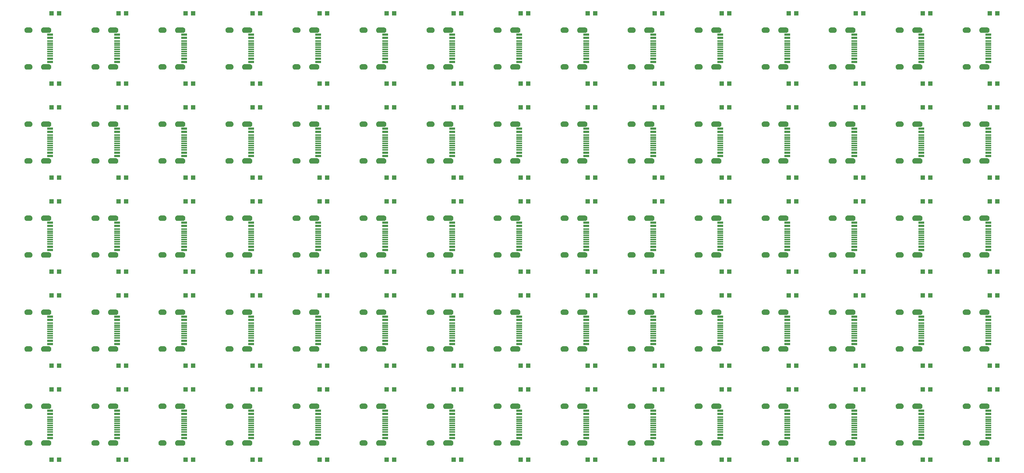
<source format=gtp>
G75*
%MOIN*%
%OFA0B0*%
%FSLAX25Y25*%
%IPPOS*%
%LPD*%
%AMOC8*
5,1,8,0,0,1.08239X$1,22.5*
%
%ADD10R,0.04331X0.03937*%
%ADD11R,0.05709X0.01181*%
%ADD12R,0.05709X0.02362*%
%ADD13R,0.05709X0.02165*%
%ADD14C,0.00039*%
D10*
X0065404Y0038500D03*
X0072096Y0038500D03*
X0127404Y0038500D03*
X0134096Y0038500D03*
X0189404Y0038500D03*
X0196096Y0038500D03*
X0251404Y0038500D03*
X0258096Y0038500D03*
X0313404Y0038500D03*
X0320096Y0038500D03*
X0375404Y0038500D03*
X0382096Y0038500D03*
X0437404Y0038500D03*
X0444096Y0038500D03*
X0499404Y0038500D03*
X0506096Y0038500D03*
X0561404Y0038500D03*
X0568096Y0038500D03*
X0623404Y0038500D03*
X0630096Y0038500D03*
X0685404Y0038500D03*
X0692096Y0038500D03*
X0747404Y0038500D03*
X0754096Y0038500D03*
X0809404Y0038500D03*
X0816096Y0038500D03*
X0871404Y0038500D03*
X0878096Y0038500D03*
X0933404Y0038500D03*
X0940096Y0038500D03*
X0940096Y0103500D03*
X0933404Y0103500D03*
X0933404Y0125500D03*
X0940096Y0125500D03*
X0878096Y0125500D03*
X0871404Y0125500D03*
X0871404Y0103500D03*
X0878096Y0103500D03*
X0816096Y0103500D03*
X0809404Y0103500D03*
X0809404Y0125500D03*
X0816096Y0125500D03*
X0754096Y0125500D03*
X0747404Y0125500D03*
X0747404Y0103500D03*
X0754096Y0103500D03*
X0692096Y0103500D03*
X0685404Y0103500D03*
X0685404Y0125500D03*
X0692096Y0125500D03*
X0630096Y0125500D03*
X0623404Y0125500D03*
X0623404Y0103500D03*
X0630096Y0103500D03*
X0568096Y0103500D03*
X0561404Y0103500D03*
X0561404Y0125500D03*
X0568096Y0125500D03*
X0506096Y0125500D03*
X0499404Y0125500D03*
X0499404Y0103500D03*
X0506096Y0103500D03*
X0444096Y0103500D03*
X0437404Y0103500D03*
X0437404Y0125500D03*
X0444096Y0125500D03*
X0382096Y0125500D03*
X0375404Y0125500D03*
X0375404Y0103500D03*
X0382096Y0103500D03*
X0320096Y0103500D03*
X0313404Y0103500D03*
X0313404Y0125500D03*
X0320096Y0125500D03*
X0258096Y0125500D03*
X0251404Y0125500D03*
X0251404Y0103500D03*
X0258096Y0103500D03*
X0196096Y0103500D03*
X0189404Y0103500D03*
X0189404Y0125500D03*
X0196096Y0125500D03*
X0134096Y0125500D03*
X0127404Y0125500D03*
X0127404Y0103500D03*
X0134096Y0103500D03*
X0072096Y0103500D03*
X0065404Y0103500D03*
X0065404Y0125500D03*
X0072096Y0125500D03*
X0072096Y0190500D03*
X0065404Y0190500D03*
X0065404Y0212500D03*
X0072096Y0212500D03*
X0127404Y0212500D03*
X0134096Y0212500D03*
X0134096Y0190500D03*
X0127404Y0190500D03*
X0189404Y0190500D03*
X0196096Y0190500D03*
X0196096Y0212500D03*
X0189404Y0212500D03*
X0251404Y0212500D03*
X0258096Y0212500D03*
X0258096Y0190500D03*
X0251404Y0190500D03*
X0313404Y0190500D03*
X0320096Y0190500D03*
X0320096Y0212500D03*
X0313404Y0212500D03*
X0375404Y0212500D03*
X0382096Y0212500D03*
X0382096Y0190500D03*
X0375404Y0190500D03*
X0437404Y0190500D03*
X0444096Y0190500D03*
X0444096Y0212500D03*
X0437404Y0212500D03*
X0499404Y0212500D03*
X0506096Y0212500D03*
X0506096Y0190500D03*
X0499404Y0190500D03*
X0561404Y0190500D03*
X0568096Y0190500D03*
X0568096Y0212500D03*
X0561404Y0212500D03*
X0623404Y0212500D03*
X0630096Y0212500D03*
X0630096Y0190500D03*
X0623404Y0190500D03*
X0685404Y0190500D03*
X0692096Y0190500D03*
X0692096Y0212500D03*
X0685404Y0212500D03*
X0747404Y0212500D03*
X0754096Y0212500D03*
X0754096Y0190500D03*
X0747404Y0190500D03*
X0809404Y0190500D03*
X0816096Y0190500D03*
X0816096Y0212500D03*
X0809404Y0212500D03*
X0871404Y0212500D03*
X0878096Y0212500D03*
X0878096Y0190500D03*
X0871404Y0190500D03*
X0933404Y0190500D03*
X0940096Y0190500D03*
X0940096Y0212500D03*
X0933404Y0212500D03*
X0933404Y0277500D03*
X0940096Y0277500D03*
X0940096Y0299500D03*
X0933404Y0299500D03*
X0878096Y0299500D03*
X0871404Y0299500D03*
X0871404Y0277500D03*
X0878096Y0277500D03*
X0816096Y0277500D03*
X0809404Y0277500D03*
X0809404Y0299500D03*
X0816096Y0299500D03*
X0754096Y0299500D03*
X0747404Y0299500D03*
X0747404Y0277500D03*
X0754096Y0277500D03*
X0692096Y0277500D03*
X0685404Y0277500D03*
X0685404Y0299500D03*
X0692096Y0299500D03*
X0630096Y0299500D03*
X0623404Y0299500D03*
X0623404Y0277500D03*
X0630096Y0277500D03*
X0568096Y0277500D03*
X0561404Y0277500D03*
X0561404Y0299500D03*
X0568096Y0299500D03*
X0506096Y0299500D03*
X0499404Y0299500D03*
X0499404Y0277500D03*
X0506096Y0277500D03*
X0444096Y0277500D03*
X0437404Y0277500D03*
X0437404Y0299500D03*
X0444096Y0299500D03*
X0382096Y0299500D03*
X0375404Y0299500D03*
X0375404Y0277500D03*
X0382096Y0277500D03*
X0320096Y0277500D03*
X0313404Y0277500D03*
X0313404Y0299500D03*
X0320096Y0299500D03*
X0258096Y0299500D03*
X0251404Y0299500D03*
X0251404Y0277500D03*
X0258096Y0277500D03*
X0196096Y0277500D03*
X0189404Y0277500D03*
X0189404Y0299500D03*
X0196096Y0299500D03*
X0134096Y0299500D03*
X0127404Y0299500D03*
X0127404Y0277500D03*
X0134096Y0277500D03*
X0072096Y0277500D03*
X0065404Y0277500D03*
X0065404Y0299500D03*
X0072096Y0299500D03*
X0072096Y0364500D03*
X0065404Y0364500D03*
X0065404Y0386500D03*
X0072096Y0386500D03*
X0127404Y0386500D03*
X0134096Y0386500D03*
X0134096Y0364500D03*
X0127404Y0364500D03*
X0189404Y0364500D03*
X0196096Y0364500D03*
X0196096Y0386500D03*
X0189404Y0386500D03*
X0251404Y0386500D03*
X0258096Y0386500D03*
X0258096Y0364500D03*
X0251404Y0364500D03*
X0313404Y0364500D03*
X0320096Y0364500D03*
X0320096Y0386500D03*
X0313404Y0386500D03*
X0375404Y0386500D03*
X0382096Y0386500D03*
X0382096Y0364500D03*
X0375404Y0364500D03*
X0437404Y0364500D03*
X0444096Y0364500D03*
X0444096Y0386500D03*
X0437404Y0386500D03*
X0499404Y0386500D03*
X0506096Y0386500D03*
X0506096Y0364500D03*
X0499404Y0364500D03*
X0561404Y0364500D03*
X0568096Y0364500D03*
X0568096Y0386500D03*
X0561404Y0386500D03*
X0623404Y0386500D03*
X0630096Y0386500D03*
X0630096Y0364500D03*
X0623404Y0364500D03*
X0685404Y0364500D03*
X0692096Y0364500D03*
X0692096Y0386500D03*
X0685404Y0386500D03*
X0747404Y0386500D03*
X0754096Y0386500D03*
X0754096Y0364500D03*
X0747404Y0364500D03*
X0809404Y0364500D03*
X0816096Y0364500D03*
X0816096Y0386500D03*
X0809404Y0386500D03*
X0871404Y0386500D03*
X0878096Y0386500D03*
X0878096Y0364500D03*
X0871404Y0364500D03*
X0933404Y0364500D03*
X0940096Y0364500D03*
X0940096Y0386500D03*
X0933404Y0386500D03*
X0933404Y0451500D03*
X0940096Y0451500D03*
X0878096Y0451500D03*
X0871404Y0451500D03*
X0816096Y0451500D03*
X0809404Y0451500D03*
X0754096Y0451500D03*
X0747404Y0451500D03*
X0692096Y0451500D03*
X0685404Y0451500D03*
X0630096Y0451500D03*
X0623404Y0451500D03*
X0568096Y0451500D03*
X0561404Y0451500D03*
X0506096Y0451500D03*
X0499404Y0451500D03*
X0444096Y0451500D03*
X0437404Y0451500D03*
X0382096Y0451500D03*
X0375404Y0451500D03*
X0320096Y0451500D03*
X0313404Y0451500D03*
X0258096Y0451500D03*
X0251404Y0451500D03*
X0196096Y0451500D03*
X0189404Y0451500D03*
X0134096Y0451500D03*
X0127404Y0451500D03*
X0072096Y0451500D03*
X0065404Y0451500D03*
D11*
X0063750Y0425890D03*
X0063750Y0423921D03*
X0063750Y0421953D03*
X0063750Y0419984D03*
X0063750Y0418016D03*
X0063750Y0416047D03*
X0063750Y0414079D03*
X0063750Y0412110D03*
X0125750Y0412110D03*
X0125750Y0414079D03*
X0125750Y0416047D03*
X0125750Y0418016D03*
X0125750Y0419984D03*
X0125750Y0421953D03*
X0125750Y0423921D03*
X0125750Y0425890D03*
X0187750Y0425890D03*
X0187750Y0423921D03*
X0187750Y0421953D03*
X0187750Y0419984D03*
X0187750Y0418016D03*
X0187750Y0416047D03*
X0187750Y0414079D03*
X0187750Y0412110D03*
X0249750Y0412110D03*
X0249750Y0414079D03*
X0249750Y0416047D03*
X0249750Y0418016D03*
X0249750Y0419984D03*
X0249750Y0421953D03*
X0249750Y0423921D03*
X0249750Y0425890D03*
X0311750Y0425890D03*
X0311750Y0423921D03*
X0311750Y0421953D03*
X0311750Y0419984D03*
X0311750Y0418016D03*
X0311750Y0416047D03*
X0311750Y0414079D03*
X0311750Y0412110D03*
X0373750Y0412110D03*
X0373750Y0414079D03*
X0373750Y0416047D03*
X0373750Y0418016D03*
X0373750Y0419984D03*
X0373750Y0421953D03*
X0373750Y0423921D03*
X0373750Y0425890D03*
X0435750Y0425890D03*
X0435750Y0423921D03*
X0435750Y0421953D03*
X0435750Y0419984D03*
X0435750Y0418016D03*
X0435750Y0416047D03*
X0435750Y0414079D03*
X0435750Y0412110D03*
X0497750Y0412110D03*
X0497750Y0414079D03*
X0497750Y0416047D03*
X0497750Y0418016D03*
X0497750Y0419984D03*
X0497750Y0421953D03*
X0497750Y0423921D03*
X0497750Y0425890D03*
X0559750Y0425890D03*
X0559750Y0423921D03*
X0559750Y0421953D03*
X0559750Y0419984D03*
X0559750Y0418016D03*
X0559750Y0416047D03*
X0559750Y0414079D03*
X0559750Y0412110D03*
X0621750Y0412110D03*
X0621750Y0414079D03*
X0621750Y0416047D03*
X0621750Y0418016D03*
X0621750Y0419984D03*
X0621750Y0421953D03*
X0621750Y0423921D03*
X0621750Y0425890D03*
X0683750Y0425890D03*
X0683750Y0423921D03*
X0683750Y0421953D03*
X0683750Y0419984D03*
X0683750Y0418016D03*
X0683750Y0416047D03*
X0683750Y0414079D03*
X0683750Y0412110D03*
X0745750Y0412110D03*
X0745750Y0414079D03*
X0745750Y0416047D03*
X0745750Y0418016D03*
X0745750Y0419984D03*
X0745750Y0421953D03*
X0745750Y0423921D03*
X0745750Y0425890D03*
X0807750Y0425890D03*
X0807750Y0423921D03*
X0807750Y0421953D03*
X0807750Y0419984D03*
X0807750Y0418016D03*
X0807750Y0416047D03*
X0807750Y0414079D03*
X0807750Y0412110D03*
X0869750Y0412110D03*
X0869750Y0414079D03*
X0869750Y0416047D03*
X0869750Y0418016D03*
X0869750Y0419984D03*
X0869750Y0421953D03*
X0869750Y0423921D03*
X0869750Y0425890D03*
X0931750Y0425890D03*
X0931750Y0423921D03*
X0931750Y0421953D03*
X0931750Y0419984D03*
X0931750Y0418016D03*
X0931750Y0416047D03*
X0931750Y0414079D03*
X0931750Y0412110D03*
X0931750Y0338890D03*
X0931750Y0336921D03*
X0931750Y0334953D03*
X0931750Y0332984D03*
X0931750Y0331016D03*
X0931750Y0329047D03*
X0931750Y0327079D03*
X0931750Y0325110D03*
X0869750Y0325110D03*
X0869750Y0327079D03*
X0869750Y0329047D03*
X0869750Y0331016D03*
X0869750Y0332984D03*
X0869750Y0334953D03*
X0869750Y0336921D03*
X0869750Y0338890D03*
X0807750Y0338890D03*
X0807750Y0336921D03*
X0807750Y0334953D03*
X0807750Y0332984D03*
X0807750Y0331016D03*
X0807750Y0329047D03*
X0807750Y0327079D03*
X0807750Y0325110D03*
X0745750Y0325110D03*
X0745750Y0327079D03*
X0745750Y0329047D03*
X0745750Y0331016D03*
X0745750Y0332984D03*
X0745750Y0334953D03*
X0745750Y0336921D03*
X0745750Y0338890D03*
X0683750Y0338890D03*
X0683750Y0336921D03*
X0683750Y0334953D03*
X0683750Y0332984D03*
X0683750Y0331016D03*
X0683750Y0329047D03*
X0683750Y0327079D03*
X0683750Y0325110D03*
X0621750Y0325110D03*
X0621750Y0327079D03*
X0621750Y0329047D03*
X0621750Y0331016D03*
X0621750Y0332984D03*
X0621750Y0334953D03*
X0621750Y0336921D03*
X0621750Y0338890D03*
X0559750Y0338890D03*
X0559750Y0336921D03*
X0559750Y0334953D03*
X0559750Y0332984D03*
X0559750Y0331016D03*
X0559750Y0329047D03*
X0559750Y0327079D03*
X0559750Y0325110D03*
X0497750Y0325110D03*
X0497750Y0327079D03*
X0497750Y0329047D03*
X0497750Y0331016D03*
X0497750Y0332984D03*
X0497750Y0334953D03*
X0497750Y0336921D03*
X0497750Y0338890D03*
X0435750Y0338890D03*
X0435750Y0336921D03*
X0435750Y0334953D03*
X0435750Y0332984D03*
X0435750Y0331016D03*
X0435750Y0329047D03*
X0435750Y0327079D03*
X0435750Y0325110D03*
X0373750Y0325110D03*
X0373750Y0327079D03*
X0373750Y0329047D03*
X0373750Y0331016D03*
X0373750Y0332984D03*
X0373750Y0334953D03*
X0373750Y0336921D03*
X0373750Y0338890D03*
X0311750Y0338890D03*
X0311750Y0336921D03*
X0311750Y0334953D03*
X0311750Y0332984D03*
X0311750Y0331016D03*
X0311750Y0329047D03*
X0311750Y0327079D03*
X0311750Y0325110D03*
X0249750Y0325110D03*
X0249750Y0327079D03*
X0249750Y0329047D03*
X0249750Y0331016D03*
X0249750Y0332984D03*
X0249750Y0334953D03*
X0249750Y0336921D03*
X0249750Y0338890D03*
X0187750Y0338890D03*
X0187750Y0336921D03*
X0187750Y0334953D03*
X0187750Y0332984D03*
X0187750Y0331016D03*
X0187750Y0329047D03*
X0187750Y0327079D03*
X0187750Y0325110D03*
X0125750Y0325110D03*
X0125750Y0327079D03*
X0125750Y0329047D03*
X0125750Y0331016D03*
X0125750Y0332984D03*
X0125750Y0334953D03*
X0125750Y0336921D03*
X0125750Y0338890D03*
X0063750Y0338890D03*
X0063750Y0336921D03*
X0063750Y0334953D03*
X0063750Y0332984D03*
X0063750Y0331016D03*
X0063750Y0329047D03*
X0063750Y0327079D03*
X0063750Y0325110D03*
X0063750Y0251890D03*
X0063750Y0249921D03*
X0063750Y0247953D03*
X0063750Y0245984D03*
X0063750Y0244016D03*
X0063750Y0242047D03*
X0063750Y0240079D03*
X0063750Y0238110D03*
X0125750Y0238110D03*
X0125750Y0240079D03*
X0125750Y0242047D03*
X0125750Y0244016D03*
X0125750Y0245984D03*
X0125750Y0247953D03*
X0125750Y0249921D03*
X0125750Y0251890D03*
X0187750Y0251890D03*
X0187750Y0249921D03*
X0187750Y0247953D03*
X0187750Y0245984D03*
X0187750Y0244016D03*
X0187750Y0242047D03*
X0187750Y0240079D03*
X0187750Y0238110D03*
X0249750Y0238110D03*
X0249750Y0240079D03*
X0249750Y0242047D03*
X0249750Y0244016D03*
X0249750Y0245984D03*
X0249750Y0247953D03*
X0249750Y0249921D03*
X0249750Y0251890D03*
X0311750Y0251890D03*
X0311750Y0249921D03*
X0311750Y0247953D03*
X0311750Y0245984D03*
X0311750Y0244016D03*
X0311750Y0242047D03*
X0311750Y0240079D03*
X0311750Y0238110D03*
X0373750Y0238110D03*
X0373750Y0240079D03*
X0373750Y0242047D03*
X0373750Y0244016D03*
X0373750Y0245984D03*
X0373750Y0247953D03*
X0373750Y0249921D03*
X0373750Y0251890D03*
X0435750Y0251890D03*
X0435750Y0249921D03*
X0435750Y0247953D03*
X0435750Y0245984D03*
X0435750Y0244016D03*
X0435750Y0242047D03*
X0435750Y0240079D03*
X0435750Y0238110D03*
X0497750Y0238110D03*
X0497750Y0240079D03*
X0497750Y0242047D03*
X0497750Y0244016D03*
X0497750Y0245984D03*
X0497750Y0247953D03*
X0497750Y0249921D03*
X0497750Y0251890D03*
X0559750Y0251890D03*
X0559750Y0249921D03*
X0559750Y0247953D03*
X0559750Y0245984D03*
X0559750Y0244016D03*
X0559750Y0242047D03*
X0559750Y0240079D03*
X0559750Y0238110D03*
X0621750Y0238110D03*
X0621750Y0240079D03*
X0621750Y0242047D03*
X0621750Y0244016D03*
X0621750Y0245984D03*
X0621750Y0247953D03*
X0621750Y0249921D03*
X0621750Y0251890D03*
X0683750Y0251890D03*
X0683750Y0249921D03*
X0683750Y0247953D03*
X0683750Y0245984D03*
X0683750Y0244016D03*
X0683750Y0242047D03*
X0683750Y0240079D03*
X0683750Y0238110D03*
X0745750Y0238110D03*
X0745750Y0240079D03*
X0745750Y0242047D03*
X0745750Y0244016D03*
X0745750Y0245984D03*
X0745750Y0247953D03*
X0745750Y0249921D03*
X0745750Y0251890D03*
X0807750Y0251890D03*
X0807750Y0249921D03*
X0807750Y0247953D03*
X0807750Y0245984D03*
X0807750Y0244016D03*
X0807750Y0242047D03*
X0807750Y0240079D03*
X0807750Y0238110D03*
X0869750Y0238110D03*
X0869750Y0240079D03*
X0869750Y0242047D03*
X0869750Y0244016D03*
X0869750Y0245984D03*
X0869750Y0247953D03*
X0869750Y0249921D03*
X0869750Y0251890D03*
X0931750Y0251890D03*
X0931750Y0249921D03*
X0931750Y0247953D03*
X0931750Y0245984D03*
X0931750Y0244016D03*
X0931750Y0242047D03*
X0931750Y0240079D03*
X0931750Y0238110D03*
X0931750Y0164890D03*
X0931750Y0162921D03*
X0931750Y0160953D03*
X0931750Y0158984D03*
X0931750Y0157016D03*
X0931750Y0155047D03*
X0931750Y0153079D03*
X0931750Y0151110D03*
X0869750Y0151110D03*
X0869750Y0153079D03*
X0869750Y0155047D03*
X0869750Y0157016D03*
X0869750Y0158984D03*
X0869750Y0160953D03*
X0869750Y0162921D03*
X0869750Y0164890D03*
X0807750Y0164890D03*
X0807750Y0162921D03*
X0807750Y0160953D03*
X0807750Y0158984D03*
X0807750Y0157016D03*
X0807750Y0155047D03*
X0807750Y0153079D03*
X0807750Y0151110D03*
X0745750Y0151110D03*
X0745750Y0153079D03*
X0745750Y0155047D03*
X0745750Y0157016D03*
X0745750Y0158984D03*
X0745750Y0160953D03*
X0745750Y0162921D03*
X0745750Y0164890D03*
X0683750Y0164890D03*
X0683750Y0162921D03*
X0683750Y0160953D03*
X0683750Y0158984D03*
X0683750Y0157016D03*
X0683750Y0155047D03*
X0683750Y0153079D03*
X0683750Y0151110D03*
X0621750Y0151110D03*
X0621750Y0153079D03*
X0621750Y0155047D03*
X0621750Y0157016D03*
X0621750Y0158984D03*
X0621750Y0160953D03*
X0621750Y0162921D03*
X0621750Y0164890D03*
X0559750Y0164890D03*
X0559750Y0162921D03*
X0559750Y0160953D03*
X0559750Y0158984D03*
X0559750Y0157016D03*
X0559750Y0155047D03*
X0559750Y0153079D03*
X0559750Y0151110D03*
X0497750Y0151110D03*
X0497750Y0153079D03*
X0497750Y0155047D03*
X0497750Y0157016D03*
X0497750Y0158984D03*
X0497750Y0160953D03*
X0497750Y0162921D03*
X0497750Y0164890D03*
X0435750Y0164890D03*
X0435750Y0162921D03*
X0435750Y0160953D03*
X0435750Y0158984D03*
X0435750Y0157016D03*
X0435750Y0155047D03*
X0435750Y0153079D03*
X0435750Y0151110D03*
X0373750Y0151110D03*
X0373750Y0153079D03*
X0373750Y0155047D03*
X0373750Y0157016D03*
X0373750Y0158984D03*
X0373750Y0160953D03*
X0373750Y0162921D03*
X0373750Y0164890D03*
X0311750Y0164890D03*
X0311750Y0162921D03*
X0311750Y0160953D03*
X0311750Y0158984D03*
X0311750Y0157016D03*
X0311750Y0155047D03*
X0311750Y0153079D03*
X0311750Y0151110D03*
X0249750Y0151110D03*
X0249750Y0153079D03*
X0249750Y0155047D03*
X0249750Y0157016D03*
X0249750Y0158984D03*
X0249750Y0160953D03*
X0249750Y0162921D03*
X0249750Y0164890D03*
X0187750Y0164890D03*
X0187750Y0162921D03*
X0187750Y0160953D03*
X0187750Y0158984D03*
X0187750Y0157016D03*
X0187750Y0155047D03*
X0187750Y0153079D03*
X0187750Y0151110D03*
X0125750Y0151110D03*
X0125750Y0153079D03*
X0125750Y0155047D03*
X0125750Y0157016D03*
X0125750Y0158984D03*
X0125750Y0160953D03*
X0125750Y0162921D03*
X0125750Y0164890D03*
X0063750Y0164890D03*
X0063750Y0162921D03*
X0063750Y0160953D03*
X0063750Y0158984D03*
X0063750Y0157016D03*
X0063750Y0155047D03*
X0063750Y0153079D03*
X0063750Y0151110D03*
X0063750Y0077890D03*
X0063750Y0075921D03*
X0063750Y0073953D03*
X0063750Y0071984D03*
X0063750Y0070016D03*
X0063750Y0068047D03*
X0063750Y0066079D03*
X0063750Y0064110D03*
X0125750Y0064110D03*
X0125750Y0066079D03*
X0125750Y0068047D03*
X0125750Y0070016D03*
X0125750Y0071984D03*
X0125750Y0073953D03*
X0125750Y0075921D03*
X0125750Y0077890D03*
X0187750Y0077890D03*
X0187750Y0075921D03*
X0187750Y0073953D03*
X0187750Y0071984D03*
X0187750Y0070016D03*
X0187750Y0068047D03*
X0187750Y0066079D03*
X0187750Y0064110D03*
X0249750Y0064110D03*
X0249750Y0066079D03*
X0249750Y0068047D03*
X0249750Y0070016D03*
X0249750Y0071984D03*
X0249750Y0073953D03*
X0249750Y0075921D03*
X0249750Y0077890D03*
X0311750Y0077890D03*
X0311750Y0075921D03*
X0311750Y0073953D03*
X0311750Y0071984D03*
X0311750Y0070016D03*
X0311750Y0068047D03*
X0311750Y0066079D03*
X0311750Y0064110D03*
X0373750Y0064110D03*
X0373750Y0066079D03*
X0373750Y0068047D03*
X0373750Y0070016D03*
X0373750Y0071984D03*
X0373750Y0073953D03*
X0373750Y0075921D03*
X0373750Y0077890D03*
X0435750Y0077890D03*
X0435750Y0075921D03*
X0435750Y0073953D03*
X0435750Y0071984D03*
X0435750Y0070016D03*
X0435750Y0068047D03*
X0435750Y0066079D03*
X0435750Y0064110D03*
X0497750Y0064110D03*
X0497750Y0066079D03*
X0497750Y0068047D03*
X0497750Y0070016D03*
X0497750Y0071984D03*
X0497750Y0073953D03*
X0497750Y0075921D03*
X0497750Y0077890D03*
X0559750Y0077890D03*
X0559750Y0075921D03*
X0559750Y0073953D03*
X0559750Y0071984D03*
X0559750Y0070016D03*
X0559750Y0068047D03*
X0559750Y0066079D03*
X0559750Y0064110D03*
X0621750Y0064110D03*
X0621750Y0066079D03*
X0621750Y0068047D03*
X0621750Y0070016D03*
X0621750Y0071984D03*
X0621750Y0073953D03*
X0621750Y0075921D03*
X0621750Y0077890D03*
X0683750Y0077890D03*
X0683750Y0075921D03*
X0683750Y0073953D03*
X0683750Y0071984D03*
X0683750Y0070016D03*
X0683750Y0068047D03*
X0683750Y0066079D03*
X0683750Y0064110D03*
X0745750Y0064110D03*
X0745750Y0066079D03*
X0745750Y0068047D03*
X0745750Y0070016D03*
X0745750Y0071984D03*
X0745750Y0073953D03*
X0745750Y0075921D03*
X0745750Y0077890D03*
X0807750Y0077890D03*
X0807750Y0075921D03*
X0807750Y0073953D03*
X0807750Y0071984D03*
X0807750Y0070016D03*
X0807750Y0068047D03*
X0807750Y0066079D03*
X0807750Y0064110D03*
X0869750Y0064110D03*
X0869750Y0066079D03*
X0869750Y0068047D03*
X0869750Y0070016D03*
X0869750Y0071984D03*
X0869750Y0073953D03*
X0869750Y0075921D03*
X0869750Y0077890D03*
X0931750Y0077890D03*
X0931750Y0075921D03*
X0931750Y0073953D03*
X0931750Y0071984D03*
X0931750Y0070016D03*
X0931750Y0068047D03*
X0931750Y0066079D03*
X0931750Y0064110D03*
D12*
X0931750Y0058303D03*
X0931750Y0083697D03*
X0869750Y0083697D03*
X0869750Y0058303D03*
X0807750Y0058303D03*
X0807750Y0083697D03*
X0745750Y0083697D03*
X0745750Y0058303D03*
X0683750Y0058303D03*
X0621750Y0058303D03*
X0621750Y0083697D03*
X0683750Y0083697D03*
X0559750Y0083697D03*
X0559750Y0058303D03*
X0497750Y0058303D03*
X0497750Y0083697D03*
X0435750Y0083697D03*
X0435750Y0058303D03*
X0373750Y0058303D03*
X0311750Y0058303D03*
X0311750Y0083697D03*
X0373750Y0083697D03*
X0249750Y0083697D03*
X0249750Y0058303D03*
X0187750Y0058303D03*
X0187750Y0083697D03*
X0125750Y0083697D03*
X0125750Y0058303D03*
X0063750Y0058303D03*
X0063750Y0083697D03*
X0063750Y0145303D03*
X0063750Y0170697D03*
X0125750Y0170697D03*
X0125750Y0145303D03*
X0187750Y0145303D03*
X0187750Y0170697D03*
X0249750Y0170697D03*
X0249750Y0145303D03*
X0311750Y0145303D03*
X0311750Y0170697D03*
X0373750Y0170697D03*
X0373750Y0145303D03*
X0435750Y0145303D03*
X0435750Y0170697D03*
X0497750Y0170697D03*
X0497750Y0145303D03*
X0559750Y0145303D03*
X0559750Y0170697D03*
X0621750Y0170697D03*
X0621750Y0145303D03*
X0683750Y0145303D03*
X0683750Y0170697D03*
X0745750Y0170697D03*
X0745750Y0145303D03*
X0807750Y0145303D03*
X0807750Y0170697D03*
X0869750Y0170697D03*
X0869750Y0145303D03*
X0931750Y0145303D03*
X0931750Y0170697D03*
X0931750Y0232303D03*
X0931750Y0257697D03*
X0869750Y0257697D03*
X0869750Y0232303D03*
X0807750Y0232303D03*
X0807750Y0257697D03*
X0745750Y0257697D03*
X0745750Y0232303D03*
X0683750Y0232303D03*
X0683750Y0257697D03*
X0621750Y0257697D03*
X0621750Y0232303D03*
X0559750Y0232303D03*
X0559750Y0257697D03*
X0497750Y0257697D03*
X0497750Y0232303D03*
X0435750Y0232303D03*
X0435750Y0257697D03*
X0373750Y0257697D03*
X0373750Y0232303D03*
X0311750Y0232303D03*
X0311750Y0257697D03*
X0249750Y0257697D03*
X0249750Y0232303D03*
X0187750Y0232303D03*
X0187750Y0257697D03*
X0125750Y0257697D03*
X0125750Y0232303D03*
X0063750Y0232303D03*
X0063750Y0257697D03*
X0063750Y0319303D03*
X0063750Y0344697D03*
X0125750Y0344697D03*
X0125750Y0319303D03*
X0187750Y0319303D03*
X0187750Y0344697D03*
X0249750Y0344697D03*
X0249750Y0319303D03*
X0311750Y0319303D03*
X0311750Y0344697D03*
X0373750Y0344697D03*
X0373750Y0319303D03*
X0435750Y0319303D03*
X0435750Y0344697D03*
X0497750Y0344697D03*
X0497750Y0319303D03*
X0559750Y0319303D03*
X0559750Y0344697D03*
X0621750Y0344697D03*
X0621750Y0319303D03*
X0683750Y0319303D03*
X0683750Y0344697D03*
X0745750Y0344697D03*
X0745750Y0319303D03*
X0807750Y0319303D03*
X0807750Y0344697D03*
X0869750Y0344697D03*
X0869750Y0319303D03*
X0931750Y0319303D03*
X0931750Y0344697D03*
X0931750Y0406303D03*
X0931750Y0431697D03*
X0869750Y0431697D03*
X0869750Y0406303D03*
X0807750Y0406303D03*
X0807750Y0431697D03*
X0745750Y0431697D03*
X0745750Y0406303D03*
X0683750Y0406303D03*
X0621750Y0406303D03*
X0621750Y0431697D03*
X0683750Y0431697D03*
X0559750Y0431697D03*
X0559750Y0406303D03*
X0497750Y0406303D03*
X0497750Y0431697D03*
X0435750Y0431697D03*
X0435750Y0406303D03*
X0373750Y0406303D03*
X0311750Y0406303D03*
X0311750Y0431697D03*
X0373750Y0431697D03*
X0249750Y0431697D03*
X0249750Y0406303D03*
X0187750Y0406303D03*
X0187750Y0431697D03*
X0125750Y0431697D03*
X0125750Y0406303D03*
X0063750Y0406303D03*
X0063750Y0431697D03*
D13*
X0063750Y0428646D03*
X0063750Y0409354D03*
X0125750Y0409354D03*
X0125750Y0428646D03*
X0187750Y0428646D03*
X0187750Y0409354D03*
X0249750Y0409354D03*
X0249750Y0428646D03*
X0311750Y0428646D03*
X0311750Y0409354D03*
X0373750Y0409354D03*
X0373750Y0428646D03*
X0435750Y0428646D03*
X0435750Y0409354D03*
X0497750Y0409354D03*
X0497750Y0428646D03*
X0559750Y0428646D03*
X0559750Y0409354D03*
X0621750Y0409354D03*
X0621750Y0428646D03*
X0683750Y0428646D03*
X0683750Y0409354D03*
X0745750Y0409354D03*
X0745750Y0428646D03*
X0807750Y0428646D03*
X0807750Y0409354D03*
X0869750Y0409354D03*
X0869750Y0428646D03*
X0931750Y0428646D03*
X0931750Y0409354D03*
X0931750Y0341646D03*
X0931750Y0322354D03*
X0869750Y0322354D03*
X0869750Y0341646D03*
X0807750Y0341646D03*
X0807750Y0322354D03*
X0745750Y0322354D03*
X0745750Y0341646D03*
X0683750Y0341646D03*
X0683750Y0322354D03*
X0621750Y0322354D03*
X0621750Y0341646D03*
X0559750Y0341646D03*
X0559750Y0322354D03*
X0497750Y0322354D03*
X0497750Y0341646D03*
X0435750Y0341646D03*
X0435750Y0322354D03*
X0373750Y0322354D03*
X0373750Y0341646D03*
X0311750Y0341646D03*
X0311750Y0322354D03*
X0249750Y0322354D03*
X0249750Y0341646D03*
X0187750Y0341646D03*
X0187750Y0322354D03*
X0125750Y0322354D03*
X0125750Y0341646D03*
X0063750Y0341646D03*
X0063750Y0322354D03*
X0063750Y0254646D03*
X0063750Y0235354D03*
X0125750Y0235354D03*
X0125750Y0254646D03*
X0187750Y0254646D03*
X0187750Y0235354D03*
X0249750Y0235354D03*
X0249750Y0254646D03*
X0311750Y0254646D03*
X0311750Y0235354D03*
X0373750Y0235354D03*
X0373750Y0254646D03*
X0435750Y0254646D03*
X0435750Y0235354D03*
X0497750Y0235354D03*
X0497750Y0254646D03*
X0559750Y0254646D03*
X0559750Y0235354D03*
X0621750Y0235354D03*
X0621750Y0254646D03*
X0683750Y0254646D03*
X0683750Y0235354D03*
X0745750Y0235354D03*
X0745750Y0254646D03*
X0807750Y0254646D03*
X0807750Y0235354D03*
X0869750Y0235354D03*
X0869750Y0254646D03*
X0931750Y0254646D03*
X0931750Y0235354D03*
X0931750Y0167646D03*
X0931750Y0148354D03*
X0869750Y0148354D03*
X0869750Y0167646D03*
X0807750Y0167646D03*
X0807750Y0148354D03*
X0745750Y0148354D03*
X0745750Y0167646D03*
X0683750Y0167646D03*
X0683750Y0148354D03*
X0621750Y0148354D03*
X0621750Y0167646D03*
X0559750Y0167646D03*
X0559750Y0148354D03*
X0497750Y0148354D03*
X0497750Y0167646D03*
X0435750Y0167646D03*
X0435750Y0148354D03*
X0373750Y0148354D03*
X0373750Y0167646D03*
X0311750Y0167646D03*
X0311750Y0148354D03*
X0249750Y0148354D03*
X0249750Y0167646D03*
X0187750Y0167646D03*
X0187750Y0148354D03*
X0125750Y0148354D03*
X0125750Y0167646D03*
X0063750Y0167646D03*
X0063750Y0148354D03*
X0063750Y0080646D03*
X0063750Y0061354D03*
X0125750Y0061354D03*
X0125750Y0080646D03*
X0187750Y0080646D03*
X0187750Y0061354D03*
X0249750Y0061354D03*
X0249750Y0080646D03*
X0311750Y0080646D03*
X0311750Y0061354D03*
X0373750Y0061354D03*
X0373750Y0080646D03*
X0435750Y0080646D03*
X0435750Y0061354D03*
X0497750Y0061354D03*
X0497750Y0080646D03*
X0559750Y0080646D03*
X0559750Y0061354D03*
X0621750Y0061354D03*
X0621750Y0080646D03*
X0683750Y0080646D03*
X0683750Y0061354D03*
X0745750Y0061354D03*
X0745750Y0080646D03*
X0807750Y0080646D03*
X0807750Y0061354D03*
X0869750Y0061354D03*
X0869750Y0080646D03*
X0931750Y0080646D03*
X0931750Y0061354D03*
D14*
X0930932Y0056293D02*
X0930490Y0056354D01*
X0925766Y0056354D01*
X0925267Y0056274D01*
X0924799Y0056084D01*
X0924384Y0055795D01*
X0924044Y0055421D01*
X0923796Y0054981D01*
X0923652Y0054496D01*
X0923620Y0053992D01*
X0923652Y0053488D01*
X0923796Y0053003D01*
X0924044Y0052563D01*
X0924384Y0052189D01*
X0924799Y0051900D01*
X0925267Y0051711D01*
X0925766Y0051630D01*
X0930490Y0051630D01*
X0930932Y0051691D01*
X0931353Y0051837D01*
X0931738Y0052062D01*
X0924566Y0052062D01*
X0924620Y0052024D02*
X0931674Y0052024D01*
X0931738Y0052062D02*
X0932072Y0052358D01*
X0932341Y0052714D01*
X0932536Y0053115D01*
X0932649Y0053547D01*
X0932675Y0053992D01*
X0932649Y0054437D01*
X0932536Y0054869D01*
X0932341Y0055270D01*
X0932072Y0055626D01*
X0931738Y0055922D01*
X0931353Y0056147D01*
X0930932Y0056293D01*
X0931008Y0056267D02*
X0925250Y0056267D01*
X0925157Y0056229D02*
X0931117Y0056229D01*
X0931227Y0056191D02*
X0925063Y0056191D01*
X0924970Y0056153D02*
X0931336Y0056153D01*
X0931408Y0056116D02*
X0924876Y0056116D01*
X0924789Y0056078D02*
X0931473Y0056078D01*
X0931537Y0056040D02*
X0924735Y0056040D01*
X0924681Y0056002D02*
X0931602Y0056002D01*
X0931667Y0055964D02*
X0924626Y0055964D01*
X0924572Y0055926D02*
X0931731Y0055926D01*
X0931776Y0055888D02*
X0924518Y0055888D01*
X0924463Y0055850D02*
X0931819Y0055850D01*
X0931862Y0055812D02*
X0924409Y0055812D01*
X0924365Y0055775D02*
X0931904Y0055775D01*
X0931947Y0055737D02*
X0924331Y0055737D01*
X0924297Y0055699D02*
X0931990Y0055699D01*
X0932032Y0055661D02*
X0924262Y0055661D01*
X0924228Y0055623D02*
X0932074Y0055623D01*
X0932103Y0055585D02*
X0924193Y0055585D01*
X0924159Y0055547D02*
X0932131Y0055547D01*
X0932160Y0055509D02*
X0924125Y0055509D01*
X0924090Y0055472D02*
X0932189Y0055472D01*
X0932217Y0055434D02*
X0924056Y0055434D01*
X0924030Y0055396D02*
X0932246Y0055396D01*
X0932275Y0055358D02*
X0924009Y0055358D01*
X0923987Y0055320D02*
X0932303Y0055320D01*
X0932332Y0055282D02*
X0923966Y0055282D01*
X0923945Y0055244D02*
X0932354Y0055244D01*
X0932372Y0055206D02*
X0923923Y0055206D01*
X0923902Y0055169D02*
X0932391Y0055169D01*
X0932409Y0055131D02*
X0923881Y0055131D01*
X0923859Y0055093D02*
X0932427Y0055093D01*
X0932446Y0055055D02*
X0923838Y0055055D01*
X0923817Y0055017D02*
X0932464Y0055017D01*
X0932483Y0054979D02*
X0923796Y0054979D01*
X0923785Y0054941D02*
X0932501Y0054941D01*
X0932519Y0054903D02*
X0923773Y0054903D01*
X0923762Y0054865D02*
X0932537Y0054865D01*
X0932547Y0054828D02*
X0923751Y0054828D01*
X0923740Y0054790D02*
X0932557Y0054790D01*
X0932567Y0054752D02*
X0923728Y0054752D01*
X0923717Y0054714D02*
X0932577Y0054714D01*
X0932586Y0054676D02*
X0923706Y0054676D01*
X0923695Y0054638D02*
X0932596Y0054638D01*
X0932606Y0054600D02*
X0923683Y0054600D01*
X0923672Y0054562D02*
X0932616Y0054562D01*
X0932626Y0054525D02*
X0923661Y0054525D01*
X0923652Y0054487D02*
X0932636Y0054487D01*
X0932646Y0054449D02*
X0923649Y0054449D01*
X0923647Y0054411D02*
X0932650Y0054411D01*
X0932653Y0054373D02*
X0923645Y0054373D01*
X0923642Y0054335D02*
X0932655Y0054335D01*
X0932657Y0054297D02*
X0923640Y0054297D01*
X0923637Y0054259D02*
X0932659Y0054259D01*
X0932662Y0054221D02*
X0923635Y0054221D01*
X0923632Y0054184D02*
X0932664Y0054184D01*
X0932666Y0054146D02*
X0923630Y0054146D01*
X0923628Y0054108D02*
X0932668Y0054108D01*
X0932671Y0054070D02*
X0923625Y0054070D01*
X0923623Y0054032D02*
X0932673Y0054032D01*
X0932675Y0053994D02*
X0923620Y0053994D01*
X0923622Y0053956D02*
X0932673Y0053956D01*
X0932671Y0053918D02*
X0923625Y0053918D01*
X0923627Y0053881D02*
X0932669Y0053881D01*
X0932666Y0053843D02*
X0923630Y0053843D01*
X0923632Y0053805D02*
X0932664Y0053805D01*
X0932662Y0053767D02*
X0923635Y0053767D01*
X0923637Y0053729D02*
X0932660Y0053729D01*
X0932657Y0053691D02*
X0923639Y0053691D01*
X0923642Y0053653D02*
X0932655Y0053653D01*
X0932653Y0053615D02*
X0923644Y0053615D01*
X0923647Y0053577D02*
X0932651Y0053577D01*
X0932647Y0053540D02*
X0923649Y0053540D01*
X0923652Y0053502D02*
X0932637Y0053502D01*
X0932627Y0053464D02*
X0923660Y0053464D01*
X0923671Y0053426D02*
X0932617Y0053426D01*
X0932607Y0053388D02*
X0923682Y0053388D01*
X0923693Y0053350D02*
X0932597Y0053350D01*
X0932588Y0053312D02*
X0923705Y0053312D01*
X0923716Y0053274D02*
X0932578Y0053274D01*
X0932568Y0053237D02*
X0923727Y0053237D01*
X0923738Y0053199D02*
X0932558Y0053199D01*
X0932548Y0053161D02*
X0923750Y0053161D01*
X0923761Y0053123D02*
X0932538Y0053123D01*
X0932521Y0053085D02*
X0923772Y0053085D01*
X0923783Y0053047D02*
X0932503Y0053047D01*
X0932485Y0053009D02*
X0923795Y0053009D01*
X0923814Y0052971D02*
X0932466Y0052971D01*
X0932448Y0052934D02*
X0923836Y0052934D01*
X0923857Y0052896D02*
X0932429Y0052896D01*
X0932411Y0052858D02*
X0923878Y0052858D01*
X0923900Y0052820D02*
X0932393Y0052820D01*
X0932374Y0052782D02*
X0923921Y0052782D01*
X0923942Y0052744D02*
X0932356Y0052744D01*
X0932335Y0052706D02*
X0923964Y0052706D01*
X0923985Y0052668D02*
X0932307Y0052668D01*
X0932278Y0052630D02*
X0924006Y0052630D01*
X0924028Y0052593D02*
X0932249Y0052593D01*
X0932221Y0052555D02*
X0924052Y0052555D01*
X0924086Y0052517D02*
X0932192Y0052517D01*
X0932163Y0052479D02*
X0924121Y0052479D01*
X0924155Y0052441D02*
X0932134Y0052441D01*
X0932106Y0052403D02*
X0924190Y0052403D01*
X0924224Y0052365D02*
X0932077Y0052365D01*
X0932037Y0052327D02*
X0924259Y0052327D01*
X0924293Y0052290D02*
X0931994Y0052290D01*
X0931952Y0052252D02*
X0924327Y0052252D01*
X0924362Y0052214D02*
X0931909Y0052214D01*
X0931866Y0052176D02*
X0924403Y0052176D01*
X0924457Y0052138D02*
X0931824Y0052138D01*
X0931781Y0052100D02*
X0924512Y0052100D01*
X0924675Y0051986D02*
X0931609Y0051986D01*
X0931544Y0051949D02*
X0924729Y0051949D01*
X0924783Y0051911D02*
X0931480Y0051911D01*
X0931415Y0051873D02*
X0924866Y0051873D01*
X0924960Y0051835D02*
X0931348Y0051835D01*
X0931239Y0051797D02*
X0925053Y0051797D01*
X0925147Y0051759D02*
X0931129Y0051759D01*
X0931020Y0051721D02*
X0925240Y0051721D01*
X0925435Y0051683D02*
X0930878Y0051683D01*
X0930603Y0051646D02*
X0925669Y0051646D01*
X0925460Y0056305D02*
X0930848Y0056305D01*
X0930574Y0056343D02*
X0925695Y0056343D01*
X0915173Y0054520D02*
X0915234Y0053992D01*
X0915187Y0053530D01*
X0915050Y0053085D01*
X0908326Y0053085D01*
X0908323Y0053091D02*
X0908191Y0053533D01*
X0908148Y0053992D01*
X0908204Y0054516D01*
X0908376Y0055014D01*
X0908655Y0055461D01*
X0909026Y0055835D01*
X0909470Y0056117D01*
X0909967Y0056293D01*
X0910490Y0056354D01*
X0912852Y0056354D01*
X0913380Y0056297D01*
X0913883Y0056124D01*
X0914333Y0055843D01*
X0914711Y0055469D01*
X0914995Y0055020D01*
X0915173Y0054520D01*
X0915171Y0054525D02*
X0908207Y0054525D01*
X0908201Y0054487D02*
X0915176Y0054487D01*
X0915181Y0054449D02*
X0908197Y0054449D01*
X0908193Y0054411D02*
X0915185Y0054411D01*
X0915190Y0054373D02*
X0908189Y0054373D01*
X0908185Y0054335D02*
X0915194Y0054335D01*
X0915199Y0054297D02*
X0908181Y0054297D01*
X0908177Y0054259D02*
X0915203Y0054259D01*
X0915207Y0054221D02*
X0908173Y0054221D01*
X0908168Y0054184D02*
X0915212Y0054184D01*
X0915216Y0054146D02*
X0908164Y0054146D01*
X0908160Y0054108D02*
X0915221Y0054108D01*
X0915225Y0054070D02*
X0908156Y0054070D01*
X0908152Y0054032D02*
X0915230Y0054032D01*
X0915234Y0053994D02*
X0908148Y0053994D01*
X0908151Y0053956D02*
X0915231Y0053956D01*
X0915227Y0053918D02*
X0908155Y0053918D01*
X0908158Y0053881D02*
X0915223Y0053881D01*
X0915219Y0053843D02*
X0908162Y0053843D01*
X0908165Y0053805D02*
X0915215Y0053805D01*
X0915211Y0053767D02*
X0908169Y0053767D01*
X0908172Y0053729D02*
X0915207Y0053729D01*
X0915203Y0053691D02*
X0908176Y0053691D01*
X0908180Y0053653D02*
X0915199Y0053653D01*
X0915196Y0053615D02*
X0908183Y0053615D01*
X0908187Y0053577D02*
X0915192Y0053577D01*
X0915188Y0053540D02*
X0908190Y0053540D01*
X0908200Y0053502D02*
X0915178Y0053502D01*
X0915167Y0053464D02*
X0908212Y0053464D01*
X0908223Y0053426D02*
X0915155Y0053426D01*
X0915143Y0053388D02*
X0908234Y0053388D01*
X0908246Y0053350D02*
X0915132Y0053350D01*
X0915120Y0053312D02*
X0908257Y0053312D01*
X0908268Y0053274D02*
X0915108Y0053274D01*
X0915097Y0053237D02*
X0908280Y0053237D01*
X0908291Y0053199D02*
X0915085Y0053199D01*
X0915073Y0053161D02*
X0908302Y0053161D01*
X0908313Y0053123D02*
X0915062Y0053123D01*
X0915050Y0053085D02*
X0914829Y0052676D01*
X0914533Y0052318D01*
X0914172Y0052024D01*
X0913761Y0051807D01*
X0913315Y0051674D01*
X0912852Y0051630D01*
X0910490Y0051630D01*
X0910031Y0051677D01*
X0909591Y0051813D01*
X0909185Y0052032D01*
X0908830Y0052326D01*
X0908539Y0052684D01*
X0908323Y0053091D01*
X0908346Y0053047D02*
X0915029Y0053047D01*
X0915009Y0053009D02*
X0908366Y0053009D01*
X0908386Y0052971D02*
X0914989Y0052971D01*
X0914968Y0052934D02*
X0908406Y0052934D01*
X0908426Y0052896D02*
X0914948Y0052896D01*
X0914927Y0052858D02*
X0908446Y0052858D01*
X0908466Y0052820D02*
X0914907Y0052820D01*
X0914886Y0052782D02*
X0908487Y0052782D01*
X0908507Y0052744D02*
X0914866Y0052744D01*
X0914845Y0052706D02*
X0908527Y0052706D01*
X0908551Y0052668D02*
X0914823Y0052668D01*
X0914791Y0052630D02*
X0908582Y0052630D01*
X0908613Y0052593D02*
X0914760Y0052593D01*
X0914729Y0052555D02*
X0908643Y0052555D01*
X0908674Y0052517D02*
X0914697Y0052517D01*
X0914666Y0052479D02*
X0908705Y0052479D01*
X0908736Y0052441D02*
X0914635Y0052441D01*
X0914603Y0052403D02*
X0908767Y0052403D01*
X0908798Y0052365D02*
X0914572Y0052365D01*
X0914541Y0052327D02*
X0908828Y0052327D01*
X0908874Y0052290D02*
X0914498Y0052290D01*
X0914451Y0052252D02*
X0908919Y0052252D01*
X0908965Y0052214D02*
X0914405Y0052214D01*
X0914358Y0052176D02*
X0909011Y0052176D01*
X0909057Y0052138D02*
X0914312Y0052138D01*
X0914265Y0052100D02*
X0909102Y0052100D01*
X0909148Y0052062D02*
X0914219Y0052062D01*
X0914172Y0052024D02*
X0909199Y0052024D01*
X0909269Y0051986D02*
X0914101Y0051986D01*
X0914029Y0051949D02*
X0909339Y0051949D01*
X0909409Y0051911D02*
X0913957Y0051911D01*
X0913886Y0051873D02*
X0909479Y0051873D01*
X0909550Y0051835D02*
X0913814Y0051835D01*
X0913729Y0051797D02*
X0909642Y0051797D01*
X0909765Y0051759D02*
X0913602Y0051759D01*
X0913475Y0051721D02*
X0909888Y0051721D01*
X0910011Y0051683D02*
X0913348Y0051683D01*
X0913018Y0051646D02*
X0910338Y0051646D01*
X0908221Y0054562D02*
X0915157Y0054562D01*
X0915144Y0054600D02*
X0908234Y0054600D01*
X0908247Y0054638D02*
X0915131Y0054638D01*
X0915117Y0054676D02*
X0908260Y0054676D01*
X0908273Y0054714D02*
X0915104Y0054714D01*
X0915090Y0054752D02*
X0908286Y0054752D01*
X0908299Y0054790D02*
X0915077Y0054790D01*
X0915063Y0054828D02*
X0908312Y0054828D01*
X0908325Y0054865D02*
X0915050Y0054865D01*
X0915037Y0054903D02*
X0908338Y0054903D01*
X0908351Y0054941D02*
X0915023Y0054941D01*
X0915010Y0054979D02*
X0908364Y0054979D01*
X0908378Y0055017D02*
X0914996Y0055017D01*
X0914973Y0055055D02*
X0908402Y0055055D01*
X0908425Y0055093D02*
X0914949Y0055093D01*
X0914925Y0055131D02*
X0908449Y0055131D01*
X0908473Y0055169D02*
X0914901Y0055169D01*
X0914877Y0055206D02*
X0908496Y0055206D01*
X0908520Y0055244D02*
X0914853Y0055244D01*
X0914829Y0055282D02*
X0908543Y0055282D01*
X0908567Y0055320D02*
X0914805Y0055320D01*
X0914781Y0055358D02*
X0908591Y0055358D01*
X0908614Y0055396D02*
X0914757Y0055396D01*
X0914733Y0055434D02*
X0908638Y0055434D01*
X0908665Y0055472D02*
X0914708Y0055472D01*
X0914670Y0055509D02*
X0908703Y0055509D01*
X0908740Y0055547D02*
X0914632Y0055547D01*
X0914593Y0055585D02*
X0908778Y0055585D01*
X0908815Y0055623D02*
X0914555Y0055623D01*
X0914517Y0055661D02*
X0908853Y0055661D01*
X0908891Y0055699D02*
X0914479Y0055699D01*
X0914441Y0055737D02*
X0908928Y0055737D01*
X0908966Y0055775D02*
X0914402Y0055775D01*
X0914364Y0055812D02*
X0909003Y0055812D01*
X0909050Y0055850D02*
X0914322Y0055850D01*
X0914261Y0055888D02*
X0909110Y0055888D01*
X0909169Y0055926D02*
X0914200Y0055926D01*
X0914139Y0055964D02*
X0909229Y0055964D01*
X0909289Y0056002D02*
X0914078Y0056002D01*
X0914017Y0056040D02*
X0909349Y0056040D01*
X0909408Y0056078D02*
X0913956Y0056078D01*
X0913896Y0056116D02*
X0909468Y0056116D01*
X0909573Y0056153D02*
X0913796Y0056153D01*
X0913687Y0056191D02*
X0909680Y0056191D01*
X0909787Y0056229D02*
X0913577Y0056229D01*
X0913467Y0056267D02*
X0909893Y0056267D01*
X0910068Y0056305D02*
X0913308Y0056305D01*
X0912958Y0056343D02*
X0910392Y0056343D01*
X0870675Y0053992D02*
X0870649Y0053547D01*
X0870536Y0053115D01*
X0870341Y0052714D01*
X0870072Y0052358D01*
X0869738Y0052062D01*
X0862566Y0052062D01*
X0862620Y0052024D02*
X0869674Y0052024D01*
X0869738Y0052062D02*
X0869353Y0051837D01*
X0868932Y0051691D01*
X0868490Y0051630D01*
X0863766Y0051630D01*
X0863267Y0051711D01*
X0862799Y0051900D01*
X0862384Y0052189D01*
X0862044Y0052563D01*
X0861796Y0053003D01*
X0861652Y0053488D01*
X0861620Y0053992D01*
X0861652Y0054496D01*
X0861796Y0054981D01*
X0862044Y0055421D01*
X0862384Y0055795D01*
X0862799Y0056084D01*
X0863267Y0056274D01*
X0863766Y0056354D01*
X0868490Y0056354D01*
X0868932Y0056293D01*
X0869353Y0056147D01*
X0869738Y0055922D01*
X0870072Y0055626D01*
X0870341Y0055270D01*
X0870536Y0054869D01*
X0870649Y0054437D01*
X0870675Y0053992D01*
X0870675Y0053994D02*
X0861620Y0053994D01*
X0861622Y0053956D02*
X0870673Y0053956D01*
X0870671Y0053918D02*
X0861625Y0053918D01*
X0861627Y0053881D02*
X0870669Y0053881D01*
X0870666Y0053843D02*
X0861630Y0053843D01*
X0861632Y0053805D02*
X0870664Y0053805D01*
X0870662Y0053767D02*
X0861635Y0053767D01*
X0861637Y0053729D02*
X0870660Y0053729D01*
X0870657Y0053691D02*
X0861639Y0053691D01*
X0861642Y0053653D02*
X0870655Y0053653D01*
X0870653Y0053615D02*
X0861644Y0053615D01*
X0861647Y0053577D02*
X0870651Y0053577D01*
X0870647Y0053540D02*
X0861649Y0053540D01*
X0861652Y0053502D02*
X0870637Y0053502D01*
X0870627Y0053464D02*
X0861660Y0053464D01*
X0861671Y0053426D02*
X0870617Y0053426D01*
X0870607Y0053388D02*
X0861682Y0053388D01*
X0861693Y0053350D02*
X0870597Y0053350D01*
X0870588Y0053312D02*
X0861705Y0053312D01*
X0861716Y0053274D02*
X0870578Y0053274D01*
X0870568Y0053237D02*
X0861727Y0053237D01*
X0861738Y0053199D02*
X0870558Y0053199D01*
X0870548Y0053161D02*
X0861750Y0053161D01*
X0861761Y0053123D02*
X0870538Y0053123D01*
X0870521Y0053085D02*
X0861772Y0053085D01*
X0861783Y0053047D02*
X0870503Y0053047D01*
X0870485Y0053009D02*
X0861795Y0053009D01*
X0861814Y0052971D02*
X0870466Y0052971D01*
X0870448Y0052934D02*
X0861836Y0052934D01*
X0861857Y0052896D02*
X0870429Y0052896D01*
X0870411Y0052858D02*
X0861878Y0052858D01*
X0861900Y0052820D02*
X0870393Y0052820D01*
X0870374Y0052782D02*
X0861921Y0052782D01*
X0861942Y0052744D02*
X0870356Y0052744D01*
X0870335Y0052706D02*
X0861964Y0052706D01*
X0861985Y0052668D02*
X0870307Y0052668D01*
X0870278Y0052630D02*
X0862006Y0052630D01*
X0862028Y0052593D02*
X0870249Y0052593D01*
X0870221Y0052555D02*
X0862052Y0052555D01*
X0862086Y0052517D02*
X0870192Y0052517D01*
X0870163Y0052479D02*
X0862121Y0052479D01*
X0862155Y0052441D02*
X0870134Y0052441D01*
X0870106Y0052403D02*
X0862190Y0052403D01*
X0862224Y0052365D02*
X0870077Y0052365D01*
X0870037Y0052327D02*
X0862259Y0052327D01*
X0862293Y0052290D02*
X0869994Y0052290D01*
X0869952Y0052252D02*
X0862327Y0052252D01*
X0862362Y0052214D02*
X0869909Y0052214D01*
X0869866Y0052176D02*
X0862403Y0052176D01*
X0862457Y0052138D02*
X0869824Y0052138D01*
X0869781Y0052100D02*
X0862512Y0052100D01*
X0862675Y0051986D02*
X0869609Y0051986D01*
X0869544Y0051949D02*
X0862729Y0051949D01*
X0862783Y0051911D02*
X0869480Y0051911D01*
X0869415Y0051873D02*
X0862866Y0051873D01*
X0862960Y0051835D02*
X0869348Y0051835D01*
X0869239Y0051797D02*
X0863053Y0051797D01*
X0863147Y0051759D02*
X0869129Y0051759D01*
X0869020Y0051721D02*
X0863240Y0051721D01*
X0863435Y0051683D02*
X0868878Y0051683D01*
X0868603Y0051646D02*
X0863669Y0051646D01*
X0861623Y0054032D02*
X0870673Y0054032D01*
X0870671Y0054070D02*
X0861625Y0054070D01*
X0861628Y0054108D02*
X0870668Y0054108D01*
X0870666Y0054146D02*
X0861630Y0054146D01*
X0861632Y0054184D02*
X0870664Y0054184D01*
X0870662Y0054221D02*
X0861635Y0054221D01*
X0861637Y0054259D02*
X0870659Y0054259D01*
X0870657Y0054297D02*
X0861640Y0054297D01*
X0861642Y0054335D02*
X0870655Y0054335D01*
X0870653Y0054373D02*
X0861645Y0054373D01*
X0861647Y0054411D02*
X0870650Y0054411D01*
X0870646Y0054449D02*
X0861649Y0054449D01*
X0861652Y0054487D02*
X0870636Y0054487D01*
X0870626Y0054525D02*
X0861661Y0054525D01*
X0861672Y0054562D02*
X0870616Y0054562D01*
X0870606Y0054600D02*
X0861683Y0054600D01*
X0861695Y0054638D02*
X0870596Y0054638D01*
X0870586Y0054676D02*
X0861706Y0054676D01*
X0861717Y0054714D02*
X0870577Y0054714D01*
X0870567Y0054752D02*
X0861728Y0054752D01*
X0861740Y0054790D02*
X0870557Y0054790D01*
X0870547Y0054828D02*
X0861751Y0054828D01*
X0861762Y0054865D02*
X0870537Y0054865D01*
X0870519Y0054903D02*
X0861773Y0054903D01*
X0861785Y0054941D02*
X0870501Y0054941D01*
X0870483Y0054979D02*
X0861796Y0054979D01*
X0861817Y0055017D02*
X0870464Y0055017D01*
X0870446Y0055055D02*
X0861838Y0055055D01*
X0861859Y0055093D02*
X0870427Y0055093D01*
X0870409Y0055131D02*
X0861881Y0055131D01*
X0861902Y0055169D02*
X0870391Y0055169D01*
X0870372Y0055206D02*
X0861923Y0055206D01*
X0861945Y0055244D02*
X0870354Y0055244D01*
X0870332Y0055282D02*
X0861966Y0055282D01*
X0861987Y0055320D02*
X0870303Y0055320D01*
X0870275Y0055358D02*
X0862009Y0055358D01*
X0862030Y0055396D02*
X0870246Y0055396D01*
X0870217Y0055434D02*
X0862056Y0055434D01*
X0862090Y0055472D02*
X0870189Y0055472D01*
X0870160Y0055509D02*
X0862125Y0055509D01*
X0862159Y0055547D02*
X0870131Y0055547D01*
X0870103Y0055585D02*
X0862193Y0055585D01*
X0862228Y0055623D02*
X0870074Y0055623D01*
X0870032Y0055661D02*
X0862262Y0055661D01*
X0862297Y0055699D02*
X0869990Y0055699D01*
X0869947Y0055737D02*
X0862331Y0055737D01*
X0862365Y0055775D02*
X0869904Y0055775D01*
X0869862Y0055812D02*
X0862409Y0055812D01*
X0862463Y0055850D02*
X0869819Y0055850D01*
X0869776Y0055888D02*
X0862518Y0055888D01*
X0862572Y0055926D02*
X0869731Y0055926D01*
X0869667Y0055964D02*
X0862626Y0055964D01*
X0862681Y0056002D02*
X0869602Y0056002D01*
X0869537Y0056040D02*
X0862735Y0056040D01*
X0862789Y0056078D02*
X0869473Y0056078D01*
X0869408Y0056116D02*
X0862876Y0056116D01*
X0862970Y0056153D02*
X0869336Y0056153D01*
X0869227Y0056191D02*
X0863063Y0056191D01*
X0863157Y0056229D02*
X0869117Y0056229D01*
X0869008Y0056267D02*
X0863250Y0056267D01*
X0863460Y0056305D02*
X0868848Y0056305D01*
X0868574Y0056343D02*
X0863695Y0056343D01*
X0853173Y0054520D02*
X0853234Y0053992D01*
X0853187Y0053530D01*
X0853050Y0053085D01*
X0846326Y0053085D01*
X0846323Y0053091D02*
X0846191Y0053533D01*
X0846148Y0053992D01*
X0846204Y0054516D01*
X0846376Y0055014D01*
X0846655Y0055461D01*
X0847026Y0055835D01*
X0847470Y0056117D01*
X0847967Y0056293D01*
X0848490Y0056354D01*
X0850852Y0056354D01*
X0851380Y0056297D01*
X0851883Y0056124D01*
X0852333Y0055843D01*
X0852711Y0055469D01*
X0852995Y0055020D01*
X0853173Y0054520D01*
X0853171Y0054525D02*
X0846207Y0054525D01*
X0846201Y0054487D02*
X0853176Y0054487D01*
X0853181Y0054449D02*
X0846197Y0054449D01*
X0846193Y0054411D02*
X0853185Y0054411D01*
X0853190Y0054373D02*
X0846189Y0054373D01*
X0846185Y0054335D02*
X0853194Y0054335D01*
X0853199Y0054297D02*
X0846181Y0054297D01*
X0846177Y0054259D02*
X0853203Y0054259D01*
X0853207Y0054221D02*
X0846173Y0054221D01*
X0846168Y0054184D02*
X0853212Y0054184D01*
X0853216Y0054146D02*
X0846164Y0054146D01*
X0846160Y0054108D02*
X0853221Y0054108D01*
X0853225Y0054070D02*
X0846156Y0054070D01*
X0846152Y0054032D02*
X0853230Y0054032D01*
X0853234Y0053994D02*
X0846148Y0053994D01*
X0846151Y0053956D02*
X0853231Y0053956D01*
X0853227Y0053918D02*
X0846155Y0053918D01*
X0846158Y0053881D02*
X0853223Y0053881D01*
X0853219Y0053843D02*
X0846162Y0053843D01*
X0846165Y0053805D02*
X0853215Y0053805D01*
X0853211Y0053767D02*
X0846169Y0053767D01*
X0846172Y0053729D02*
X0853207Y0053729D01*
X0853203Y0053691D02*
X0846176Y0053691D01*
X0846180Y0053653D02*
X0853199Y0053653D01*
X0853196Y0053615D02*
X0846183Y0053615D01*
X0846187Y0053577D02*
X0853192Y0053577D01*
X0853188Y0053540D02*
X0846190Y0053540D01*
X0846200Y0053502D02*
X0853178Y0053502D01*
X0853167Y0053464D02*
X0846212Y0053464D01*
X0846223Y0053426D02*
X0853155Y0053426D01*
X0853143Y0053388D02*
X0846234Y0053388D01*
X0846246Y0053350D02*
X0853132Y0053350D01*
X0853120Y0053312D02*
X0846257Y0053312D01*
X0846268Y0053274D02*
X0853108Y0053274D01*
X0853097Y0053237D02*
X0846280Y0053237D01*
X0846291Y0053199D02*
X0853085Y0053199D01*
X0853073Y0053161D02*
X0846302Y0053161D01*
X0846313Y0053123D02*
X0853062Y0053123D01*
X0853050Y0053085D02*
X0852829Y0052676D01*
X0852533Y0052318D01*
X0852172Y0052024D01*
X0851761Y0051807D01*
X0851315Y0051674D01*
X0850852Y0051630D01*
X0848490Y0051630D01*
X0848031Y0051677D01*
X0847591Y0051813D01*
X0847185Y0052032D01*
X0846830Y0052326D01*
X0846539Y0052684D01*
X0846323Y0053091D01*
X0846346Y0053047D02*
X0853029Y0053047D01*
X0853009Y0053009D02*
X0846366Y0053009D01*
X0846386Y0052971D02*
X0852989Y0052971D01*
X0852968Y0052934D02*
X0846406Y0052934D01*
X0846426Y0052896D02*
X0852948Y0052896D01*
X0852927Y0052858D02*
X0846446Y0052858D01*
X0846466Y0052820D02*
X0852907Y0052820D01*
X0852886Y0052782D02*
X0846487Y0052782D01*
X0846507Y0052744D02*
X0852866Y0052744D01*
X0852845Y0052706D02*
X0846527Y0052706D01*
X0846551Y0052668D02*
X0852823Y0052668D01*
X0852791Y0052630D02*
X0846582Y0052630D01*
X0846613Y0052593D02*
X0852760Y0052593D01*
X0852729Y0052555D02*
X0846643Y0052555D01*
X0846674Y0052517D02*
X0852697Y0052517D01*
X0852666Y0052479D02*
X0846705Y0052479D01*
X0846736Y0052441D02*
X0852635Y0052441D01*
X0852603Y0052403D02*
X0846767Y0052403D01*
X0846798Y0052365D02*
X0852572Y0052365D01*
X0852541Y0052327D02*
X0846828Y0052327D01*
X0846874Y0052290D02*
X0852498Y0052290D01*
X0852451Y0052252D02*
X0846919Y0052252D01*
X0846965Y0052214D02*
X0852405Y0052214D01*
X0852358Y0052176D02*
X0847011Y0052176D01*
X0847057Y0052138D02*
X0852312Y0052138D01*
X0852265Y0052100D02*
X0847102Y0052100D01*
X0847148Y0052062D02*
X0852219Y0052062D01*
X0852172Y0052024D02*
X0847199Y0052024D01*
X0847269Y0051986D02*
X0852101Y0051986D01*
X0852029Y0051949D02*
X0847339Y0051949D01*
X0847409Y0051911D02*
X0851957Y0051911D01*
X0851886Y0051873D02*
X0847479Y0051873D01*
X0847550Y0051835D02*
X0851814Y0051835D01*
X0851729Y0051797D02*
X0847642Y0051797D01*
X0847765Y0051759D02*
X0851602Y0051759D01*
X0851475Y0051721D02*
X0847888Y0051721D01*
X0848011Y0051683D02*
X0851348Y0051683D01*
X0851018Y0051646D02*
X0848338Y0051646D01*
X0846221Y0054562D02*
X0853157Y0054562D01*
X0853144Y0054600D02*
X0846234Y0054600D01*
X0846247Y0054638D02*
X0853131Y0054638D01*
X0853117Y0054676D02*
X0846260Y0054676D01*
X0846273Y0054714D02*
X0853104Y0054714D01*
X0853090Y0054752D02*
X0846286Y0054752D01*
X0846299Y0054790D02*
X0853077Y0054790D01*
X0853063Y0054828D02*
X0846312Y0054828D01*
X0846325Y0054865D02*
X0853050Y0054865D01*
X0853037Y0054903D02*
X0846338Y0054903D01*
X0846351Y0054941D02*
X0853023Y0054941D01*
X0853010Y0054979D02*
X0846364Y0054979D01*
X0846378Y0055017D02*
X0852996Y0055017D01*
X0852973Y0055055D02*
X0846402Y0055055D01*
X0846425Y0055093D02*
X0852949Y0055093D01*
X0852925Y0055131D02*
X0846449Y0055131D01*
X0846473Y0055169D02*
X0852901Y0055169D01*
X0852877Y0055206D02*
X0846496Y0055206D01*
X0846520Y0055244D02*
X0852853Y0055244D01*
X0852829Y0055282D02*
X0846543Y0055282D01*
X0846567Y0055320D02*
X0852805Y0055320D01*
X0852781Y0055358D02*
X0846591Y0055358D01*
X0846614Y0055396D02*
X0852757Y0055396D01*
X0852733Y0055434D02*
X0846638Y0055434D01*
X0846665Y0055472D02*
X0852708Y0055472D01*
X0852670Y0055509D02*
X0846703Y0055509D01*
X0846740Y0055547D02*
X0852632Y0055547D01*
X0852593Y0055585D02*
X0846778Y0055585D01*
X0846815Y0055623D02*
X0852555Y0055623D01*
X0852517Y0055661D02*
X0846853Y0055661D01*
X0846891Y0055699D02*
X0852479Y0055699D01*
X0852441Y0055737D02*
X0846928Y0055737D01*
X0846966Y0055775D02*
X0852402Y0055775D01*
X0852364Y0055812D02*
X0847003Y0055812D01*
X0847050Y0055850D02*
X0852322Y0055850D01*
X0852261Y0055888D02*
X0847110Y0055888D01*
X0847169Y0055926D02*
X0852200Y0055926D01*
X0852139Y0055964D02*
X0847229Y0055964D01*
X0847289Y0056002D02*
X0852078Y0056002D01*
X0852017Y0056040D02*
X0847349Y0056040D01*
X0847408Y0056078D02*
X0851956Y0056078D01*
X0851896Y0056116D02*
X0847468Y0056116D01*
X0847573Y0056153D02*
X0851796Y0056153D01*
X0851687Y0056191D02*
X0847680Y0056191D01*
X0847787Y0056229D02*
X0851577Y0056229D01*
X0851467Y0056267D02*
X0847893Y0056267D01*
X0848068Y0056305D02*
X0851308Y0056305D01*
X0850958Y0056343D02*
X0848392Y0056343D01*
X0808675Y0053992D02*
X0808649Y0053547D01*
X0808536Y0053115D01*
X0808341Y0052714D01*
X0808072Y0052358D01*
X0807738Y0052062D01*
X0800566Y0052062D01*
X0800620Y0052024D02*
X0807674Y0052024D01*
X0807738Y0052062D02*
X0807353Y0051837D01*
X0806932Y0051691D01*
X0806490Y0051630D01*
X0801766Y0051630D01*
X0801267Y0051711D01*
X0800799Y0051900D01*
X0800384Y0052189D01*
X0800044Y0052563D01*
X0799796Y0053003D01*
X0799652Y0053488D01*
X0799620Y0053992D01*
X0799652Y0054496D01*
X0799796Y0054981D01*
X0800044Y0055421D01*
X0800384Y0055795D01*
X0800799Y0056084D01*
X0801267Y0056274D01*
X0801766Y0056354D01*
X0806490Y0056354D01*
X0806932Y0056293D01*
X0807353Y0056147D01*
X0807738Y0055922D01*
X0808072Y0055626D01*
X0808341Y0055270D01*
X0808536Y0054869D01*
X0808649Y0054437D01*
X0808675Y0053992D01*
X0808675Y0053994D02*
X0799620Y0053994D01*
X0799622Y0053956D02*
X0808673Y0053956D01*
X0808671Y0053918D02*
X0799625Y0053918D01*
X0799627Y0053881D02*
X0808669Y0053881D01*
X0808666Y0053843D02*
X0799630Y0053843D01*
X0799632Y0053805D02*
X0808664Y0053805D01*
X0808662Y0053767D02*
X0799635Y0053767D01*
X0799637Y0053729D02*
X0808660Y0053729D01*
X0808657Y0053691D02*
X0799639Y0053691D01*
X0799642Y0053653D02*
X0808655Y0053653D01*
X0808653Y0053615D02*
X0799644Y0053615D01*
X0799647Y0053577D02*
X0808651Y0053577D01*
X0808647Y0053540D02*
X0799649Y0053540D01*
X0799652Y0053502D02*
X0808637Y0053502D01*
X0808627Y0053464D02*
X0799660Y0053464D01*
X0799671Y0053426D02*
X0808617Y0053426D01*
X0808607Y0053388D02*
X0799682Y0053388D01*
X0799693Y0053350D02*
X0808597Y0053350D01*
X0808588Y0053312D02*
X0799705Y0053312D01*
X0799716Y0053274D02*
X0808578Y0053274D01*
X0808568Y0053237D02*
X0799727Y0053237D01*
X0799738Y0053199D02*
X0808558Y0053199D01*
X0808548Y0053161D02*
X0799750Y0053161D01*
X0799761Y0053123D02*
X0808538Y0053123D01*
X0808521Y0053085D02*
X0799772Y0053085D01*
X0799783Y0053047D02*
X0808503Y0053047D01*
X0808485Y0053009D02*
X0799795Y0053009D01*
X0799814Y0052971D02*
X0808466Y0052971D01*
X0808448Y0052934D02*
X0799836Y0052934D01*
X0799857Y0052896D02*
X0808429Y0052896D01*
X0808411Y0052858D02*
X0799878Y0052858D01*
X0799900Y0052820D02*
X0808393Y0052820D01*
X0808374Y0052782D02*
X0799921Y0052782D01*
X0799942Y0052744D02*
X0808356Y0052744D01*
X0808335Y0052706D02*
X0799964Y0052706D01*
X0799985Y0052668D02*
X0808307Y0052668D01*
X0808278Y0052630D02*
X0800006Y0052630D01*
X0800028Y0052593D02*
X0808249Y0052593D01*
X0808221Y0052555D02*
X0800052Y0052555D01*
X0800086Y0052517D02*
X0808192Y0052517D01*
X0808163Y0052479D02*
X0800121Y0052479D01*
X0800155Y0052441D02*
X0808134Y0052441D01*
X0808106Y0052403D02*
X0800190Y0052403D01*
X0800224Y0052365D02*
X0808077Y0052365D01*
X0808037Y0052327D02*
X0800259Y0052327D01*
X0800293Y0052290D02*
X0807994Y0052290D01*
X0807952Y0052252D02*
X0800327Y0052252D01*
X0800362Y0052214D02*
X0807909Y0052214D01*
X0807866Y0052176D02*
X0800403Y0052176D01*
X0800457Y0052138D02*
X0807824Y0052138D01*
X0807781Y0052100D02*
X0800512Y0052100D01*
X0800675Y0051986D02*
X0807609Y0051986D01*
X0807544Y0051949D02*
X0800729Y0051949D01*
X0800783Y0051911D02*
X0807480Y0051911D01*
X0807415Y0051873D02*
X0800866Y0051873D01*
X0800960Y0051835D02*
X0807348Y0051835D01*
X0807239Y0051797D02*
X0801053Y0051797D01*
X0801147Y0051759D02*
X0807129Y0051759D01*
X0807020Y0051721D02*
X0801240Y0051721D01*
X0801435Y0051683D02*
X0806878Y0051683D01*
X0806603Y0051646D02*
X0801669Y0051646D01*
X0799623Y0054032D02*
X0808673Y0054032D01*
X0808671Y0054070D02*
X0799625Y0054070D01*
X0799628Y0054108D02*
X0808668Y0054108D01*
X0808666Y0054146D02*
X0799630Y0054146D01*
X0799632Y0054184D02*
X0808664Y0054184D01*
X0808662Y0054221D02*
X0799635Y0054221D01*
X0799637Y0054259D02*
X0808659Y0054259D01*
X0808657Y0054297D02*
X0799640Y0054297D01*
X0799642Y0054335D02*
X0808655Y0054335D01*
X0808653Y0054373D02*
X0799645Y0054373D01*
X0799647Y0054411D02*
X0808650Y0054411D01*
X0808646Y0054449D02*
X0799649Y0054449D01*
X0799652Y0054487D02*
X0808636Y0054487D01*
X0808626Y0054525D02*
X0799661Y0054525D01*
X0799672Y0054562D02*
X0808616Y0054562D01*
X0808606Y0054600D02*
X0799683Y0054600D01*
X0799695Y0054638D02*
X0808596Y0054638D01*
X0808586Y0054676D02*
X0799706Y0054676D01*
X0799717Y0054714D02*
X0808577Y0054714D01*
X0808567Y0054752D02*
X0799728Y0054752D01*
X0799740Y0054790D02*
X0808557Y0054790D01*
X0808547Y0054828D02*
X0799751Y0054828D01*
X0799762Y0054865D02*
X0808537Y0054865D01*
X0808519Y0054903D02*
X0799773Y0054903D01*
X0799785Y0054941D02*
X0808501Y0054941D01*
X0808483Y0054979D02*
X0799796Y0054979D01*
X0799817Y0055017D02*
X0808464Y0055017D01*
X0808446Y0055055D02*
X0799838Y0055055D01*
X0799859Y0055093D02*
X0808427Y0055093D01*
X0808409Y0055131D02*
X0799881Y0055131D01*
X0799902Y0055169D02*
X0808391Y0055169D01*
X0808372Y0055206D02*
X0799923Y0055206D01*
X0799945Y0055244D02*
X0808354Y0055244D01*
X0808332Y0055282D02*
X0799966Y0055282D01*
X0799987Y0055320D02*
X0808303Y0055320D01*
X0808275Y0055358D02*
X0800009Y0055358D01*
X0800030Y0055396D02*
X0808246Y0055396D01*
X0808217Y0055434D02*
X0800056Y0055434D01*
X0800090Y0055472D02*
X0808189Y0055472D01*
X0808160Y0055509D02*
X0800125Y0055509D01*
X0800159Y0055547D02*
X0808131Y0055547D01*
X0808103Y0055585D02*
X0800193Y0055585D01*
X0800228Y0055623D02*
X0808074Y0055623D01*
X0808032Y0055661D02*
X0800262Y0055661D01*
X0800297Y0055699D02*
X0807990Y0055699D01*
X0807947Y0055737D02*
X0800331Y0055737D01*
X0800365Y0055775D02*
X0807904Y0055775D01*
X0807862Y0055812D02*
X0800409Y0055812D01*
X0800463Y0055850D02*
X0807819Y0055850D01*
X0807776Y0055888D02*
X0800518Y0055888D01*
X0800572Y0055926D02*
X0807731Y0055926D01*
X0807667Y0055964D02*
X0800626Y0055964D01*
X0800681Y0056002D02*
X0807602Y0056002D01*
X0807537Y0056040D02*
X0800735Y0056040D01*
X0800789Y0056078D02*
X0807473Y0056078D01*
X0807408Y0056116D02*
X0800876Y0056116D01*
X0800970Y0056153D02*
X0807336Y0056153D01*
X0807227Y0056191D02*
X0801063Y0056191D01*
X0801157Y0056229D02*
X0807117Y0056229D01*
X0807008Y0056267D02*
X0801250Y0056267D01*
X0801460Y0056305D02*
X0806848Y0056305D01*
X0806574Y0056343D02*
X0801695Y0056343D01*
X0791173Y0054520D02*
X0791234Y0053992D01*
X0791187Y0053530D01*
X0791050Y0053085D01*
X0784326Y0053085D01*
X0784323Y0053091D02*
X0784191Y0053533D01*
X0784148Y0053992D01*
X0784204Y0054516D01*
X0784376Y0055014D01*
X0784655Y0055461D01*
X0785026Y0055835D01*
X0785470Y0056117D01*
X0785967Y0056293D01*
X0786490Y0056354D01*
X0788852Y0056354D01*
X0789380Y0056297D01*
X0789883Y0056124D01*
X0790333Y0055843D01*
X0790711Y0055469D01*
X0790995Y0055020D01*
X0791173Y0054520D01*
X0791171Y0054525D02*
X0784207Y0054525D01*
X0784201Y0054487D02*
X0791176Y0054487D01*
X0791181Y0054449D02*
X0784197Y0054449D01*
X0784193Y0054411D02*
X0791185Y0054411D01*
X0791190Y0054373D02*
X0784189Y0054373D01*
X0784185Y0054335D02*
X0791194Y0054335D01*
X0791199Y0054297D02*
X0784181Y0054297D01*
X0784177Y0054259D02*
X0791203Y0054259D01*
X0791207Y0054221D02*
X0784173Y0054221D01*
X0784168Y0054184D02*
X0791212Y0054184D01*
X0791216Y0054146D02*
X0784164Y0054146D01*
X0784160Y0054108D02*
X0791221Y0054108D01*
X0791225Y0054070D02*
X0784156Y0054070D01*
X0784152Y0054032D02*
X0791230Y0054032D01*
X0791234Y0053994D02*
X0784148Y0053994D01*
X0784151Y0053956D02*
X0791231Y0053956D01*
X0791227Y0053918D02*
X0784155Y0053918D01*
X0784158Y0053881D02*
X0791223Y0053881D01*
X0791219Y0053843D02*
X0784162Y0053843D01*
X0784165Y0053805D02*
X0791215Y0053805D01*
X0791211Y0053767D02*
X0784169Y0053767D01*
X0784172Y0053729D02*
X0791207Y0053729D01*
X0791203Y0053691D02*
X0784176Y0053691D01*
X0784180Y0053653D02*
X0791199Y0053653D01*
X0791196Y0053615D02*
X0784183Y0053615D01*
X0784187Y0053577D02*
X0791192Y0053577D01*
X0791188Y0053540D02*
X0784190Y0053540D01*
X0784200Y0053502D02*
X0791178Y0053502D01*
X0791167Y0053464D02*
X0784212Y0053464D01*
X0784223Y0053426D02*
X0791155Y0053426D01*
X0791143Y0053388D02*
X0784234Y0053388D01*
X0784246Y0053350D02*
X0791132Y0053350D01*
X0791120Y0053312D02*
X0784257Y0053312D01*
X0784268Y0053274D02*
X0791108Y0053274D01*
X0791097Y0053237D02*
X0784280Y0053237D01*
X0784291Y0053199D02*
X0791085Y0053199D01*
X0791073Y0053161D02*
X0784302Y0053161D01*
X0784313Y0053123D02*
X0791062Y0053123D01*
X0791050Y0053085D02*
X0790829Y0052676D01*
X0790533Y0052318D01*
X0790172Y0052024D01*
X0789761Y0051807D01*
X0789315Y0051674D01*
X0788852Y0051630D01*
X0786490Y0051630D01*
X0786031Y0051677D01*
X0785591Y0051813D01*
X0785185Y0052032D01*
X0784830Y0052326D01*
X0784539Y0052684D01*
X0784323Y0053091D01*
X0784346Y0053047D02*
X0791029Y0053047D01*
X0791009Y0053009D02*
X0784366Y0053009D01*
X0784386Y0052971D02*
X0790989Y0052971D01*
X0790968Y0052934D02*
X0784406Y0052934D01*
X0784426Y0052896D02*
X0790948Y0052896D01*
X0790927Y0052858D02*
X0784446Y0052858D01*
X0784466Y0052820D02*
X0790907Y0052820D01*
X0790886Y0052782D02*
X0784487Y0052782D01*
X0784507Y0052744D02*
X0790866Y0052744D01*
X0790845Y0052706D02*
X0784527Y0052706D01*
X0784551Y0052668D02*
X0790823Y0052668D01*
X0790791Y0052630D02*
X0784582Y0052630D01*
X0784613Y0052593D02*
X0790760Y0052593D01*
X0790729Y0052555D02*
X0784643Y0052555D01*
X0784674Y0052517D02*
X0790697Y0052517D01*
X0790666Y0052479D02*
X0784705Y0052479D01*
X0784736Y0052441D02*
X0790635Y0052441D01*
X0790603Y0052403D02*
X0784767Y0052403D01*
X0784798Y0052365D02*
X0790572Y0052365D01*
X0790541Y0052327D02*
X0784828Y0052327D01*
X0784874Y0052290D02*
X0790498Y0052290D01*
X0790451Y0052252D02*
X0784919Y0052252D01*
X0784965Y0052214D02*
X0790405Y0052214D01*
X0790358Y0052176D02*
X0785011Y0052176D01*
X0785057Y0052138D02*
X0790312Y0052138D01*
X0790265Y0052100D02*
X0785102Y0052100D01*
X0785148Y0052062D02*
X0790219Y0052062D01*
X0790172Y0052024D02*
X0785199Y0052024D01*
X0785269Y0051986D02*
X0790101Y0051986D01*
X0790029Y0051949D02*
X0785339Y0051949D01*
X0785409Y0051911D02*
X0789957Y0051911D01*
X0789886Y0051873D02*
X0785479Y0051873D01*
X0785550Y0051835D02*
X0789814Y0051835D01*
X0789729Y0051797D02*
X0785642Y0051797D01*
X0785765Y0051759D02*
X0789602Y0051759D01*
X0789475Y0051721D02*
X0785888Y0051721D01*
X0786011Y0051683D02*
X0789348Y0051683D01*
X0789018Y0051646D02*
X0786338Y0051646D01*
X0784221Y0054562D02*
X0791157Y0054562D01*
X0791144Y0054600D02*
X0784234Y0054600D01*
X0784247Y0054638D02*
X0791131Y0054638D01*
X0791117Y0054676D02*
X0784260Y0054676D01*
X0784273Y0054714D02*
X0791104Y0054714D01*
X0791090Y0054752D02*
X0784286Y0054752D01*
X0784299Y0054790D02*
X0791077Y0054790D01*
X0791063Y0054828D02*
X0784312Y0054828D01*
X0784325Y0054865D02*
X0791050Y0054865D01*
X0791037Y0054903D02*
X0784338Y0054903D01*
X0784351Y0054941D02*
X0791023Y0054941D01*
X0791010Y0054979D02*
X0784364Y0054979D01*
X0784378Y0055017D02*
X0790996Y0055017D01*
X0790973Y0055055D02*
X0784402Y0055055D01*
X0784425Y0055093D02*
X0790949Y0055093D01*
X0790925Y0055131D02*
X0784449Y0055131D01*
X0784473Y0055169D02*
X0790901Y0055169D01*
X0790877Y0055206D02*
X0784496Y0055206D01*
X0784520Y0055244D02*
X0790853Y0055244D01*
X0790829Y0055282D02*
X0784543Y0055282D01*
X0784567Y0055320D02*
X0790805Y0055320D01*
X0790781Y0055358D02*
X0784591Y0055358D01*
X0784614Y0055396D02*
X0790757Y0055396D01*
X0790733Y0055434D02*
X0784638Y0055434D01*
X0784665Y0055472D02*
X0790708Y0055472D01*
X0790670Y0055509D02*
X0784703Y0055509D01*
X0784740Y0055547D02*
X0790632Y0055547D01*
X0790593Y0055585D02*
X0784778Y0055585D01*
X0784815Y0055623D02*
X0790555Y0055623D01*
X0790517Y0055661D02*
X0784853Y0055661D01*
X0784891Y0055699D02*
X0790479Y0055699D01*
X0790441Y0055737D02*
X0784928Y0055737D01*
X0784966Y0055775D02*
X0790402Y0055775D01*
X0790364Y0055812D02*
X0785003Y0055812D01*
X0785050Y0055850D02*
X0790322Y0055850D01*
X0790261Y0055888D02*
X0785110Y0055888D01*
X0785169Y0055926D02*
X0790200Y0055926D01*
X0790139Y0055964D02*
X0785229Y0055964D01*
X0785289Y0056002D02*
X0790078Y0056002D01*
X0790017Y0056040D02*
X0785349Y0056040D01*
X0785408Y0056078D02*
X0789956Y0056078D01*
X0789896Y0056116D02*
X0785468Y0056116D01*
X0785573Y0056153D02*
X0789796Y0056153D01*
X0789687Y0056191D02*
X0785680Y0056191D01*
X0785787Y0056229D02*
X0789577Y0056229D01*
X0789467Y0056267D02*
X0785893Y0056267D01*
X0786068Y0056305D02*
X0789308Y0056305D01*
X0788958Y0056343D02*
X0786392Y0056343D01*
X0746675Y0053992D02*
X0746649Y0053547D01*
X0746536Y0053115D01*
X0746341Y0052714D01*
X0746072Y0052358D01*
X0745738Y0052062D01*
X0738566Y0052062D01*
X0738620Y0052024D02*
X0745674Y0052024D01*
X0745738Y0052062D02*
X0745353Y0051837D01*
X0744932Y0051691D01*
X0744490Y0051630D01*
X0739766Y0051630D01*
X0739267Y0051711D01*
X0738799Y0051900D01*
X0738384Y0052189D01*
X0738044Y0052563D01*
X0737796Y0053003D01*
X0737652Y0053488D01*
X0737620Y0053992D01*
X0737652Y0054496D01*
X0737796Y0054981D01*
X0738044Y0055421D01*
X0738384Y0055795D01*
X0738799Y0056084D01*
X0739267Y0056274D01*
X0739766Y0056354D01*
X0744490Y0056354D01*
X0744932Y0056293D01*
X0745353Y0056147D01*
X0745738Y0055922D01*
X0746072Y0055626D01*
X0746341Y0055270D01*
X0746536Y0054869D01*
X0746649Y0054437D01*
X0746675Y0053992D01*
X0746675Y0053994D02*
X0737620Y0053994D01*
X0737622Y0053956D02*
X0746673Y0053956D01*
X0746671Y0053918D02*
X0737625Y0053918D01*
X0737627Y0053881D02*
X0746669Y0053881D01*
X0746666Y0053843D02*
X0737630Y0053843D01*
X0737632Y0053805D02*
X0746664Y0053805D01*
X0746662Y0053767D02*
X0737635Y0053767D01*
X0737637Y0053729D02*
X0746660Y0053729D01*
X0746657Y0053691D02*
X0737639Y0053691D01*
X0737642Y0053653D02*
X0746655Y0053653D01*
X0746653Y0053615D02*
X0737644Y0053615D01*
X0737647Y0053577D02*
X0746651Y0053577D01*
X0746647Y0053540D02*
X0737649Y0053540D01*
X0737652Y0053502D02*
X0746637Y0053502D01*
X0746627Y0053464D02*
X0737660Y0053464D01*
X0737671Y0053426D02*
X0746617Y0053426D01*
X0746607Y0053388D02*
X0737682Y0053388D01*
X0737693Y0053350D02*
X0746597Y0053350D01*
X0746588Y0053312D02*
X0737705Y0053312D01*
X0737716Y0053274D02*
X0746578Y0053274D01*
X0746568Y0053237D02*
X0737727Y0053237D01*
X0737738Y0053199D02*
X0746558Y0053199D01*
X0746548Y0053161D02*
X0737750Y0053161D01*
X0737761Y0053123D02*
X0746538Y0053123D01*
X0746521Y0053085D02*
X0737772Y0053085D01*
X0737783Y0053047D02*
X0746503Y0053047D01*
X0746485Y0053009D02*
X0737795Y0053009D01*
X0737814Y0052971D02*
X0746466Y0052971D01*
X0746448Y0052934D02*
X0737836Y0052934D01*
X0737857Y0052896D02*
X0746429Y0052896D01*
X0746411Y0052858D02*
X0737878Y0052858D01*
X0737900Y0052820D02*
X0746393Y0052820D01*
X0746374Y0052782D02*
X0737921Y0052782D01*
X0737942Y0052744D02*
X0746356Y0052744D01*
X0746335Y0052706D02*
X0737964Y0052706D01*
X0737985Y0052668D02*
X0746307Y0052668D01*
X0746278Y0052630D02*
X0738006Y0052630D01*
X0738028Y0052593D02*
X0746249Y0052593D01*
X0746221Y0052555D02*
X0738052Y0052555D01*
X0738086Y0052517D02*
X0746192Y0052517D01*
X0746163Y0052479D02*
X0738121Y0052479D01*
X0738155Y0052441D02*
X0746134Y0052441D01*
X0746106Y0052403D02*
X0738190Y0052403D01*
X0738224Y0052365D02*
X0746077Y0052365D01*
X0746037Y0052327D02*
X0738259Y0052327D01*
X0738293Y0052290D02*
X0745994Y0052290D01*
X0745952Y0052252D02*
X0738327Y0052252D01*
X0738362Y0052214D02*
X0745909Y0052214D01*
X0745866Y0052176D02*
X0738403Y0052176D01*
X0738457Y0052138D02*
X0745824Y0052138D01*
X0745781Y0052100D02*
X0738512Y0052100D01*
X0738675Y0051986D02*
X0745609Y0051986D01*
X0745544Y0051949D02*
X0738729Y0051949D01*
X0738783Y0051911D02*
X0745480Y0051911D01*
X0745415Y0051873D02*
X0738866Y0051873D01*
X0738960Y0051835D02*
X0745348Y0051835D01*
X0745239Y0051797D02*
X0739053Y0051797D01*
X0739147Y0051759D02*
X0745129Y0051759D01*
X0745020Y0051721D02*
X0739240Y0051721D01*
X0739435Y0051683D02*
X0744878Y0051683D01*
X0744603Y0051646D02*
X0739669Y0051646D01*
X0737623Y0054032D02*
X0746673Y0054032D01*
X0746671Y0054070D02*
X0737625Y0054070D01*
X0737628Y0054108D02*
X0746668Y0054108D01*
X0746666Y0054146D02*
X0737630Y0054146D01*
X0737632Y0054184D02*
X0746664Y0054184D01*
X0746662Y0054221D02*
X0737635Y0054221D01*
X0737637Y0054259D02*
X0746659Y0054259D01*
X0746657Y0054297D02*
X0737640Y0054297D01*
X0737642Y0054335D02*
X0746655Y0054335D01*
X0746653Y0054373D02*
X0737645Y0054373D01*
X0737647Y0054411D02*
X0746650Y0054411D01*
X0746646Y0054449D02*
X0737649Y0054449D01*
X0737652Y0054487D02*
X0746636Y0054487D01*
X0746626Y0054525D02*
X0737661Y0054525D01*
X0737672Y0054562D02*
X0746616Y0054562D01*
X0746606Y0054600D02*
X0737683Y0054600D01*
X0737695Y0054638D02*
X0746596Y0054638D01*
X0746586Y0054676D02*
X0737706Y0054676D01*
X0737717Y0054714D02*
X0746577Y0054714D01*
X0746567Y0054752D02*
X0737728Y0054752D01*
X0737740Y0054790D02*
X0746557Y0054790D01*
X0746547Y0054828D02*
X0737751Y0054828D01*
X0737762Y0054865D02*
X0746537Y0054865D01*
X0746519Y0054903D02*
X0737773Y0054903D01*
X0737785Y0054941D02*
X0746501Y0054941D01*
X0746483Y0054979D02*
X0737796Y0054979D01*
X0737817Y0055017D02*
X0746464Y0055017D01*
X0746446Y0055055D02*
X0737838Y0055055D01*
X0737859Y0055093D02*
X0746427Y0055093D01*
X0746409Y0055131D02*
X0737881Y0055131D01*
X0737902Y0055169D02*
X0746391Y0055169D01*
X0746372Y0055206D02*
X0737923Y0055206D01*
X0737945Y0055244D02*
X0746354Y0055244D01*
X0746332Y0055282D02*
X0737966Y0055282D01*
X0737987Y0055320D02*
X0746303Y0055320D01*
X0746275Y0055358D02*
X0738009Y0055358D01*
X0738030Y0055396D02*
X0746246Y0055396D01*
X0746217Y0055434D02*
X0738056Y0055434D01*
X0738090Y0055472D02*
X0746189Y0055472D01*
X0746160Y0055509D02*
X0738125Y0055509D01*
X0738159Y0055547D02*
X0746131Y0055547D01*
X0746103Y0055585D02*
X0738193Y0055585D01*
X0738228Y0055623D02*
X0746074Y0055623D01*
X0746032Y0055661D02*
X0738262Y0055661D01*
X0738297Y0055699D02*
X0745990Y0055699D01*
X0745947Y0055737D02*
X0738331Y0055737D01*
X0738365Y0055775D02*
X0745904Y0055775D01*
X0745862Y0055812D02*
X0738409Y0055812D01*
X0738463Y0055850D02*
X0745819Y0055850D01*
X0745776Y0055888D02*
X0738518Y0055888D01*
X0738572Y0055926D02*
X0745731Y0055926D01*
X0745667Y0055964D02*
X0738626Y0055964D01*
X0738681Y0056002D02*
X0745602Y0056002D01*
X0745537Y0056040D02*
X0738735Y0056040D01*
X0738789Y0056078D02*
X0745473Y0056078D01*
X0745408Y0056116D02*
X0738876Y0056116D01*
X0738970Y0056153D02*
X0745336Y0056153D01*
X0745227Y0056191D02*
X0739063Y0056191D01*
X0739157Y0056229D02*
X0745117Y0056229D01*
X0745008Y0056267D02*
X0739250Y0056267D01*
X0739460Y0056305D02*
X0744848Y0056305D01*
X0744574Y0056343D02*
X0739695Y0056343D01*
X0729173Y0054520D02*
X0729234Y0053992D01*
X0729187Y0053530D01*
X0729050Y0053085D01*
X0722326Y0053085D01*
X0722323Y0053091D02*
X0722191Y0053533D01*
X0722148Y0053992D01*
X0722204Y0054516D01*
X0722376Y0055014D01*
X0722655Y0055461D01*
X0723026Y0055835D01*
X0723470Y0056117D01*
X0723967Y0056293D01*
X0724490Y0056354D01*
X0726852Y0056354D01*
X0727380Y0056297D01*
X0727883Y0056124D01*
X0728333Y0055843D01*
X0728711Y0055469D01*
X0728995Y0055020D01*
X0729173Y0054520D01*
X0729171Y0054525D02*
X0722207Y0054525D01*
X0722201Y0054487D02*
X0729176Y0054487D01*
X0729181Y0054449D02*
X0722197Y0054449D01*
X0722193Y0054411D02*
X0729185Y0054411D01*
X0729190Y0054373D02*
X0722189Y0054373D01*
X0722185Y0054335D02*
X0729194Y0054335D01*
X0729199Y0054297D02*
X0722181Y0054297D01*
X0722177Y0054259D02*
X0729203Y0054259D01*
X0729207Y0054221D02*
X0722173Y0054221D01*
X0722168Y0054184D02*
X0729212Y0054184D01*
X0729216Y0054146D02*
X0722164Y0054146D01*
X0722160Y0054108D02*
X0729221Y0054108D01*
X0729225Y0054070D02*
X0722156Y0054070D01*
X0722152Y0054032D02*
X0729230Y0054032D01*
X0729234Y0053994D02*
X0722148Y0053994D01*
X0722151Y0053956D02*
X0729231Y0053956D01*
X0729227Y0053918D02*
X0722155Y0053918D01*
X0722158Y0053881D02*
X0729223Y0053881D01*
X0729219Y0053843D02*
X0722162Y0053843D01*
X0722165Y0053805D02*
X0729215Y0053805D01*
X0729211Y0053767D02*
X0722169Y0053767D01*
X0722172Y0053729D02*
X0729207Y0053729D01*
X0729203Y0053691D02*
X0722176Y0053691D01*
X0722180Y0053653D02*
X0729199Y0053653D01*
X0729196Y0053615D02*
X0722183Y0053615D01*
X0722187Y0053577D02*
X0729192Y0053577D01*
X0729188Y0053540D02*
X0722190Y0053540D01*
X0722200Y0053502D02*
X0729178Y0053502D01*
X0729167Y0053464D02*
X0722212Y0053464D01*
X0722223Y0053426D02*
X0729155Y0053426D01*
X0729143Y0053388D02*
X0722234Y0053388D01*
X0722246Y0053350D02*
X0729132Y0053350D01*
X0729120Y0053312D02*
X0722257Y0053312D01*
X0722268Y0053274D02*
X0729108Y0053274D01*
X0729097Y0053237D02*
X0722280Y0053237D01*
X0722291Y0053199D02*
X0729085Y0053199D01*
X0729073Y0053161D02*
X0722302Y0053161D01*
X0722313Y0053123D02*
X0729062Y0053123D01*
X0729050Y0053085D02*
X0728829Y0052676D01*
X0728533Y0052318D01*
X0728172Y0052024D01*
X0727761Y0051807D01*
X0727315Y0051674D01*
X0726852Y0051630D01*
X0724490Y0051630D01*
X0724031Y0051677D01*
X0723591Y0051813D01*
X0723185Y0052032D01*
X0722830Y0052326D01*
X0722539Y0052684D01*
X0722323Y0053091D01*
X0722346Y0053047D02*
X0729029Y0053047D01*
X0729009Y0053009D02*
X0722366Y0053009D01*
X0722386Y0052971D02*
X0728989Y0052971D01*
X0728968Y0052934D02*
X0722406Y0052934D01*
X0722426Y0052896D02*
X0728948Y0052896D01*
X0728927Y0052858D02*
X0722446Y0052858D01*
X0722466Y0052820D02*
X0728907Y0052820D01*
X0728886Y0052782D02*
X0722487Y0052782D01*
X0722507Y0052744D02*
X0728866Y0052744D01*
X0728845Y0052706D02*
X0722527Y0052706D01*
X0722551Y0052668D02*
X0728823Y0052668D01*
X0728791Y0052630D02*
X0722582Y0052630D01*
X0722613Y0052593D02*
X0728760Y0052593D01*
X0728729Y0052555D02*
X0722643Y0052555D01*
X0722674Y0052517D02*
X0728697Y0052517D01*
X0728666Y0052479D02*
X0722705Y0052479D01*
X0722736Y0052441D02*
X0728635Y0052441D01*
X0728603Y0052403D02*
X0722767Y0052403D01*
X0722798Y0052365D02*
X0728572Y0052365D01*
X0728541Y0052327D02*
X0722828Y0052327D01*
X0722874Y0052290D02*
X0728498Y0052290D01*
X0728451Y0052252D02*
X0722919Y0052252D01*
X0722965Y0052214D02*
X0728405Y0052214D01*
X0728358Y0052176D02*
X0723011Y0052176D01*
X0723057Y0052138D02*
X0728312Y0052138D01*
X0728265Y0052100D02*
X0723102Y0052100D01*
X0723148Y0052062D02*
X0728219Y0052062D01*
X0728172Y0052024D02*
X0723199Y0052024D01*
X0723269Y0051986D02*
X0728101Y0051986D01*
X0728029Y0051949D02*
X0723339Y0051949D01*
X0723409Y0051911D02*
X0727957Y0051911D01*
X0727886Y0051873D02*
X0723479Y0051873D01*
X0723550Y0051835D02*
X0727814Y0051835D01*
X0727729Y0051797D02*
X0723642Y0051797D01*
X0723765Y0051759D02*
X0727602Y0051759D01*
X0727475Y0051721D02*
X0723888Y0051721D01*
X0724011Y0051683D02*
X0727348Y0051683D01*
X0727018Y0051646D02*
X0724338Y0051646D01*
X0722221Y0054562D02*
X0729157Y0054562D01*
X0729144Y0054600D02*
X0722234Y0054600D01*
X0722247Y0054638D02*
X0729131Y0054638D01*
X0729117Y0054676D02*
X0722260Y0054676D01*
X0722273Y0054714D02*
X0729104Y0054714D01*
X0729090Y0054752D02*
X0722286Y0054752D01*
X0722299Y0054790D02*
X0729077Y0054790D01*
X0729063Y0054828D02*
X0722312Y0054828D01*
X0722325Y0054865D02*
X0729050Y0054865D01*
X0729037Y0054903D02*
X0722338Y0054903D01*
X0722351Y0054941D02*
X0729023Y0054941D01*
X0729010Y0054979D02*
X0722364Y0054979D01*
X0722378Y0055017D02*
X0728996Y0055017D01*
X0728973Y0055055D02*
X0722402Y0055055D01*
X0722425Y0055093D02*
X0728949Y0055093D01*
X0728925Y0055131D02*
X0722449Y0055131D01*
X0722473Y0055169D02*
X0728901Y0055169D01*
X0728877Y0055206D02*
X0722496Y0055206D01*
X0722520Y0055244D02*
X0728853Y0055244D01*
X0728829Y0055282D02*
X0722543Y0055282D01*
X0722567Y0055320D02*
X0728805Y0055320D01*
X0728781Y0055358D02*
X0722591Y0055358D01*
X0722614Y0055396D02*
X0728757Y0055396D01*
X0728733Y0055434D02*
X0722638Y0055434D01*
X0722665Y0055472D02*
X0728708Y0055472D01*
X0728670Y0055509D02*
X0722703Y0055509D01*
X0722740Y0055547D02*
X0728632Y0055547D01*
X0728593Y0055585D02*
X0722778Y0055585D01*
X0722815Y0055623D02*
X0728555Y0055623D01*
X0728517Y0055661D02*
X0722853Y0055661D01*
X0722891Y0055699D02*
X0728479Y0055699D01*
X0728441Y0055737D02*
X0722928Y0055737D01*
X0722966Y0055775D02*
X0728402Y0055775D01*
X0728364Y0055812D02*
X0723003Y0055812D01*
X0723050Y0055850D02*
X0728322Y0055850D01*
X0728261Y0055888D02*
X0723110Y0055888D01*
X0723169Y0055926D02*
X0728200Y0055926D01*
X0728139Y0055964D02*
X0723229Y0055964D01*
X0723289Y0056002D02*
X0728078Y0056002D01*
X0728017Y0056040D02*
X0723349Y0056040D01*
X0723408Y0056078D02*
X0727956Y0056078D01*
X0727896Y0056116D02*
X0723468Y0056116D01*
X0723573Y0056153D02*
X0727796Y0056153D01*
X0727687Y0056191D02*
X0723680Y0056191D01*
X0723787Y0056229D02*
X0727577Y0056229D01*
X0727467Y0056267D02*
X0723893Y0056267D01*
X0724068Y0056305D02*
X0727308Y0056305D01*
X0726958Y0056343D02*
X0724392Y0056343D01*
X0684675Y0053992D02*
X0684649Y0053547D01*
X0684536Y0053115D01*
X0684341Y0052714D01*
X0684072Y0052358D01*
X0683738Y0052062D01*
X0676566Y0052062D01*
X0676620Y0052024D02*
X0683674Y0052024D01*
X0683738Y0052062D02*
X0683353Y0051837D01*
X0682932Y0051691D01*
X0682490Y0051630D01*
X0677766Y0051630D01*
X0677267Y0051711D01*
X0676799Y0051900D01*
X0676384Y0052189D01*
X0676044Y0052563D01*
X0675796Y0053003D01*
X0675652Y0053488D01*
X0675620Y0053992D01*
X0675652Y0054496D01*
X0675796Y0054981D01*
X0676044Y0055421D01*
X0676384Y0055795D01*
X0676799Y0056084D01*
X0677267Y0056274D01*
X0677766Y0056354D01*
X0682490Y0056354D01*
X0682932Y0056293D01*
X0683353Y0056147D01*
X0683738Y0055922D01*
X0684072Y0055626D01*
X0684341Y0055270D01*
X0684536Y0054869D01*
X0684649Y0054437D01*
X0684675Y0053992D01*
X0684675Y0053994D02*
X0675620Y0053994D01*
X0675622Y0053956D02*
X0684673Y0053956D01*
X0684671Y0053918D02*
X0675625Y0053918D01*
X0675627Y0053881D02*
X0684669Y0053881D01*
X0684666Y0053843D02*
X0675630Y0053843D01*
X0675632Y0053805D02*
X0684664Y0053805D01*
X0684662Y0053767D02*
X0675635Y0053767D01*
X0675637Y0053729D02*
X0684660Y0053729D01*
X0684657Y0053691D02*
X0675639Y0053691D01*
X0675642Y0053653D02*
X0684655Y0053653D01*
X0684653Y0053615D02*
X0675644Y0053615D01*
X0675647Y0053577D02*
X0684651Y0053577D01*
X0684647Y0053540D02*
X0675649Y0053540D01*
X0675652Y0053502D02*
X0684637Y0053502D01*
X0684627Y0053464D02*
X0675660Y0053464D01*
X0675671Y0053426D02*
X0684617Y0053426D01*
X0684607Y0053388D02*
X0675682Y0053388D01*
X0675693Y0053350D02*
X0684597Y0053350D01*
X0684588Y0053312D02*
X0675705Y0053312D01*
X0675716Y0053274D02*
X0684578Y0053274D01*
X0684568Y0053237D02*
X0675727Y0053237D01*
X0675738Y0053199D02*
X0684558Y0053199D01*
X0684548Y0053161D02*
X0675750Y0053161D01*
X0675761Y0053123D02*
X0684538Y0053123D01*
X0684521Y0053085D02*
X0675772Y0053085D01*
X0675783Y0053047D02*
X0684503Y0053047D01*
X0684485Y0053009D02*
X0675795Y0053009D01*
X0675814Y0052971D02*
X0684466Y0052971D01*
X0684448Y0052934D02*
X0675836Y0052934D01*
X0675857Y0052896D02*
X0684429Y0052896D01*
X0684411Y0052858D02*
X0675878Y0052858D01*
X0675900Y0052820D02*
X0684393Y0052820D01*
X0684374Y0052782D02*
X0675921Y0052782D01*
X0675942Y0052744D02*
X0684356Y0052744D01*
X0684335Y0052706D02*
X0675964Y0052706D01*
X0675985Y0052668D02*
X0684307Y0052668D01*
X0684278Y0052630D02*
X0676006Y0052630D01*
X0676028Y0052593D02*
X0684249Y0052593D01*
X0684221Y0052555D02*
X0676052Y0052555D01*
X0676086Y0052517D02*
X0684192Y0052517D01*
X0684163Y0052479D02*
X0676121Y0052479D01*
X0676155Y0052441D02*
X0684134Y0052441D01*
X0684106Y0052403D02*
X0676190Y0052403D01*
X0676224Y0052365D02*
X0684077Y0052365D01*
X0684037Y0052327D02*
X0676259Y0052327D01*
X0676293Y0052290D02*
X0683994Y0052290D01*
X0683952Y0052252D02*
X0676327Y0052252D01*
X0676362Y0052214D02*
X0683909Y0052214D01*
X0683866Y0052176D02*
X0676403Y0052176D01*
X0676457Y0052138D02*
X0683824Y0052138D01*
X0683781Y0052100D02*
X0676512Y0052100D01*
X0676675Y0051986D02*
X0683609Y0051986D01*
X0683544Y0051949D02*
X0676729Y0051949D01*
X0676783Y0051911D02*
X0683480Y0051911D01*
X0683415Y0051873D02*
X0676866Y0051873D01*
X0676960Y0051835D02*
X0683348Y0051835D01*
X0683239Y0051797D02*
X0677053Y0051797D01*
X0677147Y0051759D02*
X0683129Y0051759D01*
X0683020Y0051721D02*
X0677240Y0051721D01*
X0677435Y0051683D02*
X0682878Y0051683D01*
X0682603Y0051646D02*
X0677669Y0051646D01*
X0675623Y0054032D02*
X0684673Y0054032D01*
X0684671Y0054070D02*
X0675625Y0054070D01*
X0675628Y0054108D02*
X0684668Y0054108D01*
X0684666Y0054146D02*
X0675630Y0054146D01*
X0675632Y0054184D02*
X0684664Y0054184D01*
X0684662Y0054221D02*
X0675635Y0054221D01*
X0675637Y0054259D02*
X0684659Y0054259D01*
X0684657Y0054297D02*
X0675640Y0054297D01*
X0675642Y0054335D02*
X0684655Y0054335D01*
X0684653Y0054373D02*
X0675645Y0054373D01*
X0675647Y0054411D02*
X0684650Y0054411D01*
X0684646Y0054449D02*
X0675649Y0054449D01*
X0675652Y0054487D02*
X0684636Y0054487D01*
X0684626Y0054525D02*
X0675661Y0054525D01*
X0675672Y0054562D02*
X0684616Y0054562D01*
X0684606Y0054600D02*
X0675683Y0054600D01*
X0675695Y0054638D02*
X0684596Y0054638D01*
X0684586Y0054676D02*
X0675706Y0054676D01*
X0675717Y0054714D02*
X0684577Y0054714D01*
X0684567Y0054752D02*
X0675728Y0054752D01*
X0675740Y0054790D02*
X0684557Y0054790D01*
X0684547Y0054828D02*
X0675751Y0054828D01*
X0675762Y0054865D02*
X0684537Y0054865D01*
X0684519Y0054903D02*
X0675773Y0054903D01*
X0675785Y0054941D02*
X0684501Y0054941D01*
X0684483Y0054979D02*
X0675796Y0054979D01*
X0675817Y0055017D02*
X0684464Y0055017D01*
X0684446Y0055055D02*
X0675838Y0055055D01*
X0675859Y0055093D02*
X0684427Y0055093D01*
X0684409Y0055131D02*
X0675881Y0055131D01*
X0675902Y0055169D02*
X0684391Y0055169D01*
X0684372Y0055206D02*
X0675923Y0055206D01*
X0675945Y0055244D02*
X0684354Y0055244D01*
X0684332Y0055282D02*
X0675966Y0055282D01*
X0675987Y0055320D02*
X0684303Y0055320D01*
X0684275Y0055358D02*
X0676009Y0055358D01*
X0676030Y0055396D02*
X0684246Y0055396D01*
X0684217Y0055434D02*
X0676056Y0055434D01*
X0676090Y0055472D02*
X0684189Y0055472D01*
X0684160Y0055509D02*
X0676125Y0055509D01*
X0676159Y0055547D02*
X0684131Y0055547D01*
X0684103Y0055585D02*
X0676193Y0055585D01*
X0676228Y0055623D02*
X0684074Y0055623D01*
X0684032Y0055661D02*
X0676262Y0055661D01*
X0676297Y0055699D02*
X0683990Y0055699D01*
X0683947Y0055737D02*
X0676331Y0055737D01*
X0676365Y0055775D02*
X0683904Y0055775D01*
X0683862Y0055812D02*
X0676409Y0055812D01*
X0676463Y0055850D02*
X0683819Y0055850D01*
X0683776Y0055888D02*
X0676518Y0055888D01*
X0676572Y0055926D02*
X0683731Y0055926D01*
X0683667Y0055964D02*
X0676626Y0055964D01*
X0676681Y0056002D02*
X0683602Y0056002D01*
X0683537Y0056040D02*
X0676735Y0056040D01*
X0676789Y0056078D02*
X0683473Y0056078D01*
X0683408Y0056116D02*
X0676876Y0056116D01*
X0676970Y0056153D02*
X0683336Y0056153D01*
X0683227Y0056191D02*
X0677063Y0056191D01*
X0677157Y0056229D02*
X0683117Y0056229D01*
X0683008Y0056267D02*
X0677250Y0056267D01*
X0677460Y0056305D02*
X0682848Y0056305D01*
X0682574Y0056343D02*
X0677695Y0056343D01*
X0667173Y0054520D02*
X0667234Y0053992D01*
X0667187Y0053530D01*
X0667050Y0053085D01*
X0660326Y0053085D01*
X0660323Y0053091D02*
X0660191Y0053533D01*
X0660148Y0053992D01*
X0660204Y0054516D01*
X0660376Y0055014D01*
X0660655Y0055461D01*
X0661026Y0055835D01*
X0661470Y0056117D01*
X0661967Y0056293D01*
X0662490Y0056354D01*
X0664852Y0056354D01*
X0665380Y0056297D01*
X0665883Y0056124D01*
X0666333Y0055843D01*
X0666711Y0055469D01*
X0666995Y0055020D01*
X0667173Y0054520D01*
X0667171Y0054525D02*
X0660207Y0054525D01*
X0660201Y0054487D02*
X0667176Y0054487D01*
X0667181Y0054449D02*
X0660197Y0054449D01*
X0660193Y0054411D02*
X0667185Y0054411D01*
X0667190Y0054373D02*
X0660189Y0054373D01*
X0660185Y0054335D02*
X0667194Y0054335D01*
X0667199Y0054297D02*
X0660181Y0054297D01*
X0660177Y0054259D02*
X0667203Y0054259D01*
X0667207Y0054221D02*
X0660173Y0054221D01*
X0660168Y0054184D02*
X0667212Y0054184D01*
X0667216Y0054146D02*
X0660164Y0054146D01*
X0660160Y0054108D02*
X0667221Y0054108D01*
X0667225Y0054070D02*
X0660156Y0054070D01*
X0660152Y0054032D02*
X0667230Y0054032D01*
X0667234Y0053994D02*
X0660148Y0053994D01*
X0660151Y0053956D02*
X0667231Y0053956D01*
X0667227Y0053918D02*
X0660155Y0053918D01*
X0660158Y0053881D02*
X0667223Y0053881D01*
X0667219Y0053843D02*
X0660162Y0053843D01*
X0660165Y0053805D02*
X0667215Y0053805D01*
X0667211Y0053767D02*
X0660169Y0053767D01*
X0660172Y0053729D02*
X0667207Y0053729D01*
X0667203Y0053691D02*
X0660176Y0053691D01*
X0660180Y0053653D02*
X0667199Y0053653D01*
X0667196Y0053615D02*
X0660183Y0053615D01*
X0660187Y0053577D02*
X0667192Y0053577D01*
X0667188Y0053540D02*
X0660190Y0053540D01*
X0660200Y0053502D02*
X0667178Y0053502D01*
X0667167Y0053464D02*
X0660212Y0053464D01*
X0660223Y0053426D02*
X0667155Y0053426D01*
X0667143Y0053388D02*
X0660234Y0053388D01*
X0660246Y0053350D02*
X0667132Y0053350D01*
X0667120Y0053312D02*
X0660257Y0053312D01*
X0660268Y0053274D02*
X0667108Y0053274D01*
X0667097Y0053237D02*
X0660280Y0053237D01*
X0660291Y0053199D02*
X0667085Y0053199D01*
X0667073Y0053161D02*
X0660302Y0053161D01*
X0660313Y0053123D02*
X0667062Y0053123D01*
X0667050Y0053085D02*
X0666829Y0052676D01*
X0666533Y0052318D01*
X0666172Y0052024D01*
X0665761Y0051807D01*
X0665315Y0051674D01*
X0664852Y0051630D01*
X0662490Y0051630D01*
X0662031Y0051677D01*
X0661591Y0051813D01*
X0661185Y0052032D01*
X0660830Y0052326D01*
X0660539Y0052684D01*
X0660323Y0053091D01*
X0660346Y0053047D02*
X0667029Y0053047D01*
X0667009Y0053009D02*
X0660366Y0053009D01*
X0660386Y0052971D02*
X0666989Y0052971D01*
X0666968Y0052934D02*
X0660406Y0052934D01*
X0660426Y0052896D02*
X0666948Y0052896D01*
X0666927Y0052858D02*
X0660446Y0052858D01*
X0660466Y0052820D02*
X0666907Y0052820D01*
X0666886Y0052782D02*
X0660487Y0052782D01*
X0660507Y0052744D02*
X0666866Y0052744D01*
X0666845Y0052706D02*
X0660527Y0052706D01*
X0660551Y0052668D02*
X0666823Y0052668D01*
X0666791Y0052630D02*
X0660582Y0052630D01*
X0660613Y0052593D02*
X0666760Y0052593D01*
X0666729Y0052555D02*
X0660643Y0052555D01*
X0660674Y0052517D02*
X0666697Y0052517D01*
X0666666Y0052479D02*
X0660705Y0052479D01*
X0660736Y0052441D02*
X0666635Y0052441D01*
X0666603Y0052403D02*
X0660767Y0052403D01*
X0660798Y0052365D02*
X0666572Y0052365D01*
X0666541Y0052327D02*
X0660828Y0052327D01*
X0660874Y0052290D02*
X0666498Y0052290D01*
X0666451Y0052252D02*
X0660919Y0052252D01*
X0660965Y0052214D02*
X0666405Y0052214D01*
X0666358Y0052176D02*
X0661011Y0052176D01*
X0661057Y0052138D02*
X0666312Y0052138D01*
X0666265Y0052100D02*
X0661102Y0052100D01*
X0661148Y0052062D02*
X0666219Y0052062D01*
X0666172Y0052024D02*
X0661199Y0052024D01*
X0661269Y0051986D02*
X0666101Y0051986D01*
X0666029Y0051949D02*
X0661339Y0051949D01*
X0661409Y0051911D02*
X0665957Y0051911D01*
X0665886Y0051873D02*
X0661479Y0051873D01*
X0661550Y0051835D02*
X0665814Y0051835D01*
X0665729Y0051797D02*
X0661642Y0051797D01*
X0661765Y0051759D02*
X0665602Y0051759D01*
X0665475Y0051721D02*
X0661888Y0051721D01*
X0662011Y0051683D02*
X0665348Y0051683D01*
X0665018Y0051646D02*
X0662338Y0051646D01*
X0660221Y0054562D02*
X0667157Y0054562D01*
X0667144Y0054600D02*
X0660234Y0054600D01*
X0660247Y0054638D02*
X0667131Y0054638D01*
X0667117Y0054676D02*
X0660260Y0054676D01*
X0660273Y0054714D02*
X0667104Y0054714D01*
X0667090Y0054752D02*
X0660286Y0054752D01*
X0660299Y0054790D02*
X0667077Y0054790D01*
X0667063Y0054828D02*
X0660312Y0054828D01*
X0660325Y0054865D02*
X0667050Y0054865D01*
X0667037Y0054903D02*
X0660338Y0054903D01*
X0660351Y0054941D02*
X0667023Y0054941D01*
X0667010Y0054979D02*
X0660364Y0054979D01*
X0660378Y0055017D02*
X0666996Y0055017D01*
X0666973Y0055055D02*
X0660402Y0055055D01*
X0660425Y0055093D02*
X0666949Y0055093D01*
X0666925Y0055131D02*
X0660449Y0055131D01*
X0660473Y0055169D02*
X0666901Y0055169D01*
X0666877Y0055206D02*
X0660496Y0055206D01*
X0660520Y0055244D02*
X0666853Y0055244D01*
X0666829Y0055282D02*
X0660543Y0055282D01*
X0660567Y0055320D02*
X0666805Y0055320D01*
X0666781Y0055358D02*
X0660591Y0055358D01*
X0660614Y0055396D02*
X0666757Y0055396D01*
X0666733Y0055434D02*
X0660638Y0055434D01*
X0660665Y0055472D02*
X0666708Y0055472D01*
X0666670Y0055509D02*
X0660703Y0055509D01*
X0660740Y0055547D02*
X0666632Y0055547D01*
X0666593Y0055585D02*
X0660778Y0055585D01*
X0660815Y0055623D02*
X0666555Y0055623D01*
X0666517Y0055661D02*
X0660853Y0055661D01*
X0660891Y0055699D02*
X0666479Y0055699D01*
X0666441Y0055737D02*
X0660928Y0055737D01*
X0660966Y0055775D02*
X0666402Y0055775D01*
X0666364Y0055812D02*
X0661003Y0055812D01*
X0661050Y0055850D02*
X0666322Y0055850D01*
X0666261Y0055888D02*
X0661110Y0055888D01*
X0661169Y0055926D02*
X0666200Y0055926D01*
X0666139Y0055964D02*
X0661229Y0055964D01*
X0661289Y0056002D02*
X0666078Y0056002D01*
X0666017Y0056040D02*
X0661349Y0056040D01*
X0661408Y0056078D02*
X0665956Y0056078D01*
X0665896Y0056116D02*
X0661468Y0056116D01*
X0661573Y0056153D02*
X0665796Y0056153D01*
X0665687Y0056191D02*
X0661680Y0056191D01*
X0661787Y0056229D02*
X0665577Y0056229D01*
X0665467Y0056267D02*
X0661893Y0056267D01*
X0662068Y0056305D02*
X0665308Y0056305D01*
X0664958Y0056343D02*
X0662392Y0056343D01*
X0622675Y0053992D02*
X0622649Y0053547D01*
X0622536Y0053115D01*
X0622341Y0052714D01*
X0622072Y0052358D01*
X0621738Y0052062D01*
X0614566Y0052062D01*
X0614620Y0052024D02*
X0621674Y0052024D01*
X0621738Y0052062D02*
X0621353Y0051837D01*
X0620932Y0051691D01*
X0620490Y0051630D01*
X0615766Y0051630D01*
X0615267Y0051711D01*
X0614799Y0051900D01*
X0614384Y0052189D01*
X0614044Y0052563D01*
X0613796Y0053003D01*
X0613652Y0053488D01*
X0613620Y0053992D01*
X0613652Y0054496D01*
X0613796Y0054981D01*
X0614044Y0055421D01*
X0614384Y0055795D01*
X0614799Y0056084D01*
X0615267Y0056274D01*
X0615766Y0056354D01*
X0620490Y0056354D01*
X0620932Y0056293D01*
X0621353Y0056147D01*
X0621738Y0055922D01*
X0622072Y0055626D01*
X0622341Y0055270D01*
X0622536Y0054869D01*
X0622649Y0054437D01*
X0622675Y0053992D01*
X0622675Y0053994D02*
X0613620Y0053994D01*
X0613622Y0053956D02*
X0622673Y0053956D01*
X0622671Y0053918D02*
X0613625Y0053918D01*
X0613627Y0053881D02*
X0622669Y0053881D01*
X0622666Y0053843D02*
X0613630Y0053843D01*
X0613632Y0053805D02*
X0622664Y0053805D01*
X0622662Y0053767D02*
X0613635Y0053767D01*
X0613637Y0053729D02*
X0622660Y0053729D01*
X0622657Y0053691D02*
X0613639Y0053691D01*
X0613642Y0053653D02*
X0622655Y0053653D01*
X0622653Y0053615D02*
X0613644Y0053615D01*
X0613647Y0053577D02*
X0622651Y0053577D01*
X0622647Y0053540D02*
X0613649Y0053540D01*
X0613652Y0053502D02*
X0622637Y0053502D01*
X0622627Y0053464D02*
X0613660Y0053464D01*
X0613671Y0053426D02*
X0622617Y0053426D01*
X0622607Y0053388D02*
X0613682Y0053388D01*
X0613693Y0053350D02*
X0622597Y0053350D01*
X0622588Y0053312D02*
X0613705Y0053312D01*
X0613716Y0053274D02*
X0622578Y0053274D01*
X0622568Y0053237D02*
X0613727Y0053237D01*
X0613738Y0053199D02*
X0622558Y0053199D01*
X0622548Y0053161D02*
X0613750Y0053161D01*
X0613761Y0053123D02*
X0622538Y0053123D01*
X0622521Y0053085D02*
X0613772Y0053085D01*
X0613783Y0053047D02*
X0622503Y0053047D01*
X0622485Y0053009D02*
X0613795Y0053009D01*
X0613814Y0052971D02*
X0622466Y0052971D01*
X0622448Y0052934D02*
X0613836Y0052934D01*
X0613857Y0052896D02*
X0622429Y0052896D01*
X0622411Y0052858D02*
X0613878Y0052858D01*
X0613900Y0052820D02*
X0622393Y0052820D01*
X0622374Y0052782D02*
X0613921Y0052782D01*
X0613942Y0052744D02*
X0622356Y0052744D01*
X0622335Y0052706D02*
X0613964Y0052706D01*
X0613985Y0052668D02*
X0622307Y0052668D01*
X0622278Y0052630D02*
X0614006Y0052630D01*
X0614028Y0052593D02*
X0622249Y0052593D01*
X0622221Y0052555D02*
X0614052Y0052555D01*
X0614086Y0052517D02*
X0622192Y0052517D01*
X0622163Y0052479D02*
X0614121Y0052479D01*
X0614155Y0052441D02*
X0622134Y0052441D01*
X0622106Y0052403D02*
X0614190Y0052403D01*
X0614224Y0052365D02*
X0622077Y0052365D01*
X0622037Y0052327D02*
X0614259Y0052327D01*
X0614293Y0052290D02*
X0621994Y0052290D01*
X0621952Y0052252D02*
X0614327Y0052252D01*
X0614362Y0052214D02*
X0621909Y0052214D01*
X0621866Y0052176D02*
X0614403Y0052176D01*
X0614457Y0052138D02*
X0621824Y0052138D01*
X0621781Y0052100D02*
X0614512Y0052100D01*
X0614675Y0051986D02*
X0621609Y0051986D01*
X0621544Y0051949D02*
X0614729Y0051949D01*
X0614783Y0051911D02*
X0621480Y0051911D01*
X0621415Y0051873D02*
X0614866Y0051873D01*
X0614960Y0051835D02*
X0621348Y0051835D01*
X0621239Y0051797D02*
X0615053Y0051797D01*
X0615147Y0051759D02*
X0621129Y0051759D01*
X0621020Y0051721D02*
X0615240Y0051721D01*
X0615435Y0051683D02*
X0620878Y0051683D01*
X0620603Y0051646D02*
X0615669Y0051646D01*
X0613623Y0054032D02*
X0622673Y0054032D01*
X0622671Y0054070D02*
X0613625Y0054070D01*
X0613628Y0054108D02*
X0622668Y0054108D01*
X0622666Y0054146D02*
X0613630Y0054146D01*
X0613632Y0054184D02*
X0622664Y0054184D01*
X0622662Y0054221D02*
X0613635Y0054221D01*
X0613637Y0054259D02*
X0622659Y0054259D01*
X0622657Y0054297D02*
X0613640Y0054297D01*
X0613642Y0054335D02*
X0622655Y0054335D01*
X0622653Y0054373D02*
X0613645Y0054373D01*
X0613647Y0054411D02*
X0622650Y0054411D01*
X0622646Y0054449D02*
X0613649Y0054449D01*
X0613652Y0054487D02*
X0622636Y0054487D01*
X0622626Y0054525D02*
X0613661Y0054525D01*
X0613672Y0054562D02*
X0622616Y0054562D01*
X0622606Y0054600D02*
X0613683Y0054600D01*
X0613695Y0054638D02*
X0622596Y0054638D01*
X0622586Y0054676D02*
X0613706Y0054676D01*
X0613717Y0054714D02*
X0622577Y0054714D01*
X0622567Y0054752D02*
X0613728Y0054752D01*
X0613740Y0054790D02*
X0622557Y0054790D01*
X0622547Y0054828D02*
X0613751Y0054828D01*
X0613762Y0054865D02*
X0622537Y0054865D01*
X0622519Y0054903D02*
X0613773Y0054903D01*
X0613785Y0054941D02*
X0622501Y0054941D01*
X0622483Y0054979D02*
X0613796Y0054979D01*
X0613817Y0055017D02*
X0622464Y0055017D01*
X0622446Y0055055D02*
X0613838Y0055055D01*
X0613859Y0055093D02*
X0622427Y0055093D01*
X0622409Y0055131D02*
X0613881Y0055131D01*
X0613902Y0055169D02*
X0622391Y0055169D01*
X0622372Y0055206D02*
X0613923Y0055206D01*
X0613945Y0055244D02*
X0622354Y0055244D01*
X0622332Y0055282D02*
X0613966Y0055282D01*
X0613987Y0055320D02*
X0622303Y0055320D01*
X0622275Y0055358D02*
X0614009Y0055358D01*
X0614030Y0055396D02*
X0622246Y0055396D01*
X0622217Y0055434D02*
X0614056Y0055434D01*
X0614090Y0055472D02*
X0622189Y0055472D01*
X0622160Y0055509D02*
X0614125Y0055509D01*
X0614159Y0055547D02*
X0622131Y0055547D01*
X0622103Y0055585D02*
X0614193Y0055585D01*
X0614228Y0055623D02*
X0622074Y0055623D01*
X0622032Y0055661D02*
X0614262Y0055661D01*
X0614297Y0055699D02*
X0621990Y0055699D01*
X0621947Y0055737D02*
X0614331Y0055737D01*
X0614365Y0055775D02*
X0621904Y0055775D01*
X0621862Y0055812D02*
X0614409Y0055812D01*
X0614463Y0055850D02*
X0621819Y0055850D01*
X0621776Y0055888D02*
X0614518Y0055888D01*
X0614572Y0055926D02*
X0621731Y0055926D01*
X0621667Y0055964D02*
X0614626Y0055964D01*
X0614681Y0056002D02*
X0621602Y0056002D01*
X0621537Y0056040D02*
X0614735Y0056040D01*
X0614789Y0056078D02*
X0621473Y0056078D01*
X0621408Y0056116D02*
X0614876Y0056116D01*
X0614970Y0056153D02*
X0621336Y0056153D01*
X0621227Y0056191D02*
X0615063Y0056191D01*
X0615157Y0056229D02*
X0621117Y0056229D01*
X0621008Y0056267D02*
X0615250Y0056267D01*
X0615460Y0056305D02*
X0620848Y0056305D01*
X0620574Y0056343D02*
X0615695Y0056343D01*
X0605173Y0054520D02*
X0605234Y0053992D01*
X0605187Y0053530D01*
X0605050Y0053085D01*
X0598326Y0053085D01*
X0598323Y0053091D02*
X0598191Y0053533D01*
X0598148Y0053992D01*
X0598204Y0054516D01*
X0598376Y0055014D01*
X0598655Y0055461D01*
X0599026Y0055835D01*
X0599470Y0056117D01*
X0599967Y0056293D01*
X0600490Y0056354D01*
X0602852Y0056354D01*
X0603380Y0056297D01*
X0603883Y0056124D01*
X0604333Y0055843D01*
X0604711Y0055469D01*
X0604995Y0055020D01*
X0605173Y0054520D01*
X0605171Y0054525D02*
X0598207Y0054525D01*
X0598201Y0054487D02*
X0605176Y0054487D01*
X0605181Y0054449D02*
X0598197Y0054449D01*
X0598193Y0054411D02*
X0605185Y0054411D01*
X0605190Y0054373D02*
X0598189Y0054373D01*
X0598185Y0054335D02*
X0605194Y0054335D01*
X0605199Y0054297D02*
X0598181Y0054297D01*
X0598177Y0054259D02*
X0605203Y0054259D01*
X0605207Y0054221D02*
X0598173Y0054221D01*
X0598168Y0054184D02*
X0605212Y0054184D01*
X0605216Y0054146D02*
X0598164Y0054146D01*
X0598160Y0054108D02*
X0605221Y0054108D01*
X0605225Y0054070D02*
X0598156Y0054070D01*
X0598152Y0054032D02*
X0605230Y0054032D01*
X0605234Y0053994D02*
X0598148Y0053994D01*
X0598151Y0053956D02*
X0605231Y0053956D01*
X0605227Y0053918D02*
X0598155Y0053918D01*
X0598158Y0053881D02*
X0605223Y0053881D01*
X0605219Y0053843D02*
X0598162Y0053843D01*
X0598165Y0053805D02*
X0605215Y0053805D01*
X0605211Y0053767D02*
X0598169Y0053767D01*
X0598172Y0053729D02*
X0605207Y0053729D01*
X0605203Y0053691D02*
X0598176Y0053691D01*
X0598180Y0053653D02*
X0605199Y0053653D01*
X0605196Y0053615D02*
X0598183Y0053615D01*
X0598187Y0053577D02*
X0605192Y0053577D01*
X0605188Y0053540D02*
X0598190Y0053540D01*
X0598200Y0053502D02*
X0605178Y0053502D01*
X0605167Y0053464D02*
X0598212Y0053464D01*
X0598223Y0053426D02*
X0605155Y0053426D01*
X0605143Y0053388D02*
X0598234Y0053388D01*
X0598246Y0053350D02*
X0605132Y0053350D01*
X0605120Y0053312D02*
X0598257Y0053312D01*
X0598268Y0053274D02*
X0605108Y0053274D01*
X0605097Y0053237D02*
X0598280Y0053237D01*
X0598291Y0053199D02*
X0605085Y0053199D01*
X0605073Y0053161D02*
X0598302Y0053161D01*
X0598313Y0053123D02*
X0605062Y0053123D01*
X0605050Y0053085D02*
X0604829Y0052676D01*
X0604533Y0052318D01*
X0604172Y0052024D01*
X0603761Y0051807D01*
X0603315Y0051674D01*
X0602852Y0051630D01*
X0600490Y0051630D01*
X0600031Y0051677D01*
X0599591Y0051813D01*
X0599185Y0052032D01*
X0598830Y0052326D01*
X0598539Y0052684D01*
X0598323Y0053091D01*
X0598346Y0053047D02*
X0605029Y0053047D01*
X0605009Y0053009D02*
X0598366Y0053009D01*
X0598386Y0052971D02*
X0604989Y0052971D01*
X0604968Y0052934D02*
X0598406Y0052934D01*
X0598426Y0052896D02*
X0604948Y0052896D01*
X0604927Y0052858D02*
X0598446Y0052858D01*
X0598466Y0052820D02*
X0604907Y0052820D01*
X0604886Y0052782D02*
X0598487Y0052782D01*
X0598507Y0052744D02*
X0604866Y0052744D01*
X0604845Y0052706D02*
X0598527Y0052706D01*
X0598551Y0052668D02*
X0604823Y0052668D01*
X0604791Y0052630D02*
X0598582Y0052630D01*
X0598613Y0052593D02*
X0604760Y0052593D01*
X0604729Y0052555D02*
X0598643Y0052555D01*
X0598674Y0052517D02*
X0604697Y0052517D01*
X0604666Y0052479D02*
X0598705Y0052479D01*
X0598736Y0052441D02*
X0604635Y0052441D01*
X0604603Y0052403D02*
X0598767Y0052403D01*
X0598798Y0052365D02*
X0604572Y0052365D01*
X0604541Y0052327D02*
X0598828Y0052327D01*
X0598874Y0052290D02*
X0604498Y0052290D01*
X0604451Y0052252D02*
X0598919Y0052252D01*
X0598965Y0052214D02*
X0604405Y0052214D01*
X0604358Y0052176D02*
X0599011Y0052176D01*
X0599057Y0052138D02*
X0604312Y0052138D01*
X0604265Y0052100D02*
X0599102Y0052100D01*
X0599148Y0052062D02*
X0604219Y0052062D01*
X0604172Y0052024D02*
X0599199Y0052024D01*
X0599269Y0051986D02*
X0604101Y0051986D01*
X0604029Y0051949D02*
X0599339Y0051949D01*
X0599409Y0051911D02*
X0603957Y0051911D01*
X0603886Y0051873D02*
X0599479Y0051873D01*
X0599550Y0051835D02*
X0603814Y0051835D01*
X0603729Y0051797D02*
X0599642Y0051797D01*
X0599765Y0051759D02*
X0603602Y0051759D01*
X0603475Y0051721D02*
X0599888Y0051721D01*
X0600011Y0051683D02*
X0603348Y0051683D01*
X0603018Y0051646D02*
X0600338Y0051646D01*
X0598221Y0054562D02*
X0605157Y0054562D01*
X0605144Y0054600D02*
X0598234Y0054600D01*
X0598247Y0054638D02*
X0605131Y0054638D01*
X0605117Y0054676D02*
X0598260Y0054676D01*
X0598273Y0054714D02*
X0605104Y0054714D01*
X0605090Y0054752D02*
X0598286Y0054752D01*
X0598299Y0054790D02*
X0605077Y0054790D01*
X0605063Y0054828D02*
X0598312Y0054828D01*
X0598325Y0054865D02*
X0605050Y0054865D01*
X0605037Y0054903D02*
X0598338Y0054903D01*
X0598351Y0054941D02*
X0605023Y0054941D01*
X0605010Y0054979D02*
X0598364Y0054979D01*
X0598378Y0055017D02*
X0604996Y0055017D01*
X0604973Y0055055D02*
X0598402Y0055055D01*
X0598425Y0055093D02*
X0604949Y0055093D01*
X0604925Y0055131D02*
X0598449Y0055131D01*
X0598473Y0055169D02*
X0604901Y0055169D01*
X0604877Y0055206D02*
X0598496Y0055206D01*
X0598520Y0055244D02*
X0604853Y0055244D01*
X0604829Y0055282D02*
X0598543Y0055282D01*
X0598567Y0055320D02*
X0604805Y0055320D01*
X0604781Y0055358D02*
X0598591Y0055358D01*
X0598614Y0055396D02*
X0604757Y0055396D01*
X0604733Y0055434D02*
X0598638Y0055434D01*
X0598665Y0055472D02*
X0604708Y0055472D01*
X0604670Y0055509D02*
X0598703Y0055509D01*
X0598740Y0055547D02*
X0604632Y0055547D01*
X0604593Y0055585D02*
X0598778Y0055585D01*
X0598815Y0055623D02*
X0604555Y0055623D01*
X0604517Y0055661D02*
X0598853Y0055661D01*
X0598891Y0055699D02*
X0604479Y0055699D01*
X0604441Y0055737D02*
X0598928Y0055737D01*
X0598966Y0055775D02*
X0604402Y0055775D01*
X0604364Y0055812D02*
X0599003Y0055812D01*
X0599050Y0055850D02*
X0604322Y0055850D01*
X0604261Y0055888D02*
X0599110Y0055888D01*
X0599169Y0055926D02*
X0604200Y0055926D01*
X0604139Y0055964D02*
X0599229Y0055964D01*
X0599289Y0056002D02*
X0604078Y0056002D01*
X0604017Y0056040D02*
X0599349Y0056040D01*
X0599408Y0056078D02*
X0603956Y0056078D01*
X0603896Y0056116D02*
X0599468Y0056116D01*
X0599573Y0056153D02*
X0603796Y0056153D01*
X0603687Y0056191D02*
X0599680Y0056191D01*
X0599787Y0056229D02*
X0603577Y0056229D01*
X0603467Y0056267D02*
X0599893Y0056267D01*
X0600068Y0056305D02*
X0603308Y0056305D01*
X0602958Y0056343D02*
X0600392Y0056343D01*
X0560675Y0053992D02*
X0560649Y0053547D01*
X0560536Y0053115D01*
X0560341Y0052714D01*
X0560072Y0052358D01*
X0559738Y0052062D01*
X0552566Y0052062D01*
X0552620Y0052024D02*
X0559674Y0052024D01*
X0559738Y0052062D02*
X0559353Y0051837D01*
X0558932Y0051691D01*
X0558490Y0051630D01*
X0553766Y0051630D01*
X0553267Y0051711D01*
X0552799Y0051900D01*
X0552384Y0052189D01*
X0552044Y0052563D01*
X0551796Y0053003D01*
X0551652Y0053488D01*
X0551620Y0053992D01*
X0551652Y0054496D01*
X0551796Y0054981D01*
X0552044Y0055421D01*
X0552384Y0055795D01*
X0552799Y0056084D01*
X0553267Y0056274D01*
X0553766Y0056354D01*
X0558490Y0056354D01*
X0558932Y0056293D01*
X0559353Y0056147D01*
X0559738Y0055922D01*
X0560072Y0055626D01*
X0560341Y0055270D01*
X0560536Y0054869D01*
X0560649Y0054437D01*
X0560675Y0053992D01*
X0560675Y0053994D02*
X0551620Y0053994D01*
X0551622Y0053956D02*
X0560673Y0053956D01*
X0560671Y0053918D02*
X0551625Y0053918D01*
X0551627Y0053881D02*
X0560669Y0053881D01*
X0560666Y0053843D02*
X0551630Y0053843D01*
X0551632Y0053805D02*
X0560664Y0053805D01*
X0560662Y0053767D02*
X0551635Y0053767D01*
X0551637Y0053729D02*
X0560660Y0053729D01*
X0560657Y0053691D02*
X0551639Y0053691D01*
X0551642Y0053653D02*
X0560655Y0053653D01*
X0560653Y0053615D02*
X0551644Y0053615D01*
X0551647Y0053577D02*
X0560651Y0053577D01*
X0560647Y0053540D02*
X0551649Y0053540D01*
X0551652Y0053502D02*
X0560637Y0053502D01*
X0560627Y0053464D02*
X0551660Y0053464D01*
X0551671Y0053426D02*
X0560617Y0053426D01*
X0560607Y0053388D02*
X0551682Y0053388D01*
X0551693Y0053350D02*
X0560597Y0053350D01*
X0560588Y0053312D02*
X0551705Y0053312D01*
X0551716Y0053274D02*
X0560578Y0053274D01*
X0560568Y0053237D02*
X0551727Y0053237D01*
X0551738Y0053199D02*
X0560558Y0053199D01*
X0560548Y0053161D02*
X0551750Y0053161D01*
X0551761Y0053123D02*
X0560538Y0053123D01*
X0560521Y0053085D02*
X0551772Y0053085D01*
X0551783Y0053047D02*
X0560503Y0053047D01*
X0560485Y0053009D02*
X0551795Y0053009D01*
X0551814Y0052971D02*
X0560466Y0052971D01*
X0560448Y0052934D02*
X0551836Y0052934D01*
X0551857Y0052896D02*
X0560429Y0052896D01*
X0560411Y0052858D02*
X0551878Y0052858D01*
X0551900Y0052820D02*
X0560393Y0052820D01*
X0560374Y0052782D02*
X0551921Y0052782D01*
X0551942Y0052744D02*
X0560356Y0052744D01*
X0560335Y0052706D02*
X0551964Y0052706D01*
X0551985Y0052668D02*
X0560307Y0052668D01*
X0560278Y0052630D02*
X0552006Y0052630D01*
X0552028Y0052593D02*
X0560249Y0052593D01*
X0560221Y0052555D02*
X0552052Y0052555D01*
X0552086Y0052517D02*
X0560192Y0052517D01*
X0560163Y0052479D02*
X0552121Y0052479D01*
X0552155Y0052441D02*
X0560134Y0052441D01*
X0560106Y0052403D02*
X0552190Y0052403D01*
X0552224Y0052365D02*
X0560077Y0052365D01*
X0560037Y0052327D02*
X0552259Y0052327D01*
X0552293Y0052290D02*
X0559994Y0052290D01*
X0559952Y0052252D02*
X0552327Y0052252D01*
X0552362Y0052214D02*
X0559909Y0052214D01*
X0559866Y0052176D02*
X0552403Y0052176D01*
X0552457Y0052138D02*
X0559824Y0052138D01*
X0559781Y0052100D02*
X0552512Y0052100D01*
X0552675Y0051986D02*
X0559609Y0051986D01*
X0559544Y0051949D02*
X0552729Y0051949D01*
X0552783Y0051911D02*
X0559480Y0051911D01*
X0559415Y0051873D02*
X0552866Y0051873D01*
X0552960Y0051835D02*
X0559348Y0051835D01*
X0559239Y0051797D02*
X0553053Y0051797D01*
X0553147Y0051759D02*
X0559129Y0051759D01*
X0559020Y0051721D02*
X0553240Y0051721D01*
X0553435Y0051683D02*
X0558878Y0051683D01*
X0558603Y0051646D02*
X0553669Y0051646D01*
X0551623Y0054032D02*
X0560673Y0054032D01*
X0560671Y0054070D02*
X0551625Y0054070D01*
X0551628Y0054108D02*
X0560668Y0054108D01*
X0560666Y0054146D02*
X0551630Y0054146D01*
X0551632Y0054184D02*
X0560664Y0054184D01*
X0560662Y0054221D02*
X0551635Y0054221D01*
X0551637Y0054259D02*
X0560659Y0054259D01*
X0560657Y0054297D02*
X0551640Y0054297D01*
X0551642Y0054335D02*
X0560655Y0054335D01*
X0560653Y0054373D02*
X0551645Y0054373D01*
X0551647Y0054411D02*
X0560650Y0054411D01*
X0560646Y0054449D02*
X0551649Y0054449D01*
X0551652Y0054487D02*
X0560636Y0054487D01*
X0560626Y0054525D02*
X0551661Y0054525D01*
X0551672Y0054562D02*
X0560616Y0054562D01*
X0560606Y0054600D02*
X0551683Y0054600D01*
X0551695Y0054638D02*
X0560596Y0054638D01*
X0560586Y0054676D02*
X0551706Y0054676D01*
X0551717Y0054714D02*
X0560577Y0054714D01*
X0560567Y0054752D02*
X0551728Y0054752D01*
X0551740Y0054790D02*
X0560557Y0054790D01*
X0560547Y0054828D02*
X0551751Y0054828D01*
X0551762Y0054865D02*
X0560537Y0054865D01*
X0560519Y0054903D02*
X0551773Y0054903D01*
X0551785Y0054941D02*
X0560501Y0054941D01*
X0560483Y0054979D02*
X0551796Y0054979D01*
X0551817Y0055017D02*
X0560464Y0055017D01*
X0560446Y0055055D02*
X0551838Y0055055D01*
X0551859Y0055093D02*
X0560427Y0055093D01*
X0560409Y0055131D02*
X0551881Y0055131D01*
X0551902Y0055169D02*
X0560391Y0055169D01*
X0560372Y0055206D02*
X0551923Y0055206D01*
X0551945Y0055244D02*
X0560354Y0055244D01*
X0560332Y0055282D02*
X0551966Y0055282D01*
X0551987Y0055320D02*
X0560303Y0055320D01*
X0560275Y0055358D02*
X0552009Y0055358D01*
X0552030Y0055396D02*
X0560246Y0055396D01*
X0560217Y0055434D02*
X0552056Y0055434D01*
X0552090Y0055472D02*
X0560189Y0055472D01*
X0560160Y0055509D02*
X0552125Y0055509D01*
X0552159Y0055547D02*
X0560131Y0055547D01*
X0560103Y0055585D02*
X0552193Y0055585D01*
X0552228Y0055623D02*
X0560074Y0055623D01*
X0560032Y0055661D02*
X0552262Y0055661D01*
X0552297Y0055699D02*
X0559990Y0055699D01*
X0559947Y0055737D02*
X0552331Y0055737D01*
X0552365Y0055775D02*
X0559904Y0055775D01*
X0559862Y0055812D02*
X0552409Y0055812D01*
X0552463Y0055850D02*
X0559819Y0055850D01*
X0559776Y0055888D02*
X0552518Y0055888D01*
X0552572Y0055926D02*
X0559731Y0055926D01*
X0559667Y0055964D02*
X0552626Y0055964D01*
X0552681Y0056002D02*
X0559602Y0056002D01*
X0559537Y0056040D02*
X0552735Y0056040D01*
X0552789Y0056078D02*
X0559473Y0056078D01*
X0559408Y0056116D02*
X0552876Y0056116D01*
X0552970Y0056153D02*
X0559336Y0056153D01*
X0559227Y0056191D02*
X0553063Y0056191D01*
X0553157Y0056229D02*
X0559117Y0056229D01*
X0559008Y0056267D02*
X0553250Y0056267D01*
X0553460Y0056305D02*
X0558848Y0056305D01*
X0558574Y0056343D02*
X0553695Y0056343D01*
X0543173Y0054520D02*
X0543234Y0053992D01*
X0543187Y0053530D01*
X0543050Y0053085D01*
X0536326Y0053085D01*
X0536323Y0053091D02*
X0536191Y0053533D01*
X0536148Y0053992D01*
X0536204Y0054516D01*
X0536376Y0055014D01*
X0536655Y0055461D01*
X0537026Y0055835D01*
X0537470Y0056117D01*
X0537967Y0056293D01*
X0538490Y0056354D01*
X0540852Y0056354D01*
X0541380Y0056297D01*
X0541883Y0056124D01*
X0542333Y0055843D01*
X0542711Y0055469D01*
X0542995Y0055020D01*
X0543173Y0054520D01*
X0543171Y0054525D02*
X0536207Y0054525D01*
X0536201Y0054487D02*
X0543176Y0054487D01*
X0543181Y0054449D02*
X0536197Y0054449D01*
X0536193Y0054411D02*
X0543185Y0054411D01*
X0543190Y0054373D02*
X0536189Y0054373D01*
X0536185Y0054335D02*
X0543194Y0054335D01*
X0543199Y0054297D02*
X0536181Y0054297D01*
X0536177Y0054259D02*
X0543203Y0054259D01*
X0543207Y0054221D02*
X0536173Y0054221D01*
X0536168Y0054184D02*
X0543212Y0054184D01*
X0543216Y0054146D02*
X0536164Y0054146D01*
X0536160Y0054108D02*
X0543221Y0054108D01*
X0543225Y0054070D02*
X0536156Y0054070D01*
X0536152Y0054032D02*
X0543230Y0054032D01*
X0543234Y0053994D02*
X0536148Y0053994D01*
X0536151Y0053956D02*
X0543231Y0053956D01*
X0543227Y0053918D02*
X0536155Y0053918D01*
X0536158Y0053881D02*
X0543223Y0053881D01*
X0543219Y0053843D02*
X0536162Y0053843D01*
X0536165Y0053805D02*
X0543215Y0053805D01*
X0543211Y0053767D02*
X0536169Y0053767D01*
X0536172Y0053729D02*
X0543207Y0053729D01*
X0543203Y0053691D02*
X0536176Y0053691D01*
X0536180Y0053653D02*
X0543199Y0053653D01*
X0543196Y0053615D02*
X0536183Y0053615D01*
X0536187Y0053577D02*
X0543192Y0053577D01*
X0543188Y0053540D02*
X0536190Y0053540D01*
X0536200Y0053502D02*
X0543178Y0053502D01*
X0543167Y0053464D02*
X0536212Y0053464D01*
X0536223Y0053426D02*
X0543155Y0053426D01*
X0543143Y0053388D02*
X0536234Y0053388D01*
X0536246Y0053350D02*
X0543132Y0053350D01*
X0543120Y0053312D02*
X0536257Y0053312D01*
X0536268Y0053274D02*
X0543108Y0053274D01*
X0543097Y0053237D02*
X0536280Y0053237D01*
X0536291Y0053199D02*
X0543085Y0053199D01*
X0543073Y0053161D02*
X0536302Y0053161D01*
X0536313Y0053123D02*
X0543062Y0053123D01*
X0543050Y0053085D02*
X0542829Y0052676D01*
X0542533Y0052318D01*
X0542172Y0052024D01*
X0541761Y0051807D01*
X0541315Y0051674D01*
X0540852Y0051630D01*
X0538490Y0051630D01*
X0538031Y0051677D01*
X0537591Y0051813D01*
X0537185Y0052032D01*
X0536830Y0052326D01*
X0536539Y0052684D01*
X0536323Y0053091D01*
X0536346Y0053047D02*
X0543029Y0053047D01*
X0543009Y0053009D02*
X0536366Y0053009D01*
X0536386Y0052971D02*
X0542989Y0052971D01*
X0542968Y0052934D02*
X0536406Y0052934D01*
X0536426Y0052896D02*
X0542948Y0052896D01*
X0542927Y0052858D02*
X0536446Y0052858D01*
X0536466Y0052820D02*
X0542907Y0052820D01*
X0542886Y0052782D02*
X0536487Y0052782D01*
X0536507Y0052744D02*
X0542866Y0052744D01*
X0542845Y0052706D02*
X0536527Y0052706D01*
X0536551Y0052668D02*
X0542823Y0052668D01*
X0542791Y0052630D02*
X0536582Y0052630D01*
X0536613Y0052593D02*
X0542760Y0052593D01*
X0542729Y0052555D02*
X0536643Y0052555D01*
X0536674Y0052517D02*
X0542697Y0052517D01*
X0542666Y0052479D02*
X0536705Y0052479D01*
X0536736Y0052441D02*
X0542635Y0052441D01*
X0542603Y0052403D02*
X0536767Y0052403D01*
X0536798Y0052365D02*
X0542572Y0052365D01*
X0542541Y0052327D02*
X0536828Y0052327D01*
X0536874Y0052290D02*
X0542498Y0052290D01*
X0542451Y0052252D02*
X0536919Y0052252D01*
X0536965Y0052214D02*
X0542405Y0052214D01*
X0542358Y0052176D02*
X0537011Y0052176D01*
X0537057Y0052138D02*
X0542312Y0052138D01*
X0542265Y0052100D02*
X0537102Y0052100D01*
X0537148Y0052062D02*
X0542219Y0052062D01*
X0542172Y0052024D02*
X0537199Y0052024D01*
X0537269Y0051986D02*
X0542101Y0051986D01*
X0542029Y0051949D02*
X0537339Y0051949D01*
X0537409Y0051911D02*
X0541957Y0051911D01*
X0541886Y0051873D02*
X0537479Y0051873D01*
X0537550Y0051835D02*
X0541814Y0051835D01*
X0541729Y0051797D02*
X0537642Y0051797D01*
X0537765Y0051759D02*
X0541602Y0051759D01*
X0541475Y0051721D02*
X0537888Y0051721D01*
X0538011Y0051683D02*
X0541348Y0051683D01*
X0541018Y0051646D02*
X0538338Y0051646D01*
X0536221Y0054562D02*
X0543157Y0054562D01*
X0543144Y0054600D02*
X0536234Y0054600D01*
X0536247Y0054638D02*
X0543131Y0054638D01*
X0543117Y0054676D02*
X0536260Y0054676D01*
X0536273Y0054714D02*
X0543104Y0054714D01*
X0543090Y0054752D02*
X0536286Y0054752D01*
X0536299Y0054790D02*
X0543077Y0054790D01*
X0543063Y0054828D02*
X0536312Y0054828D01*
X0536325Y0054865D02*
X0543050Y0054865D01*
X0543037Y0054903D02*
X0536338Y0054903D01*
X0536351Y0054941D02*
X0543023Y0054941D01*
X0543010Y0054979D02*
X0536364Y0054979D01*
X0536378Y0055017D02*
X0542996Y0055017D01*
X0542973Y0055055D02*
X0536402Y0055055D01*
X0536425Y0055093D02*
X0542949Y0055093D01*
X0542925Y0055131D02*
X0536449Y0055131D01*
X0536473Y0055169D02*
X0542901Y0055169D01*
X0542877Y0055206D02*
X0536496Y0055206D01*
X0536520Y0055244D02*
X0542853Y0055244D01*
X0542829Y0055282D02*
X0536543Y0055282D01*
X0536567Y0055320D02*
X0542805Y0055320D01*
X0542781Y0055358D02*
X0536591Y0055358D01*
X0536614Y0055396D02*
X0542757Y0055396D01*
X0542733Y0055434D02*
X0536638Y0055434D01*
X0536665Y0055472D02*
X0542708Y0055472D01*
X0542670Y0055509D02*
X0536703Y0055509D01*
X0536740Y0055547D02*
X0542632Y0055547D01*
X0542593Y0055585D02*
X0536778Y0055585D01*
X0536815Y0055623D02*
X0542555Y0055623D01*
X0542517Y0055661D02*
X0536853Y0055661D01*
X0536891Y0055699D02*
X0542479Y0055699D01*
X0542441Y0055737D02*
X0536928Y0055737D01*
X0536966Y0055775D02*
X0542402Y0055775D01*
X0542364Y0055812D02*
X0537003Y0055812D01*
X0537050Y0055850D02*
X0542322Y0055850D01*
X0542261Y0055888D02*
X0537110Y0055888D01*
X0537169Y0055926D02*
X0542200Y0055926D01*
X0542139Y0055964D02*
X0537229Y0055964D01*
X0537289Y0056002D02*
X0542078Y0056002D01*
X0542017Y0056040D02*
X0537349Y0056040D01*
X0537408Y0056078D02*
X0541956Y0056078D01*
X0541896Y0056116D02*
X0537468Y0056116D01*
X0537573Y0056153D02*
X0541796Y0056153D01*
X0541687Y0056191D02*
X0537680Y0056191D01*
X0537787Y0056229D02*
X0541577Y0056229D01*
X0541467Y0056267D02*
X0537893Y0056267D01*
X0538068Y0056305D02*
X0541308Y0056305D01*
X0540958Y0056343D02*
X0538392Y0056343D01*
X0498675Y0053992D02*
X0498649Y0053547D01*
X0498536Y0053115D01*
X0498341Y0052714D01*
X0498072Y0052358D01*
X0497738Y0052062D01*
X0490566Y0052062D01*
X0490620Y0052024D02*
X0497674Y0052024D01*
X0497738Y0052062D02*
X0497353Y0051837D01*
X0496932Y0051691D01*
X0496490Y0051630D01*
X0491766Y0051630D01*
X0491267Y0051711D01*
X0490799Y0051900D01*
X0490384Y0052189D01*
X0490044Y0052563D01*
X0489796Y0053003D01*
X0489652Y0053488D01*
X0489620Y0053992D01*
X0489652Y0054496D01*
X0489796Y0054981D01*
X0490044Y0055421D01*
X0490384Y0055795D01*
X0490799Y0056084D01*
X0491267Y0056274D01*
X0491766Y0056354D01*
X0496490Y0056354D01*
X0496932Y0056293D01*
X0497353Y0056147D01*
X0497738Y0055922D01*
X0498072Y0055626D01*
X0498341Y0055270D01*
X0498536Y0054869D01*
X0498649Y0054437D01*
X0498675Y0053992D01*
X0498675Y0053994D02*
X0489620Y0053994D01*
X0489622Y0053956D02*
X0498673Y0053956D01*
X0498671Y0053918D02*
X0489625Y0053918D01*
X0489627Y0053881D02*
X0498669Y0053881D01*
X0498666Y0053843D02*
X0489630Y0053843D01*
X0489632Y0053805D02*
X0498664Y0053805D01*
X0498662Y0053767D02*
X0489635Y0053767D01*
X0489637Y0053729D02*
X0498660Y0053729D01*
X0498657Y0053691D02*
X0489639Y0053691D01*
X0489642Y0053653D02*
X0498655Y0053653D01*
X0498653Y0053615D02*
X0489644Y0053615D01*
X0489647Y0053577D02*
X0498651Y0053577D01*
X0498647Y0053540D02*
X0489649Y0053540D01*
X0489652Y0053502D02*
X0498637Y0053502D01*
X0498627Y0053464D02*
X0489660Y0053464D01*
X0489671Y0053426D02*
X0498617Y0053426D01*
X0498607Y0053388D02*
X0489682Y0053388D01*
X0489693Y0053350D02*
X0498597Y0053350D01*
X0498588Y0053312D02*
X0489705Y0053312D01*
X0489716Y0053274D02*
X0498578Y0053274D01*
X0498568Y0053237D02*
X0489727Y0053237D01*
X0489738Y0053199D02*
X0498558Y0053199D01*
X0498548Y0053161D02*
X0489750Y0053161D01*
X0489761Y0053123D02*
X0498538Y0053123D01*
X0498521Y0053085D02*
X0489772Y0053085D01*
X0489783Y0053047D02*
X0498503Y0053047D01*
X0498485Y0053009D02*
X0489795Y0053009D01*
X0489814Y0052971D02*
X0498466Y0052971D01*
X0498448Y0052934D02*
X0489836Y0052934D01*
X0489857Y0052896D02*
X0498429Y0052896D01*
X0498411Y0052858D02*
X0489878Y0052858D01*
X0489900Y0052820D02*
X0498393Y0052820D01*
X0498374Y0052782D02*
X0489921Y0052782D01*
X0489942Y0052744D02*
X0498356Y0052744D01*
X0498335Y0052706D02*
X0489964Y0052706D01*
X0489985Y0052668D02*
X0498307Y0052668D01*
X0498278Y0052630D02*
X0490006Y0052630D01*
X0490028Y0052593D02*
X0498249Y0052593D01*
X0498221Y0052555D02*
X0490052Y0052555D01*
X0490086Y0052517D02*
X0498192Y0052517D01*
X0498163Y0052479D02*
X0490121Y0052479D01*
X0490155Y0052441D02*
X0498134Y0052441D01*
X0498106Y0052403D02*
X0490190Y0052403D01*
X0490224Y0052365D02*
X0498077Y0052365D01*
X0498037Y0052327D02*
X0490259Y0052327D01*
X0490293Y0052290D02*
X0497994Y0052290D01*
X0497952Y0052252D02*
X0490327Y0052252D01*
X0490362Y0052214D02*
X0497909Y0052214D01*
X0497866Y0052176D02*
X0490403Y0052176D01*
X0490457Y0052138D02*
X0497824Y0052138D01*
X0497781Y0052100D02*
X0490512Y0052100D01*
X0490675Y0051986D02*
X0497609Y0051986D01*
X0497544Y0051949D02*
X0490729Y0051949D01*
X0490783Y0051911D02*
X0497480Y0051911D01*
X0497415Y0051873D02*
X0490866Y0051873D01*
X0490960Y0051835D02*
X0497348Y0051835D01*
X0497239Y0051797D02*
X0491053Y0051797D01*
X0491147Y0051759D02*
X0497129Y0051759D01*
X0497020Y0051721D02*
X0491240Y0051721D01*
X0491435Y0051683D02*
X0496878Y0051683D01*
X0496603Y0051646D02*
X0491669Y0051646D01*
X0489623Y0054032D02*
X0498673Y0054032D01*
X0498671Y0054070D02*
X0489625Y0054070D01*
X0489628Y0054108D02*
X0498668Y0054108D01*
X0498666Y0054146D02*
X0489630Y0054146D01*
X0489632Y0054184D02*
X0498664Y0054184D01*
X0498662Y0054221D02*
X0489635Y0054221D01*
X0489637Y0054259D02*
X0498659Y0054259D01*
X0498657Y0054297D02*
X0489640Y0054297D01*
X0489642Y0054335D02*
X0498655Y0054335D01*
X0498653Y0054373D02*
X0489645Y0054373D01*
X0489647Y0054411D02*
X0498650Y0054411D01*
X0498646Y0054449D02*
X0489649Y0054449D01*
X0489652Y0054487D02*
X0498636Y0054487D01*
X0498626Y0054525D02*
X0489661Y0054525D01*
X0489672Y0054562D02*
X0498616Y0054562D01*
X0498606Y0054600D02*
X0489683Y0054600D01*
X0489695Y0054638D02*
X0498596Y0054638D01*
X0498586Y0054676D02*
X0489706Y0054676D01*
X0489717Y0054714D02*
X0498577Y0054714D01*
X0498567Y0054752D02*
X0489728Y0054752D01*
X0489740Y0054790D02*
X0498557Y0054790D01*
X0498547Y0054828D02*
X0489751Y0054828D01*
X0489762Y0054865D02*
X0498537Y0054865D01*
X0498519Y0054903D02*
X0489773Y0054903D01*
X0489785Y0054941D02*
X0498501Y0054941D01*
X0498483Y0054979D02*
X0489796Y0054979D01*
X0489817Y0055017D02*
X0498464Y0055017D01*
X0498446Y0055055D02*
X0489838Y0055055D01*
X0489859Y0055093D02*
X0498427Y0055093D01*
X0498409Y0055131D02*
X0489881Y0055131D01*
X0489902Y0055169D02*
X0498391Y0055169D01*
X0498372Y0055206D02*
X0489923Y0055206D01*
X0489945Y0055244D02*
X0498354Y0055244D01*
X0498332Y0055282D02*
X0489966Y0055282D01*
X0489987Y0055320D02*
X0498303Y0055320D01*
X0498275Y0055358D02*
X0490009Y0055358D01*
X0490030Y0055396D02*
X0498246Y0055396D01*
X0498217Y0055434D02*
X0490056Y0055434D01*
X0490090Y0055472D02*
X0498189Y0055472D01*
X0498160Y0055509D02*
X0490125Y0055509D01*
X0490159Y0055547D02*
X0498131Y0055547D01*
X0498103Y0055585D02*
X0490193Y0055585D01*
X0490228Y0055623D02*
X0498074Y0055623D01*
X0498032Y0055661D02*
X0490262Y0055661D01*
X0490297Y0055699D02*
X0497990Y0055699D01*
X0497947Y0055737D02*
X0490331Y0055737D01*
X0490365Y0055775D02*
X0497904Y0055775D01*
X0497862Y0055812D02*
X0490409Y0055812D01*
X0490463Y0055850D02*
X0497819Y0055850D01*
X0497776Y0055888D02*
X0490518Y0055888D01*
X0490572Y0055926D02*
X0497731Y0055926D01*
X0497667Y0055964D02*
X0490626Y0055964D01*
X0490681Y0056002D02*
X0497602Y0056002D01*
X0497537Y0056040D02*
X0490735Y0056040D01*
X0490789Y0056078D02*
X0497473Y0056078D01*
X0497408Y0056116D02*
X0490876Y0056116D01*
X0490970Y0056153D02*
X0497336Y0056153D01*
X0497227Y0056191D02*
X0491063Y0056191D01*
X0491157Y0056229D02*
X0497117Y0056229D01*
X0497008Y0056267D02*
X0491250Y0056267D01*
X0491460Y0056305D02*
X0496848Y0056305D01*
X0496574Y0056343D02*
X0491695Y0056343D01*
X0481173Y0054520D02*
X0481234Y0053992D01*
X0481187Y0053530D01*
X0481050Y0053085D01*
X0474326Y0053085D01*
X0474323Y0053091D02*
X0474191Y0053533D01*
X0474148Y0053992D01*
X0474204Y0054516D01*
X0474376Y0055014D01*
X0474655Y0055461D01*
X0475026Y0055835D01*
X0475470Y0056117D01*
X0475967Y0056293D01*
X0476490Y0056354D01*
X0478852Y0056354D01*
X0479380Y0056297D01*
X0479883Y0056124D01*
X0480333Y0055843D01*
X0480711Y0055469D01*
X0480995Y0055020D01*
X0481173Y0054520D01*
X0481171Y0054525D02*
X0474207Y0054525D01*
X0474201Y0054487D02*
X0481176Y0054487D01*
X0481181Y0054449D02*
X0474197Y0054449D01*
X0474193Y0054411D02*
X0481185Y0054411D01*
X0481190Y0054373D02*
X0474189Y0054373D01*
X0474185Y0054335D02*
X0481194Y0054335D01*
X0481199Y0054297D02*
X0474181Y0054297D01*
X0474177Y0054259D02*
X0481203Y0054259D01*
X0481207Y0054221D02*
X0474173Y0054221D01*
X0474168Y0054184D02*
X0481212Y0054184D01*
X0481216Y0054146D02*
X0474164Y0054146D01*
X0474160Y0054108D02*
X0481221Y0054108D01*
X0481225Y0054070D02*
X0474156Y0054070D01*
X0474152Y0054032D02*
X0481230Y0054032D01*
X0481234Y0053994D02*
X0474148Y0053994D01*
X0474151Y0053956D02*
X0481231Y0053956D01*
X0481227Y0053918D02*
X0474155Y0053918D01*
X0474158Y0053881D02*
X0481223Y0053881D01*
X0481219Y0053843D02*
X0474162Y0053843D01*
X0474165Y0053805D02*
X0481215Y0053805D01*
X0481211Y0053767D02*
X0474169Y0053767D01*
X0474172Y0053729D02*
X0481207Y0053729D01*
X0481203Y0053691D02*
X0474176Y0053691D01*
X0474180Y0053653D02*
X0481199Y0053653D01*
X0481196Y0053615D02*
X0474183Y0053615D01*
X0474187Y0053577D02*
X0481192Y0053577D01*
X0481188Y0053540D02*
X0474190Y0053540D01*
X0474200Y0053502D02*
X0481178Y0053502D01*
X0481167Y0053464D02*
X0474212Y0053464D01*
X0474223Y0053426D02*
X0481155Y0053426D01*
X0481143Y0053388D02*
X0474234Y0053388D01*
X0474246Y0053350D02*
X0481132Y0053350D01*
X0481120Y0053312D02*
X0474257Y0053312D01*
X0474268Y0053274D02*
X0481108Y0053274D01*
X0481097Y0053237D02*
X0474280Y0053237D01*
X0474291Y0053199D02*
X0481085Y0053199D01*
X0481073Y0053161D02*
X0474302Y0053161D01*
X0474313Y0053123D02*
X0481062Y0053123D01*
X0481050Y0053085D02*
X0480829Y0052676D01*
X0480533Y0052318D01*
X0480172Y0052024D01*
X0479761Y0051807D01*
X0479315Y0051674D01*
X0478852Y0051630D01*
X0476490Y0051630D01*
X0476031Y0051677D01*
X0475591Y0051813D01*
X0475185Y0052032D01*
X0474830Y0052326D01*
X0474539Y0052684D01*
X0474323Y0053091D01*
X0474346Y0053047D02*
X0481029Y0053047D01*
X0481009Y0053009D02*
X0474366Y0053009D01*
X0474386Y0052971D02*
X0480989Y0052971D01*
X0480968Y0052934D02*
X0474406Y0052934D01*
X0474426Y0052896D02*
X0480948Y0052896D01*
X0480927Y0052858D02*
X0474446Y0052858D01*
X0474466Y0052820D02*
X0480907Y0052820D01*
X0480886Y0052782D02*
X0474487Y0052782D01*
X0474507Y0052744D02*
X0480866Y0052744D01*
X0480845Y0052706D02*
X0474527Y0052706D01*
X0474551Y0052668D02*
X0480823Y0052668D01*
X0480791Y0052630D02*
X0474582Y0052630D01*
X0474613Y0052593D02*
X0480760Y0052593D01*
X0480729Y0052555D02*
X0474643Y0052555D01*
X0474674Y0052517D02*
X0480697Y0052517D01*
X0480666Y0052479D02*
X0474705Y0052479D01*
X0474736Y0052441D02*
X0480635Y0052441D01*
X0480603Y0052403D02*
X0474767Y0052403D01*
X0474798Y0052365D02*
X0480572Y0052365D01*
X0480541Y0052327D02*
X0474828Y0052327D01*
X0474874Y0052290D02*
X0480498Y0052290D01*
X0480451Y0052252D02*
X0474919Y0052252D01*
X0474965Y0052214D02*
X0480405Y0052214D01*
X0480358Y0052176D02*
X0475011Y0052176D01*
X0475057Y0052138D02*
X0480312Y0052138D01*
X0480265Y0052100D02*
X0475102Y0052100D01*
X0475148Y0052062D02*
X0480219Y0052062D01*
X0480172Y0052024D02*
X0475199Y0052024D01*
X0475269Y0051986D02*
X0480101Y0051986D01*
X0480029Y0051949D02*
X0475339Y0051949D01*
X0475409Y0051911D02*
X0479957Y0051911D01*
X0479886Y0051873D02*
X0475479Y0051873D01*
X0475550Y0051835D02*
X0479814Y0051835D01*
X0479729Y0051797D02*
X0475642Y0051797D01*
X0475765Y0051759D02*
X0479602Y0051759D01*
X0479475Y0051721D02*
X0475888Y0051721D01*
X0476011Y0051683D02*
X0479348Y0051683D01*
X0479018Y0051646D02*
X0476338Y0051646D01*
X0474221Y0054562D02*
X0481157Y0054562D01*
X0481144Y0054600D02*
X0474234Y0054600D01*
X0474247Y0054638D02*
X0481131Y0054638D01*
X0481117Y0054676D02*
X0474260Y0054676D01*
X0474273Y0054714D02*
X0481104Y0054714D01*
X0481090Y0054752D02*
X0474286Y0054752D01*
X0474299Y0054790D02*
X0481077Y0054790D01*
X0481063Y0054828D02*
X0474312Y0054828D01*
X0474325Y0054865D02*
X0481050Y0054865D01*
X0481037Y0054903D02*
X0474338Y0054903D01*
X0474351Y0054941D02*
X0481023Y0054941D01*
X0481010Y0054979D02*
X0474364Y0054979D01*
X0474378Y0055017D02*
X0480996Y0055017D01*
X0480973Y0055055D02*
X0474402Y0055055D01*
X0474425Y0055093D02*
X0480949Y0055093D01*
X0480925Y0055131D02*
X0474449Y0055131D01*
X0474473Y0055169D02*
X0480901Y0055169D01*
X0480877Y0055206D02*
X0474496Y0055206D01*
X0474520Y0055244D02*
X0480853Y0055244D01*
X0480829Y0055282D02*
X0474543Y0055282D01*
X0474567Y0055320D02*
X0480805Y0055320D01*
X0480781Y0055358D02*
X0474591Y0055358D01*
X0474614Y0055396D02*
X0480757Y0055396D01*
X0480733Y0055434D02*
X0474638Y0055434D01*
X0474665Y0055472D02*
X0480708Y0055472D01*
X0480670Y0055509D02*
X0474703Y0055509D01*
X0474740Y0055547D02*
X0480632Y0055547D01*
X0480593Y0055585D02*
X0474778Y0055585D01*
X0474815Y0055623D02*
X0480555Y0055623D01*
X0480517Y0055661D02*
X0474853Y0055661D01*
X0474891Y0055699D02*
X0480479Y0055699D01*
X0480441Y0055737D02*
X0474928Y0055737D01*
X0474966Y0055775D02*
X0480402Y0055775D01*
X0480364Y0055812D02*
X0475003Y0055812D01*
X0475050Y0055850D02*
X0480322Y0055850D01*
X0480261Y0055888D02*
X0475110Y0055888D01*
X0475169Y0055926D02*
X0480200Y0055926D01*
X0480139Y0055964D02*
X0475229Y0055964D01*
X0475289Y0056002D02*
X0480078Y0056002D01*
X0480017Y0056040D02*
X0475349Y0056040D01*
X0475408Y0056078D02*
X0479956Y0056078D01*
X0479896Y0056116D02*
X0475468Y0056116D01*
X0475573Y0056153D02*
X0479796Y0056153D01*
X0479687Y0056191D02*
X0475680Y0056191D01*
X0475787Y0056229D02*
X0479577Y0056229D01*
X0479467Y0056267D02*
X0475893Y0056267D01*
X0476068Y0056305D02*
X0479308Y0056305D01*
X0478958Y0056343D02*
X0476392Y0056343D01*
X0436675Y0053992D02*
X0436649Y0053547D01*
X0436536Y0053115D01*
X0436341Y0052714D01*
X0436072Y0052358D01*
X0435738Y0052062D01*
X0428566Y0052062D01*
X0428620Y0052024D02*
X0435674Y0052024D01*
X0435738Y0052062D02*
X0435353Y0051837D01*
X0434932Y0051691D01*
X0434490Y0051630D01*
X0429766Y0051630D01*
X0429267Y0051711D01*
X0428799Y0051900D01*
X0428384Y0052189D01*
X0428044Y0052563D01*
X0427796Y0053003D01*
X0427652Y0053488D01*
X0427620Y0053992D01*
X0427652Y0054496D01*
X0427796Y0054981D01*
X0428044Y0055421D01*
X0428384Y0055795D01*
X0428799Y0056084D01*
X0429267Y0056274D01*
X0429766Y0056354D01*
X0434490Y0056354D01*
X0434932Y0056293D01*
X0435353Y0056147D01*
X0435738Y0055922D01*
X0436072Y0055626D01*
X0436341Y0055270D01*
X0436536Y0054869D01*
X0436649Y0054437D01*
X0436675Y0053992D01*
X0436675Y0053994D02*
X0427620Y0053994D01*
X0427622Y0053956D02*
X0436673Y0053956D01*
X0436671Y0053918D02*
X0427625Y0053918D01*
X0427627Y0053881D02*
X0436669Y0053881D01*
X0436666Y0053843D02*
X0427630Y0053843D01*
X0427632Y0053805D02*
X0436664Y0053805D01*
X0436662Y0053767D02*
X0427635Y0053767D01*
X0427637Y0053729D02*
X0436660Y0053729D01*
X0436657Y0053691D02*
X0427639Y0053691D01*
X0427642Y0053653D02*
X0436655Y0053653D01*
X0436653Y0053615D02*
X0427644Y0053615D01*
X0427647Y0053577D02*
X0436651Y0053577D01*
X0436647Y0053540D02*
X0427649Y0053540D01*
X0427652Y0053502D02*
X0436637Y0053502D01*
X0436627Y0053464D02*
X0427660Y0053464D01*
X0427671Y0053426D02*
X0436617Y0053426D01*
X0436607Y0053388D02*
X0427682Y0053388D01*
X0427693Y0053350D02*
X0436597Y0053350D01*
X0436588Y0053312D02*
X0427705Y0053312D01*
X0427716Y0053274D02*
X0436578Y0053274D01*
X0436568Y0053237D02*
X0427727Y0053237D01*
X0427738Y0053199D02*
X0436558Y0053199D01*
X0436548Y0053161D02*
X0427750Y0053161D01*
X0427761Y0053123D02*
X0436538Y0053123D01*
X0436521Y0053085D02*
X0427772Y0053085D01*
X0427783Y0053047D02*
X0436503Y0053047D01*
X0436485Y0053009D02*
X0427795Y0053009D01*
X0427814Y0052971D02*
X0436466Y0052971D01*
X0436448Y0052934D02*
X0427836Y0052934D01*
X0427857Y0052896D02*
X0436429Y0052896D01*
X0436411Y0052858D02*
X0427878Y0052858D01*
X0427900Y0052820D02*
X0436393Y0052820D01*
X0436374Y0052782D02*
X0427921Y0052782D01*
X0427942Y0052744D02*
X0436356Y0052744D01*
X0436335Y0052706D02*
X0427964Y0052706D01*
X0427985Y0052668D02*
X0436307Y0052668D01*
X0436278Y0052630D02*
X0428006Y0052630D01*
X0428028Y0052593D02*
X0436249Y0052593D01*
X0436221Y0052555D02*
X0428052Y0052555D01*
X0428086Y0052517D02*
X0436192Y0052517D01*
X0436163Y0052479D02*
X0428121Y0052479D01*
X0428155Y0052441D02*
X0436134Y0052441D01*
X0436106Y0052403D02*
X0428190Y0052403D01*
X0428224Y0052365D02*
X0436077Y0052365D01*
X0436037Y0052327D02*
X0428259Y0052327D01*
X0428293Y0052290D02*
X0435994Y0052290D01*
X0435952Y0052252D02*
X0428327Y0052252D01*
X0428362Y0052214D02*
X0435909Y0052214D01*
X0435866Y0052176D02*
X0428403Y0052176D01*
X0428457Y0052138D02*
X0435824Y0052138D01*
X0435781Y0052100D02*
X0428512Y0052100D01*
X0428675Y0051986D02*
X0435609Y0051986D01*
X0435544Y0051949D02*
X0428729Y0051949D01*
X0428783Y0051911D02*
X0435480Y0051911D01*
X0435415Y0051873D02*
X0428866Y0051873D01*
X0428960Y0051835D02*
X0435348Y0051835D01*
X0435239Y0051797D02*
X0429053Y0051797D01*
X0429147Y0051759D02*
X0435129Y0051759D01*
X0435020Y0051721D02*
X0429240Y0051721D01*
X0429435Y0051683D02*
X0434878Y0051683D01*
X0434603Y0051646D02*
X0429669Y0051646D01*
X0427623Y0054032D02*
X0436673Y0054032D01*
X0436671Y0054070D02*
X0427625Y0054070D01*
X0427628Y0054108D02*
X0436668Y0054108D01*
X0436666Y0054146D02*
X0427630Y0054146D01*
X0427632Y0054184D02*
X0436664Y0054184D01*
X0436662Y0054221D02*
X0427635Y0054221D01*
X0427637Y0054259D02*
X0436659Y0054259D01*
X0436657Y0054297D02*
X0427640Y0054297D01*
X0427642Y0054335D02*
X0436655Y0054335D01*
X0436653Y0054373D02*
X0427645Y0054373D01*
X0427647Y0054411D02*
X0436650Y0054411D01*
X0436646Y0054449D02*
X0427649Y0054449D01*
X0427652Y0054487D02*
X0436636Y0054487D01*
X0436626Y0054525D02*
X0427661Y0054525D01*
X0427672Y0054562D02*
X0436616Y0054562D01*
X0436606Y0054600D02*
X0427683Y0054600D01*
X0427695Y0054638D02*
X0436596Y0054638D01*
X0436586Y0054676D02*
X0427706Y0054676D01*
X0427717Y0054714D02*
X0436577Y0054714D01*
X0436567Y0054752D02*
X0427728Y0054752D01*
X0427740Y0054790D02*
X0436557Y0054790D01*
X0436547Y0054828D02*
X0427751Y0054828D01*
X0427762Y0054865D02*
X0436537Y0054865D01*
X0436519Y0054903D02*
X0427773Y0054903D01*
X0427785Y0054941D02*
X0436501Y0054941D01*
X0436483Y0054979D02*
X0427796Y0054979D01*
X0427817Y0055017D02*
X0436464Y0055017D01*
X0436446Y0055055D02*
X0427838Y0055055D01*
X0427859Y0055093D02*
X0436427Y0055093D01*
X0436409Y0055131D02*
X0427881Y0055131D01*
X0427902Y0055169D02*
X0436391Y0055169D01*
X0436372Y0055206D02*
X0427923Y0055206D01*
X0427945Y0055244D02*
X0436354Y0055244D01*
X0436332Y0055282D02*
X0427966Y0055282D01*
X0427987Y0055320D02*
X0436303Y0055320D01*
X0436275Y0055358D02*
X0428009Y0055358D01*
X0428030Y0055396D02*
X0436246Y0055396D01*
X0436217Y0055434D02*
X0428056Y0055434D01*
X0428090Y0055472D02*
X0436189Y0055472D01*
X0436160Y0055509D02*
X0428125Y0055509D01*
X0428159Y0055547D02*
X0436131Y0055547D01*
X0436103Y0055585D02*
X0428193Y0055585D01*
X0428228Y0055623D02*
X0436074Y0055623D01*
X0436032Y0055661D02*
X0428262Y0055661D01*
X0428297Y0055699D02*
X0435990Y0055699D01*
X0435947Y0055737D02*
X0428331Y0055737D01*
X0428365Y0055775D02*
X0435904Y0055775D01*
X0435862Y0055812D02*
X0428409Y0055812D01*
X0428463Y0055850D02*
X0435819Y0055850D01*
X0435776Y0055888D02*
X0428518Y0055888D01*
X0428572Y0055926D02*
X0435731Y0055926D01*
X0435667Y0055964D02*
X0428626Y0055964D01*
X0428681Y0056002D02*
X0435602Y0056002D01*
X0435537Y0056040D02*
X0428735Y0056040D01*
X0428789Y0056078D02*
X0435473Y0056078D01*
X0435408Y0056116D02*
X0428876Y0056116D01*
X0428970Y0056153D02*
X0435336Y0056153D01*
X0435227Y0056191D02*
X0429063Y0056191D01*
X0429157Y0056229D02*
X0435117Y0056229D01*
X0435008Y0056267D02*
X0429250Y0056267D01*
X0429460Y0056305D02*
X0434848Y0056305D01*
X0434574Y0056343D02*
X0429695Y0056343D01*
X0419173Y0054520D02*
X0419234Y0053992D01*
X0419187Y0053530D01*
X0419050Y0053085D01*
X0412326Y0053085D01*
X0412323Y0053091D02*
X0412191Y0053533D01*
X0412148Y0053992D01*
X0412204Y0054516D01*
X0412376Y0055014D01*
X0412655Y0055461D01*
X0413026Y0055835D01*
X0413470Y0056117D01*
X0413967Y0056293D01*
X0414490Y0056354D01*
X0416852Y0056354D01*
X0417380Y0056297D01*
X0417883Y0056124D01*
X0418333Y0055843D01*
X0418711Y0055469D01*
X0418995Y0055020D01*
X0419173Y0054520D01*
X0419171Y0054525D02*
X0412207Y0054525D01*
X0412201Y0054487D02*
X0419176Y0054487D01*
X0419181Y0054449D02*
X0412197Y0054449D01*
X0412193Y0054411D02*
X0419185Y0054411D01*
X0419190Y0054373D02*
X0412189Y0054373D01*
X0412185Y0054335D02*
X0419194Y0054335D01*
X0419199Y0054297D02*
X0412181Y0054297D01*
X0412177Y0054259D02*
X0419203Y0054259D01*
X0419207Y0054221D02*
X0412173Y0054221D01*
X0412168Y0054184D02*
X0419212Y0054184D01*
X0419216Y0054146D02*
X0412164Y0054146D01*
X0412160Y0054108D02*
X0419221Y0054108D01*
X0419225Y0054070D02*
X0412156Y0054070D01*
X0412152Y0054032D02*
X0419230Y0054032D01*
X0419234Y0053994D02*
X0412148Y0053994D01*
X0412151Y0053956D02*
X0419231Y0053956D01*
X0419227Y0053918D02*
X0412155Y0053918D01*
X0412158Y0053881D02*
X0419223Y0053881D01*
X0419219Y0053843D02*
X0412162Y0053843D01*
X0412165Y0053805D02*
X0419215Y0053805D01*
X0419211Y0053767D02*
X0412169Y0053767D01*
X0412172Y0053729D02*
X0419207Y0053729D01*
X0419203Y0053691D02*
X0412176Y0053691D01*
X0412180Y0053653D02*
X0419199Y0053653D01*
X0419196Y0053615D02*
X0412183Y0053615D01*
X0412187Y0053577D02*
X0419192Y0053577D01*
X0419188Y0053540D02*
X0412190Y0053540D01*
X0412200Y0053502D02*
X0419178Y0053502D01*
X0419167Y0053464D02*
X0412212Y0053464D01*
X0412223Y0053426D02*
X0419155Y0053426D01*
X0419143Y0053388D02*
X0412234Y0053388D01*
X0412246Y0053350D02*
X0419132Y0053350D01*
X0419120Y0053312D02*
X0412257Y0053312D01*
X0412268Y0053274D02*
X0419108Y0053274D01*
X0419097Y0053237D02*
X0412280Y0053237D01*
X0412291Y0053199D02*
X0419085Y0053199D01*
X0419073Y0053161D02*
X0412302Y0053161D01*
X0412313Y0053123D02*
X0419062Y0053123D01*
X0419050Y0053085D02*
X0418829Y0052676D01*
X0418533Y0052318D01*
X0418172Y0052024D01*
X0417761Y0051807D01*
X0417315Y0051674D01*
X0416852Y0051630D01*
X0414490Y0051630D01*
X0414031Y0051677D01*
X0413591Y0051813D01*
X0413185Y0052032D01*
X0412830Y0052326D01*
X0412539Y0052684D01*
X0412323Y0053091D01*
X0412346Y0053047D02*
X0419029Y0053047D01*
X0419009Y0053009D02*
X0412366Y0053009D01*
X0412386Y0052971D02*
X0418989Y0052971D01*
X0418968Y0052934D02*
X0412406Y0052934D01*
X0412426Y0052896D02*
X0418948Y0052896D01*
X0418927Y0052858D02*
X0412446Y0052858D01*
X0412466Y0052820D02*
X0418907Y0052820D01*
X0418886Y0052782D02*
X0412487Y0052782D01*
X0412507Y0052744D02*
X0418866Y0052744D01*
X0418845Y0052706D02*
X0412527Y0052706D01*
X0412551Y0052668D02*
X0418823Y0052668D01*
X0418791Y0052630D02*
X0412582Y0052630D01*
X0412613Y0052593D02*
X0418760Y0052593D01*
X0418729Y0052555D02*
X0412643Y0052555D01*
X0412674Y0052517D02*
X0418697Y0052517D01*
X0418666Y0052479D02*
X0412705Y0052479D01*
X0412736Y0052441D02*
X0418635Y0052441D01*
X0418603Y0052403D02*
X0412767Y0052403D01*
X0412798Y0052365D02*
X0418572Y0052365D01*
X0418541Y0052327D02*
X0412828Y0052327D01*
X0412874Y0052290D02*
X0418498Y0052290D01*
X0418451Y0052252D02*
X0412919Y0052252D01*
X0412965Y0052214D02*
X0418405Y0052214D01*
X0418358Y0052176D02*
X0413011Y0052176D01*
X0413057Y0052138D02*
X0418312Y0052138D01*
X0418265Y0052100D02*
X0413102Y0052100D01*
X0413148Y0052062D02*
X0418219Y0052062D01*
X0418172Y0052024D02*
X0413199Y0052024D01*
X0413269Y0051986D02*
X0418101Y0051986D01*
X0418029Y0051949D02*
X0413339Y0051949D01*
X0413409Y0051911D02*
X0417957Y0051911D01*
X0417886Y0051873D02*
X0413479Y0051873D01*
X0413550Y0051835D02*
X0417814Y0051835D01*
X0417729Y0051797D02*
X0413642Y0051797D01*
X0413765Y0051759D02*
X0417602Y0051759D01*
X0417475Y0051721D02*
X0413888Y0051721D01*
X0414011Y0051683D02*
X0417348Y0051683D01*
X0417018Y0051646D02*
X0414338Y0051646D01*
X0412221Y0054562D02*
X0419157Y0054562D01*
X0419144Y0054600D02*
X0412234Y0054600D01*
X0412247Y0054638D02*
X0419131Y0054638D01*
X0419117Y0054676D02*
X0412260Y0054676D01*
X0412273Y0054714D02*
X0419104Y0054714D01*
X0419090Y0054752D02*
X0412286Y0054752D01*
X0412299Y0054790D02*
X0419077Y0054790D01*
X0419063Y0054828D02*
X0412312Y0054828D01*
X0412325Y0054865D02*
X0419050Y0054865D01*
X0419037Y0054903D02*
X0412338Y0054903D01*
X0412351Y0054941D02*
X0419023Y0054941D01*
X0419010Y0054979D02*
X0412364Y0054979D01*
X0412378Y0055017D02*
X0418996Y0055017D01*
X0418973Y0055055D02*
X0412402Y0055055D01*
X0412425Y0055093D02*
X0418949Y0055093D01*
X0418925Y0055131D02*
X0412449Y0055131D01*
X0412473Y0055169D02*
X0418901Y0055169D01*
X0418877Y0055206D02*
X0412496Y0055206D01*
X0412520Y0055244D02*
X0418853Y0055244D01*
X0418829Y0055282D02*
X0412543Y0055282D01*
X0412567Y0055320D02*
X0418805Y0055320D01*
X0418781Y0055358D02*
X0412591Y0055358D01*
X0412614Y0055396D02*
X0418757Y0055396D01*
X0418733Y0055434D02*
X0412638Y0055434D01*
X0412665Y0055472D02*
X0418708Y0055472D01*
X0418670Y0055509D02*
X0412703Y0055509D01*
X0412740Y0055547D02*
X0418632Y0055547D01*
X0418593Y0055585D02*
X0412778Y0055585D01*
X0412815Y0055623D02*
X0418555Y0055623D01*
X0418517Y0055661D02*
X0412853Y0055661D01*
X0412891Y0055699D02*
X0418479Y0055699D01*
X0418441Y0055737D02*
X0412928Y0055737D01*
X0412966Y0055775D02*
X0418402Y0055775D01*
X0418364Y0055812D02*
X0413003Y0055812D01*
X0413050Y0055850D02*
X0418322Y0055850D01*
X0418261Y0055888D02*
X0413110Y0055888D01*
X0413169Y0055926D02*
X0418200Y0055926D01*
X0418139Y0055964D02*
X0413229Y0055964D01*
X0413289Y0056002D02*
X0418078Y0056002D01*
X0418017Y0056040D02*
X0413349Y0056040D01*
X0413408Y0056078D02*
X0417956Y0056078D01*
X0417896Y0056116D02*
X0413468Y0056116D01*
X0413573Y0056153D02*
X0417796Y0056153D01*
X0417687Y0056191D02*
X0413680Y0056191D01*
X0413787Y0056229D02*
X0417577Y0056229D01*
X0417467Y0056267D02*
X0413893Y0056267D01*
X0414068Y0056305D02*
X0417308Y0056305D01*
X0416958Y0056343D02*
X0414392Y0056343D01*
X0374675Y0053992D02*
X0374649Y0053547D01*
X0374536Y0053115D01*
X0374341Y0052714D01*
X0374072Y0052358D01*
X0373738Y0052062D01*
X0366566Y0052062D01*
X0366620Y0052024D02*
X0373674Y0052024D01*
X0373738Y0052062D02*
X0373353Y0051837D01*
X0372932Y0051691D01*
X0372490Y0051630D01*
X0367766Y0051630D01*
X0367267Y0051711D01*
X0366799Y0051900D01*
X0366384Y0052189D01*
X0366044Y0052563D01*
X0365796Y0053003D01*
X0365652Y0053488D01*
X0365620Y0053992D01*
X0365652Y0054496D01*
X0365796Y0054981D01*
X0366044Y0055421D01*
X0366384Y0055795D01*
X0366799Y0056084D01*
X0367267Y0056274D01*
X0367766Y0056354D01*
X0372490Y0056354D01*
X0372932Y0056293D01*
X0373353Y0056147D01*
X0373738Y0055922D01*
X0374072Y0055626D01*
X0374341Y0055270D01*
X0374536Y0054869D01*
X0374649Y0054437D01*
X0374675Y0053992D01*
X0374675Y0053994D02*
X0365620Y0053994D01*
X0365622Y0053956D02*
X0374673Y0053956D01*
X0374671Y0053918D02*
X0365625Y0053918D01*
X0365627Y0053881D02*
X0374669Y0053881D01*
X0374666Y0053843D02*
X0365630Y0053843D01*
X0365632Y0053805D02*
X0374664Y0053805D01*
X0374662Y0053767D02*
X0365635Y0053767D01*
X0365637Y0053729D02*
X0374660Y0053729D01*
X0374657Y0053691D02*
X0365639Y0053691D01*
X0365642Y0053653D02*
X0374655Y0053653D01*
X0374653Y0053615D02*
X0365644Y0053615D01*
X0365647Y0053577D02*
X0374651Y0053577D01*
X0374647Y0053540D02*
X0365649Y0053540D01*
X0365652Y0053502D02*
X0374637Y0053502D01*
X0374627Y0053464D02*
X0365660Y0053464D01*
X0365671Y0053426D02*
X0374617Y0053426D01*
X0374607Y0053388D02*
X0365682Y0053388D01*
X0365693Y0053350D02*
X0374597Y0053350D01*
X0374588Y0053312D02*
X0365705Y0053312D01*
X0365716Y0053274D02*
X0374578Y0053274D01*
X0374568Y0053237D02*
X0365727Y0053237D01*
X0365738Y0053199D02*
X0374558Y0053199D01*
X0374548Y0053161D02*
X0365750Y0053161D01*
X0365761Y0053123D02*
X0374538Y0053123D01*
X0374521Y0053085D02*
X0365772Y0053085D01*
X0365783Y0053047D02*
X0374503Y0053047D01*
X0374485Y0053009D02*
X0365795Y0053009D01*
X0365814Y0052971D02*
X0374466Y0052971D01*
X0374448Y0052934D02*
X0365836Y0052934D01*
X0365857Y0052896D02*
X0374429Y0052896D01*
X0374411Y0052858D02*
X0365878Y0052858D01*
X0365900Y0052820D02*
X0374393Y0052820D01*
X0374374Y0052782D02*
X0365921Y0052782D01*
X0365942Y0052744D02*
X0374356Y0052744D01*
X0374335Y0052706D02*
X0365964Y0052706D01*
X0365985Y0052668D02*
X0374307Y0052668D01*
X0374278Y0052630D02*
X0366006Y0052630D01*
X0366028Y0052593D02*
X0374249Y0052593D01*
X0374221Y0052555D02*
X0366052Y0052555D01*
X0366086Y0052517D02*
X0374192Y0052517D01*
X0374163Y0052479D02*
X0366121Y0052479D01*
X0366155Y0052441D02*
X0374134Y0052441D01*
X0374106Y0052403D02*
X0366190Y0052403D01*
X0366224Y0052365D02*
X0374077Y0052365D01*
X0374037Y0052327D02*
X0366259Y0052327D01*
X0366293Y0052290D02*
X0373994Y0052290D01*
X0373952Y0052252D02*
X0366327Y0052252D01*
X0366362Y0052214D02*
X0373909Y0052214D01*
X0373866Y0052176D02*
X0366403Y0052176D01*
X0366457Y0052138D02*
X0373824Y0052138D01*
X0373781Y0052100D02*
X0366512Y0052100D01*
X0366675Y0051986D02*
X0373609Y0051986D01*
X0373544Y0051949D02*
X0366729Y0051949D01*
X0366783Y0051911D02*
X0373480Y0051911D01*
X0373415Y0051873D02*
X0366866Y0051873D01*
X0366960Y0051835D02*
X0373348Y0051835D01*
X0373239Y0051797D02*
X0367053Y0051797D01*
X0367147Y0051759D02*
X0373129Y0051759D01*
X0373020Y0051721D02*
X0367240Y0051721D01*
X0367435Y0051683D02*
X0372878Y0051683D01*
X0372603Y0051646D02*
X0367669Y0051646D01*
X0365623Y0054032D02*
X0374673Y0054032D01*
X0374671Y0054070D02*
X0365625Y0054070D01*
X0365628Y0054108D02*
X0374668Y0054108D01*
X0374666Y0054146D02*
X0365630Y0054146D01*
X0365632Y0054184D02*
X0374664Y0054184D01*
X0374662Y0054221D02*
X0365635Y0054221D01*
X0365637Y0054259D02*
X0374659Y0054259D01*
X0374657Y0054297D02*
X0365640Y0054297D01*
X0365642Y0054335D02*
X0374655Y0054335D01*
X0374653Y0054373D02*
X0365645Y0054373D01*
X0365647Y0054411D02*
X0374650Y0054411D01*
X0374646Y0054449D02*
X0365649Y0054449D01*
X0365652Y0054487D02*
X0374636Y0054487D01*
X0374626Y0054525D02*
X0365661Y0054525D01*
X0365672Y0054562D02*
X0374616Y0054562D01*
X0374606Y0054600D02*
X0365683Y0054600D01*
X0365695Y0054638D02*
X0374596Y0054638D01*
X0374586Y0054676D02*
X0365706Y0054676D01*
X0365717Y0054714D02*
X0374577Y0054714D01*
X0374567Y0054752D02*
X0365728Y0054752D01*
X0365740Y0054790D02*
X0374557Y0054790D01*
X0374547Y0054828D02*
X0365751Y0054828D01*
X0365762Y0054865D02*
X0374537Y0054865D01*
X0374519Y0054903D02*
X0365773Y0054903D01*
X0365785Y0054941D02*
X0374501Y0054941D01*
X0374483Y0054979D02*
X0365796Y0054979D01*
X0365817Y0055017D02*
X0374464Y0055017D01*
X0374446Y0055055D02*
X0365838Y0055055D01*
X0365859Y0055093D02*
X0374427Y0055093D01*
X0374409Y0055131D02*
X0365881Y0055131D01*
X0365902Y0055169D02*
X0374391Y0055169D01*
X0374372Y0055206D02*
X0365923Y0055206D01*
X0365945Y0055244D02*
X0374354Y0055244D01*
X0374332Y0055282D02*
X0365966Y0055282D01*
X0365987Y0055320D02*
X0374303Y0055320D01*
X0374275Y0055358D02*
X0366009Y0055358D01*
X0366030Y0055396D02*
X0374246Y0055396D01*
X0374217Y0055434D02*
X0366056Y0055434D01*
X0366090Y0055472D02*
X0374189Y0055472D01*
X0374160Y0055509D02*
X0366125Y0055509D01*
X0366159Y0055547D02*
X0374131Y0055547D01*
X0374103Y0055585D02*
X0366193Y0055585D01*
X0366228Y0055623D02*
X0374074Y0055623D01*
X0374032Y0055661D02*
X0366262Y0055661D01*
X0366297Y0055699D02*
X0373990Y0055699D01*
X0373947Y0055737D02*
X0366331Y0055737D01*
X0366365Y0055775D02*
X0373904Y0055775D01*
X0373862Y0055812D02*
X0366409Y0055812D01*
X0366463Y0055850D02*
X0373819Y0055850D01*
X0373776Y0055888D02*
X0366518Y0055888D01*
X0366572Y0055926D02*
X0373731Y0055926D01*
X0373667Y0055964D02*
X0366626Y0055964D01*
X0366681Y0056002D02*
X0373602Y0056002D01*
X0373537Y0056040D02*
X0366735Y0056040D01*
X0366789Y0056078D02*
X0373473Y0056078D01*
X0373408Y0056116D02*
X0366876Y0056116D01*
X0366970Y0056153D02*
X0373336Y0056153D01*
X0373227Y0056191D02*
X0367063Y0056191D01*
X0367157Y0056229D02*
X0373117Y0056229D01*
X0373008Y0056267D02*
X0367250Y0056267D01*
X0367460Y0056305D02*
X0372848Y0056305D01*
X0372574Y0056343D02*
X0367695Y0056343D01*
X0357173Y0054520D02*
X0357234Y0053992D01*
X0357187Y0053530D01*
X0357050Y0053085D01*
X0350326Y0053085D01*
X0350323Y0053091D02*
X0350191Y0053533D01*
X0350148Y0053992D01*
X0350204Y0054516D01*
X0350376Y0055014D01*
X0350655Y0055461D01*
X0351026Y0055835D01*
X0351470Y0056117D01*
X0351967Y0056293D01*
X0352490Y0056354D01*
X0354852Y0056354D01*
X0355380Y0056297D01*
X0355883Y0056124D01*
X0356333Y0055843D01*
X0356711Y0055469D01*
X0356995Y0055020D01*
X0357173Y0054520D01*
X0357171Y0054525D02*
X0350207Y0054525D01*
X0350201Y0054487D02*
X0357176Y0054487D01*
X0357181Y0054449D02*
X0350197Y0054449D01*
X0350193Y0054411D02*
X0357185Y0054411D01*
X0357190Y0054373D02*
X0350189Y0054373D01*
X0350185Y0054335D02*
X0357194Y0054335D01*
X0357199Y0054297D02*
X0350181Y0054297D01*
X0350177Y0054259D02*
X0357203Y0054259D01*
X0357207Y0054221D02*
X0350173Y0054221D01*
X0350168Y0054184D02*
X0357212Y0054184D01*
X0357216Y0054146D02*
X0350164Y0054146D01*
X0350160Y0054108D02*
X0357221Y0054108D01*
X0357225Y0054070D02*
X0350156Y0054070D01*
X0350152Y0054032D02*
X0357230Y0054032D01*
X0357234Y0053994D02*
X0350148Y0053994D01*
X0350151Y0053956D02*
X0357231Y0053956D01*
X0357227Y0053918D02*
X0350155Y0053918D01*
X0350158Y0053881D02*
X0357223Y0053881D01*
X0357219Y0053843D02*
X0350162Y0053843D01*
X0350165Y0053805D02*
X0357215Y0053805D01*
X0357211Y0053767D02*
X0350169Y0053767D01*
X0350172Y0053729D02*
X0357207Y0053729D01*
X0357203Y0053691D02*
X0350176Y0053691D01*
X0350180Y0053653D02*
X0357199Y0053653D01*
X0357196Y0053615D02*
X0350183Y0053615D01*
X0350187Y0053577D02*
X0357192Y0053577D01*
X0357188Y0053540D02*
X0350190Y0053540D01*
X0350200Y0053502D02*
X0357178Y0053502D01*
X0357167Y0053464D02*
X0350212Y0053464D01*
X0350223Y0053426D02*
X0357155Y0053426D01*
X0357143Y0053388D02*
X0350234Y0053388D01*
X0350246Y0053350D02*
X0357132Y0053350D01*
X0357120Y0053312D02*
X0350257Y0053312D01*
X0350268Y0053274D02*
X0357108Y0053274D01*
X0357097Y0053237D02*
X0350280Y0053237D01*
X0350291Y0053199D02*
X0357085Y0053199D01*
X0357073Y0053161D02*
X0350302Y0053161D01*
X0350313Y0053123D02*
X0357062Y0053123D01*
X0357050Y0053085D02*
X0356829Y0052676D01*
X0356533Y0052318D01*
X0356172Y0052024D01*
X0355761Y0051807D01*
X0355315Y0051674D01*
X0354852Y0051630D01*
X0352490Y0051630D01*
X0352031Y0051677D01*
X0351591Y0051813D01*
X0351185Y0052032D01*
X0350830Y0052326D01*
X0350539Y0052684D01*
X0350323Y0053091D01*
X0350346Y0053047D02*
X0357029Y0053047D01*
X0357009Y0053009D02*
X0350366Y0053009D01*
X0350386Y0052971D02*
X0356989Y0052971D01*
X0356968Y0052934D02*
X0350406Y0052934D01*
X0350426Y0052896D02*
X0356948Y0052896D01*
X0356927Y0052858D02*
X0350446Y0052858D01*
X0350466Y0052820D02*
X0356907Y0052820D01*
X0356886Y0052782D02*
X0350487Y0052782D01*
X0350507Y0052744D02*
X0356866Y0052744D01*
X0356845Y0052706D02*
X0350527Y0052706D01*
X0350551Y0052668D02*
X0356823Y0052668D01*
X0356791Y0052630D02*
X0350582Y0052630D01*
X0350613Y0052593D02*
X0356760Y0052593D01*
X0356729Y0052555D02*
X0350643Y0052555D01*
X0350674Y0052517D02*
X0356697Y0052517D01*
X0356666Y0052479D02*
X0350705Y0052479D01*
X0350736Y0052441D02*
X0356635Y0052441D01*
X0356603Y0052403D02*
X0350767Y0052403D01*
X0350798Y0052365D02*
X0356572Y0052365D01*
X0356541Y0052327D02*
X0350828Y0052327D01*
X0350874Y0052290D02*
X0356498Y0052290D01*
X0356451Y0052252D02*
X0350919Y0052252D01*
X0350965Y0052214D02*
X0356405Y0052214D01*
X0356358Y0052176D02*
X0351011Y0052176D01*
X0351057Y0052138D02*
X0356312Y0052138D01*
X0356265Y0052100D02*
X0351102Y0052100D01*
X0351148Y0052062D02*
X0356219Y0052062D01*
X0356172Y0052024D02*
X0351199Y0052024D01*
X0351269Y0051986D02*
X0356101Y0051986D01*
X0356029Y0051949D02*
X0351339Y0051949D01*
X0351409Y0051911D02*
X0355957Y0051911D01*
X0355886Y0051873D02*
X0351479Y0051873D01*
X0351550Y0051835D02*
X0355814Y0051835D01*
X0355729Y0051797D02*
X0351642Y0051797D01*
X0351765Y0051759D02*
X0355602Y0051759D01*
X0355475Y0051721D02*
X0351888Y0051721D01*
X0352011Y0051683D02*
X0355348Y0051683D01*
X0355018Y0051646D02*
X0352338Y0051646D01*
X0350221Y0054562D02*
X0357157Y0054562D01*
X0357144Y0054600D02*
X0350234Y0054600D01*
X0350247Y0054638D02*
X0357131Y0054638D01*
X0357117Y0054676D02*
X0350260Y0054676D01*
X0350273Y0054714D02*
X0357104Y0054714D01*
X0357090Y0054752D02*
X0350286Y0054752D01*
X0350299Y0054790D02*
X0357077Y0054790D01*
X0357063Y0054828D02*
X0350312Y0054828D01*
X0350325Y0054865D02*
X0357050Y0054865D01*
X0357037Y0054903D02*
X0350338Y0054903D01*
X0350351Y0054941D02*
X0357023Y0054941D01*
X0357010Y0054979D02*
X0350364Y0054979D01*
X0350378Y0055017D02*
X0356996Y0055017D01*
X0356973Y0055055D02*
X0350402Y0055055D01*
X0350425Y0055093D02*
X0356949Y0055093D01*
X0356925Y0055131D02*
X0350449Y0055131D01*
X0350473Y0055169D02*
X0356901Y0055169D01*
X0356877Y0055206D02*
X0350496Y0055206D01*
X0350520Y0055244D02*
X0356853Y0055244D01*
X0356829Y0055282D02*
X0350543Y0055282D01*
X0350567Y0055320D02*
X0356805Y0055320D01*
X0356781Y0055358D02*
X0350591Y0055358D01*
X0350614Y0055396D02*
X0356757Y0055396D01*
X0356733Y0055434D02*
X0350638Y0055434D01*
X0350665Y0055472D02*
X0356708Y0055472D01*
X0356670Y0055509D02*
X0350703Y0055509D01*
X0350740Y0055547D02*
X0356632Y0055547D01*
X0356593Y0055585D02*
X0350778Y0055585D01*
X0350815Y0055623D02*
X0356555Y0055623D01*
X0356517Y0055661D02*
X0350853Y0055661D01*
X0350891Y0055699D02*
X0356479Y0055699D01*
X0356441Y0055737D02*
X0350928Y0055737D01*
X0350966Y0055775D02*
X0356402Y0055775D01*
X0356364Y0055812D02*
X0351003Y0055812D01*
X0351050Y0055850D02*
X0356322Y0055850D01*
X0356261Y0055888D02*
X0351110Y0055888D01*
X0351169Y0055926D02*
X0356200Y0055926D01*
X0356139Y0055964D02*
X0351229Y0055964D01*
X0351289Y0056002D02*
X0356078Y0056002D01*
X0356017Y0056040D02*
X0351349Y0056040D01*
X0351408Y0056078D02*
X0355956Y0056078D01*
X0355896Y0056116D02*
X0351468Y0056116D01*
X0351573Y0056153D02*
X0355796Y0056153D01*
X0355687Y0056191D02*
X0351680Y0056191D01*
X0351787Y0056229D02*
X0355577Y0056229D01*
X0355467Y0056267D02*
X0351893Y0056267D01*
X0352068Y0056305D02*
X0355308Y0056305D01*
X0354958Y0056343D02*
X0352392Y0056343D01*
X0312675Y0053992D02*
X0312649Y0053547D01*
X0312536Y0053115D01*
X0312341Y0052714D01*
X0312072Y0052358D01*
X0311738Y0052062D01*
X0304566Y0052062D01*
X0304620Y0052024D02*
X0311674Y0052024D01*
X0311738Y0052062D02*
X0311353Y0051837D01*
X0310932Y0051691D01*
X0310490Y0051630D01*
X0305766Y0051630D01*
X0305267Y0051711D01*
X0304799Y0051900D01*
X0304384Y0052189D01*
X0304044Y0052563D01*
X0303796Y0053003D01*
X0303652Y0053488D01*
X0303620Y0053992D01*
X0303652Y0054496D01*
X0303796Y0054981D01*
X0304044Y0055421D01*
X0304384Y0055795D01*
X0304799Y0056084D01*
X0305267Y0056274D01*
X0305766Y0056354D01*
X0310490Y0056354D01*
X0310932Y0056293D01*
X0311353Y0056147D01*
X0311738Y0055922D01*
X0312072Y0055626D01*
X0312341Y0055270D01*
X0312536Y0054869D01*
X0312649Y0054437D01*
X0312675Y0053992D01*
X0312675Y0053994D02*
X0303620Y0053994D01*
X0303622Y0053956D02*
X0312673Y0053956D01*
X0312671Y0053918D02*
X0303625Y0053918D01*
X0303627Y0053881D02*
X0312669Y0053881D01*
X0312666Y0053843D02*
X0303630Y0053843D01*
X0303632Y0053805D02*
X0312664Y0053805D01*
X0312662Y0053767D02*
X0303635Y0053767D01*
X0303637Y0053729D02*
X0312660Y0053729D01*
X0312657Y0053691D02*
X0303639Y0053691D01*
X0303642Y0053653D02*
X0312655Y0053653D01*
X0312653Y0053615D02*
X0303644Y0053615D01*
X0303647Y0053577D02*
X0312651Y0053577D01*
X0312647Y0053540D02*
X0303649Y0053540D01*
X0303652Y0053502D02*
X0312637Y0053502D01*
X0312627Y0053464D02*
X0303660Y0053464D01*
X0303671Y0053426D02*
X0312617Y0053426D01*
X0312607Y0053388D02*
X0303682Y0053388D01*
X0303693Y0053350D02*
X0312597Y0053350D01*
X0312588Y0053312D02*
X0303705Y0053312D01*
X0303716Y0053274D02*
X0312578Y0053274D01*
X0312568Y0053237D02*
X0303727Y0053237D01*
X0303738Y0053199D02*
X0312558Y0053199D01*
X0312548Y0053161D02*
X0303750Y0053161D01*
X0303761Y0053123D02*
X0312538Y0053123D01*
X0312521Y0053085D02*
X0303772Y0053085D01*
X0303783Y0053047D02*
X0312503Y0053047D01*
X0312485Y0053009D02*
X0303795Y0053009D01*
X0303814Y0052971D02*
X0312466Y0052971D01*
X0312448Y0052934D02*
X0303836Y0052934D01*
X0303857Y0052896D02*
X0312429Y0052896D01*
X0312411Y0052858D02*
X0303878Y0052858D01*
X0303900Y0052820D02*
X0312393Y0052820D01*
X0312374Y0052782D02*
X0303921Y0052782D01*
X0303942Y0052744D02*
X0312356Y0052744D01*
X0312335Y0052706D02*
X0303964Y0052706D01*
X0303985Y0052668D02*
X0312307Y0052668D01*
X0312278Y0052630D02*
X0304006Y0052630D01*
X0304028Y0052593D02*
X0312249Y0052593D01*
X0312221Y0052555D02*
X0304052Y0052555D01*
X0304086Y0052517D02*
X0312192Y0052517D01*
X0312163Y0052479D02*
X0304121Y0052479D01*
X0304155Y0052441D02*
X0312134Y0052441D01*
X0312106Y0052403D02*
X0304190Y0052403D01*
X0304224Y0052365D02*
X0312077Y0052365D01*
X0312037Y0052327D02*
X0304259Y0052327D01*
X0304293Y0052290D02*
X0311994Y0052290D01*
X0311952Y0052252D02*
X0304327Y0052252D01*
X0304362Y0052214D02*
X0311909Y0052214D01*
X0311866Y0052176D02*
X0304403Y0052176D01*
X0304457Y0052138D02*
X0311824Y0052138D01*
X0311781Y0052100D02*
X0304512Y0052100D01*
X0304675Y0051986D02*
X0311609Y0051986D01*
X0311544Y0051949D02*
X0304729Y0051949D01*
X0304783Y0051911D02*
X0311480Y0051911D01*
X0311415Y0051873D02*
X0304866Y0051873D01*
X0304960Y0051835D02*
X0311348Y0051835D01*
X0311239Y0051797D02*
X0305053Y0051797D01*
X0305147Y0051759D02*
X0311129Y0051759D01*
X0311020Y0051721D02*
X0305240Y0051721D01*
X0305435Y0051683D02*
X0310878Y0051683D01*
X0310603Y0051646D02*
X0305669Y0051646D01*
X0303623Y0054032D02*
X0312673Y0054032D01*
X0312671Y0054070D02*
X0303625Y0054070D01*
X0303628Y0054108D02*
X0312668Y0054108D01*
X0312666Y0054146D02*
X0303630Y0054146D01*
X0303632Y0054184D02*
X0312664Y0054184D01*
X0312662Y0054221D02*
X0303635Y0054221D01*
X0303637Y0054259D02*
X0312659Y0054259D01*
X0312657Y0054297D02*
X0303640Y0054297D01*
X0303642Y0054335D02*
X0312655Y0054335D01*
X0312653Y0054373D02*
X0303645Y0054373D01*
X0303647Y0054411D02*
X0312650Y0054411D01*
X0312646Y0054449D02*
X0303649Y0054449D01*
X0303652Y0054487D02*
X0312636Y0054487D01*
X0312626Y0054525D02*
X0303661Y0054525D01*
X0303672Y0054562D02*
X0312616Y0054562D01*
X0312606Y0054600D02*
X0303683Y0054600D01*
X0303695Y0054638D02*
X0312596Y0054638D01*
X0312586Y0054676D02*
X0303706Y0054676D01*
X0303717Y0054714D02*
X0312577Y0054714D01*
X0312567Y0054752D02*
X0303728Y0054752D01*
X0303740Y0054790D02*
X0312557Y0054790D01*
X0312547Y0054828D02*
X0303751Y0054828D01*
X0303762Y0054865D02*
X0312537Y0054865D01*
X0312519Y0054903D02*
X0303773Y0054903D01*
X0303785Y0054941D02*
X0312501Y0054941D01*
X0312483Y0054979D02*
X0303796Y0054979D01*
X0303817Y0055017D02*
X0312464Y0055017D01*
X0312446Y0055055D02*
X0303838Y0055055D01*
X0303859Y0055093D02*
X0312427Y0055093D01*
X0312409Y0055131D02*
X0303881Y0055131D01*
X0303902Y0055169D02*
X0312391Y0055169D01*
X0312372Y0055206D02*
X0303923Y0055206D01*
X0303945Y0055244D02*
X0312354Y0055244D01*
X0312332Y0055282D02*
X0303966Y0055282D01*
X0303987Y0055320D02*
X0312303Y0055320D01*
X0312275Y0055358D02*
X0304009Y0055358D01*
X0304030Y0055396D02*
X0312246Y0055396D01*
X0312217Y0055434D02*
X0304056Y0055434D01*
X0304090Y0055472D02*
X0312189Y0055472D01*
X0312160Y0055509D02*
X0304125Y0055509D01*
X0304159Y0055547D02*
X0312131Y0055547D01*
X0312103Y0055585D02*
X0304193Y0055585D01*
X0304228Y0055623D02*
X0312074Y0055623D01*
X0312032Y0055661D02*
X0304262Y0055661D01*
X0304297Y0055699D02*
X0311990Y0055699D01*
X0311947Y0055737D02*
X0304331Y0055737D01*
X0304365Y0055775D02*
X0311904Y0055775D01*
X0311862Y0055812D02*
X0304409Y0055812D01*
X0304463Y0055850D02*
X0311819Y0055850D01*
X0311776Y0055888D02*
X0304518Y0055888D01*
X0304572Y0055926D02*
X0311731Y0055926D01*
X0311667Y0055964D02*
X0304626Y0055964D01*
X0304681Y0056002D02*
X0311602Y0056002D01*
X0311537Y0056040D02*
X0304735Y0056040D01*
X0304789Y0056078D02*
X0311473Y0056078D01*
X0311408Y0056116D02*
X0304876Y0056116D01*
X0304970Y0056153D02*
X0311336Y0056153D01*
X0311227Y0056191D02*
X0305063Y0056191D01*
X0305157Y0056229D02*
X0311117Y0056229D01*
X0311008Y0056267D02*
X0305250Y0056267D01*
X0305460Y0056305D02*
X0310848Y0056305D01*
X0310574Y0056343D02*
X0305695Y0056343D01*
X0295173Y0054520D02*
X0295234Y0053992D01*
X0295187Y0053530D01*
X0295050Y0053085D01*
X0288326Y0053085D01*
X0288323Y0053091D02*
X0288191Y0053533D01*
X0288148Y0053992D01*
X0288204Y0054516D01*
X0288376Y0055014D01*
X0288655Y0055461D01*
X0289026Y0055835D01*
X0289470Y0056117D01*
X0289967Y0056293D01*
X0290490Y0056354D01*
X0292852Y0056354D01*
X0293380Y0056297D01*
X0293883Y0056124D01*
X0294333Y0055843D01*
X0294711Y0055469D01*
X0294995Y0055020D01*
X0295173Y0054520D01*
X0295171Y0054525D02*
X0288207Y0054525D01*
X0288201Y0054487D02*
X0295176Y0054487D01*
X0295181Y0054449D02*
X0288197Y0054449D01*
X0288193Y0054411D02*
X0295185Y0054411D01*
X0295190Y0054373D02*
X0288189Y0054373D01*
X0288185Y0054335D02*
X0295194Y0054335D01*
X0295199Y0054297D02*
X0288181Y0054297D01*
X0288177Y0054259D02*
X0295203Y0054259D01*
X0295207Y0054221D02*
X0288173Y0054221D01*
X0288168Y0054184D02*
X0295212Y0054184D01*
X0295216Y0054146D02*
X0288164Y0054146D01*
X0288160Y0054108D02*
X0295221Y0054108D01*
X0295225Y0054070D02*
X0288156Y0054070D01*
X0288152Y0054032D02*
X0295230Y0054032D01*
X0295234Y0053994D02*
X0288148Y0053994D01*
X0288151Y0053956D02*
X0295231Y0053956D01*
X0295227Y0053918D02*
X0288155Y0053918D01*
X0288158Y0053881D02*
X0295223Y0053881D01*
X0295219Y0053843D02*
X0288162Y0053843D01*
X0288165Y0053805D02*
X0295215Y0053805D01*
X0295211Y0053767D02*
X0288169Y0053767D01*
X0288172Y0053729D02*
X0295207Y0053729D01*
X0295203Y0053691D02*
X0288176Y0053691D01*
X0288180Y0053653D02*
X0295199Y0053653D01*
X0295196Y0053615D02*
X0288183Y0053615D01*
X0288187Y0053577D02*
X0295192Y0053577D01*
X0295188Y0053540D02*
X0288190Y0053540D01*
X0288200Y0053502D02*
X0295178Y0053502D01*
X0295167Y0053464D02*
X0288212Y0053464D01*
X0288223Y0053426D02*
X0295155Y0053426D01*
X0295143Y0053388D02*
X0288234Y0053388D01*
X0288246Y0053350D02*
X0295132Y0053350D01*
X0295120Y0053312D02*
X0288257Y0053312D01*
X0288268Y0053274D02*
X0295108Y0053274D01*
X0295097Y0053237D02*
X0288280Y0053237D01*
X0288291Y0053199D02*
X0295085Y0053199D01*
X0295073Y0053161D02*
X0288302Y0053161D01*
X0288313Y0053123D02*
X0295062Y0053123D01*
X0295050Y0053085D02*
X0294829Y0052676D01*
X0294533Y0052318D01*
X0294172Y0052024D01*
X0293761Y0051807D01*
X0293315Y0051674D01*
X0292852Y0051630D01*
X0290490Y0051630D01*
X0290031Y0051677D01*
X0289591Y0051813D01*
X0289185Y0052032D01*
X0288830Y0052326D01*
X0288539Y0052684D01*
X0288323Y0053091D01*
X0288346Y0053047D02*
X0295029Y0053047D01*
X0295009Y0053009D02*
X0288366Y0053009D01*
X0288386Y0052971D02*
X0294989Y0052971D01*
X0294968Y0052934D02*
X0288406Y0052934D01*
X0288426Y0052896D02*
X0294948Y0052896D01*
X0294927Y0052858D02*
X0288446Y0052858D01*
X0288466Y0052820D02*
X0294907Y0052820D01*
X0294886Y0052782D02*
X0288487Y0052782D01*
X0288507Y0052744D02*
X0294866Y0052744D01*
X0294845Y0052706D02*
X0288527Y0052706D01*
X0288551Y0052668D02*
X0294823Y0052668D01*
X0294791Y0052630D02*
X0288582Y0052630D01*
X0288613Y0052593D02*
X0294760Y0052593D01*
X0294729Y0052555D02*
X0288643Y0052555D01*
X0288674Y0052517D02*
X0294697Y0052517D01*
X0294666Y0052479D02*
X0288705Y0052479D01*
X0288736Y0052441D02*
X0294635Y0052441D01*
X0294603Y0052403D02*
X0288767Y0052403D01*
X0288798Y0052365D02*
X0294572Y0052365D01*
X0294541Y0052327D02*
X0288828Y0052327D01*
X0288874Y0052290D02*
X0294498Y0052290D01*
X0294451Y0052252D02*
X0288919Y0052252D01*
X0288965Y0052214D02*
X0294405Y0052214D01*
X0294358Y0052176D02*
X0289011Y0052176D01*
X0289057Y0052138D02*
X0294312Y0052138D01*
X0294265Y0052100D02*
X0289102Y0052100D01*
X0289148Y0052062D02*
X0294219Y0052062D01*
X0294172Y0052024D02*
X0289199Y0052024D01*
X0289269Y0051986D02*
X0294101Y0051986D01*
X0294029Y0051949D02*
X0289339Y0051949D01*
X0289409Y0051911D02*
X0293957Y0051911D01*
X0293886Y0051873D02*
X0289479Y0051873D01*
X0289550Y0051835D02*
X0293814Y0051835D01*
X0293729Y0051797D02*
X0289642Y0051797D01*
X0289765Y0051759D02*
X0293602Y0051759D01*
X0293475Y0051721D02*
X0289888Y0051721D01*
X0290011Y0051683D02*
X0293348Y0051683D01*
X0293018Y0051646D02*
X0290338Y0051646D01*
X0288221Y0054562D02*
X0295157Y0054562D01*
X0295144Y0054600D02*
X0288234Y0054600D01*
X0288247Y0054638D02*
X0295131Y0054638D01*
X0295117Y0054676D02*
X0288260Y0054676D01*
X0288273Y0054714D02*
X0295104Y0054714D01*
X0295090Y0054752D02*
X0288286Y0054752D01*
X0288299Y0054790D02*
X0295077Y0054790D01*
X0295063Y0054828D02*
X0288312Y0054828D01*
X0288325Y0054865D02*
X0295050Y0054865D01*
X0295037Y0054903D02*
X0288338Y0054903D01*
X0288351Y0054941D02*
X0295023Y0054941D01*
X0295010Y0054979D02*
X0288364Y0054979D01*
X0288378Y0055017D02*
X0294996Y0055017D01*
X0294973Y0055055D02*
X0288402Y0055055D01*
X0288425Y0055093D02*
X0294949Y0055093D01*
X0294925Y0055131D02*
X0288449Y0055131D01*
X0288473Y0055169D02*
X0294901Y0055169D01*
X0294877Y0055206D02*
X0288496Y0055206D01*
X0288520Y0055244D02*
X0294853Y0055244D01*
X0294829Y0055282D02*
X0288543Y0055282D01*
X0288567Y0055320D02*
X0294805Y0055320D01*
X0294781Y0055358D02*
X0288591Y0055358D01*
X0288614Y0055396D02*
X0294757Y0055396D01*
X0294733Y0055434D02*
X0288638Y0055434D01*
X0288665Y0055472D02*
X0294708Y0055472D01*
X0294670Y0055509D02*
X0288703Y0055509D01*
X0288740Y0055547D02*
X0294632Y0055547D01*
X0294593Y0055585D02*
X0288778Y0055585D01*
X0288815Y0055623D02*
X0294555Y0055623D01*
X0294517Y0055661D02*
X0288853Y0055661D01*
X0288891Y0055699D02*
X0294479Y0055699D01*
X0294441Y0055737D02*
X0288928Y0055737D01*
X0288966Y0055775D02*
X0294402Y0055775D01*
X0294364Y0055812D02*
X0289003Y0055812D01*
X0289050Y0055850D02*
X0294322Y0055850D01*
X0294261Y0055888D02*
X0289110Y0055888D01*
X0289169Y0055926D02*
X0294200Y0055926D01*
X0294139Y0055964D02*
X0289229Y0055964D01*
X0289289Y0056002D02*
X0294078Y0056002D01*
X0294017Y0056040D02*
X0289349Y0056040D01*
X0289408Y0056078D02*
X0293956Y0056078D01*
X0293896Y0056116D02*
X0289468Y0056116D01*
X0289573Y0056153D02*
X0293796Y0056153D01*
X0293687Y0056191D02*
X0289680Y0056191D01*
X0289787Y0056229D02*
X0293577Y0056229D01*
X0293467Y0056267D02*
X0289893Y0056267D01*
X0290068Y0056305D02*
X0293308Y0056305D01*
X0292958Y0056343D02*
X0290392Y0056343D01*
X0250675Y0053992D02*
X0250649Y0053547D01*
X0250536Y0053115D01*
X0250341Y0052714D01*
X0250072Y0052358D01*
X0249738Y0052062D01*
X0242566Y0052062D01*
X0242620Y0052024D02*
X0249674Y0052024D01*
X0249738Y0052062D02*
X0249353Y0051837D01*
X0248932Y0051691D01*
X0248490Y0051630D01*
X0243766Y0051630D01*
X0243267Y0051711D01*
X0242799Y0051900D01*
X0242384Y0052189D01*
X0242044Y0052563D01*
X0241796Y0053003D01*
X0241652Y0053488D01*
X0241620Y0053992D01*
X0241652Y0054496D01*
X0241796Y0054981D01*
X0242044Y0055421D01*
X0242384Y0055795D01*
X0242799Y0056084D01*
X0243267Y0056274D01*
X0243766Y0056354D01*
X0248490Y0056354D01*
X0248932Y0056293D01*
X0249353Y0056147D01*
X0249738Y0055922D01*
X0250072Y0055626D01*
X0250341Y0055270D01*
X0250536Y0054869D01*
X0250649Y0054437D01*
X0250675Y0053992D01*
X0250675Y0053994D02*
X0241620Y0053994D01*
X0241622Y0053956D02*
X0250673Y0053956D01*
X0250671Y0053918D02*
X0241625Y0053918D01*
X0241627Y0053881D02*
X0250669Y0053881D01*
X0250666Y0053843D02*
X0241630Y0053843D01*
X0241632Y0053805D02*
X0250664Y0053805D01*
X0250662Y0053767D02*
X0241635Y0053767D01*
X0241637Y0053729D02*
X0250660Y0053729D01*
X0250657Y0053691D02*
X0241639Y0053691D01*
X0241642Y0053653D02*
X0250655Y0053653D01*
X0250653Y0053615D02*
X0241644Y0053615D01*
X0241647Y0053577D02*
X0250651Y0053577D01*
X0250647Y0053540D02*
X0241649Y0053540D01*
X0241652Y0053502D02*
X0250637Y0053502D01*
X0250627Y0053464D02*
X0241660Y0053464D01*
X0241671Y0053426D02*
X0250617Y0053426D01*
X0250607Y0053388D02*
X0241682Y0053388D01*
X0241693Y0053350D02*
X0250597Y0053350D01*
X0250588Y0053312D02*
X0241705Y0053312D01*
X0241716Y0053274D02*
X0250578Y0053274D01*
X0250568Y0053237D02*
X0241727Y0053237D01*
X0241738Y0053199D02*
X0250558Y0053199D01*
X0250548Y0053161D02*
X0241750Y0053161D01*
X0241761Y0053123D02*
X0250538Y0053123D01*
X0250521Y0053085D02*
X0241772Y0053085D01*
X0241783Y0053047D02*
X0250503Y0053047D01*
X0250485Y0053009D02*
X0241795Y0053009D01*
X0241814Y0052971D02*
X0250466Y0052971D01*
X0250448Y0052934D02*
X0241836Y0052934D01*
X0241857Y0052896D02*
X0250429Y0052896D01*
X0250411Y0052858D02*
X0241878Y0052858D01*
X0241900Y0052820D02*
X0250393Y0052820D01*
X0250374Y0052782D02*
X0241921Y0052782D01*
X0241942Y0052744D02*
X0250356Y0052744D01*
X0250335Y0052706D02*
X0241964Y0052706D01*
X0241985Y0052668D02*
X0250307Y0052668D01*
X0250278Y0052630D02*
X0242006Y0052630D01*
X0242028Y0052593D02*
X0250249Y0052593D01*
X0250221Y0052555D02*
X0242052Y0052555D01*
X0242086Y0052517D02*
X0250192Y0052517D01*
X0250163Y0052479D02*
X0242121Y0052479D01*
X0242155Y0052441D02*
X0250134Y0052441D01*
X0250106Y0052403D02*
X0242190Y0052403D01*
X0242224Y0052365D02*
X0250077Y0052365D01*
X0250037Y0052327D02*
X0242259Y0052327D01*
X0242293Y0052290D02*
X0249994Y0052290D01*
X0249952Y0052252D02*
X0242327Y0052252D01*
X0242362Y0052214D02*
X0249909Y0052214D01*
X0249866Y0052176D02*
X0242403Y0052176D01*
X0242457Y0052138D02*
X0249824Y0052138D01*
X0249781Y0052100D02*
X0242512Y0052100D01*
X0242675Y0051986D02*
X0249609Y0051986D01*
X0249544Y0051949D02*
X0242729Y0051949D01*
X0242783Y0051911D02*
X0249480Y0051911D01*
X0249415Y0051873D02*
X0242866Y0051873D01*
X0242960Y0051835D02*
X0249348Y0051835D01*
X0249239Y0051797D02*
X0243053Y0051797D01*
X0243147Y0051759D02*
X0249129Y0051759D01*
X0249020Y0051721D02*
X0243240Y0051721D01*
X0243435Y0051683D02*
X0248878Y0051683D01*
X0248603Y0051646D02*
X0243669Y0051646D01*
X0241623Y0054032D02*
X0250673Y0054032D01*
X0250671Y0054070D02*
X0241625Y0054070D01*
X0241628Y0054108D02*
X0250668Y0054108D01*
X0250666Y0054146D02*
X0241630Y0054146D01*
X0241632Y0054184D02*
X0250664Y0054184D01*
X0250662Y0054221D02*
X0241635Y0054221D01*
X0241637Y0054259D02*
X0250659Y0054259D01*
X0250657Y0054297D02*
X0241640Y0054297D01*
X0241642Y0054335D02*
X0250655Y0054335D01*
X0250653Y0054373D02*
X0241645Y0054373D01*
X0241647Y0054411D02*
X0250650Y0054411D01*
X0250646Y0054449D02*
X0241649Y0054449D01*
X0241652Y0054487D02*
X0250636Y0054487D01*
X0250626Y0054525D02*
X0241661Y0054525D01*
X0241672Y0054562D02*
X0250616Y0054562D01*
X0250606Y0054600D02*
X0241683Y0054600D01*
X0241695Y0054638D02*
X0250596Y0054638D01*
X0250586Y0054676D02*
X0241706Y0054676D01*
X0241717Y0054714D02*
X0250577Y0054714D01*
X0250567Y0054752D02*
X0241728Y0054752D01*
X0241740Y0054790D02*
X0250557Y0054790D01*
X0250547Y0054828D02*
X0241751Y0054828D01*
X0241762Y0054865D02*
X0250537Y0054865D01*
X0250519Y0054903D02*
X0241773Y0054903D01*
X0241785Y0054941D02*
X0250501Y0054941D01*
X0250483Y0054979D02*
X0241796Y0054979D01*
X0241817Y0055017D02*
X0250464Y0055017D01*
X0250446Y0055055D02*
X0241838Y0055055D01*
X0241859Y0055093D02*
X0250427Y0055093D01*
X0250409Y0055131D02*
X0241881Y0055131D01*
X0241902Y0055169D02*
X0250391Y0055169D01*
X0250372Y0055206D02*
X0241923Y0055206D01*
X0241945Y0055244D02*
X0250354Y0055244D01*
X0250332Y0055282D02*
X0241966Y0055282D01*
X0241987Y0055320D02*
X0250303Y0055320D01*
X0250275Y0055358D02*
X0242009Y0055358D01*
X0242030Y0055396D02*
X0250246Y0055396D01*
X0250217Y0055434D02*
X0242056Y0055434D01*
X0242090Y0055472D02*
X0250189Y0055472D01*
X0250160Y0055509D02*
X0242125Y0055509D01*
X0242159Y0055547D02*
X0250131Y0055547D01*
X0250103Y0055585D02*
X0242193Y0055585D01*
X0242228Y0055623D02*
X0250074Y0055623D01*
X0250032Y0055661D02*
X0242262Y0055661D01*
X0242297Y0055699D02*
X0249990Y0055699D01*
X0249947Y0055737D02*
X0242331Y0055737D01*
X0242365Y0055775D02*
X0249904Y0055775D01*
X0249862Y0055812D02*
X0242409Y0055812D01*
X0242463Y0055850D02*
X0249819Y0055850D01*
X0249776Y0055888D02*
X0242518Y0055888D01*
X0242572Y0055926D02*
X0249731Y0055926D01*
X0249667Y0055964D02*
X0242626Y0055964D01*
X0242681Y0056002D02*
X0249602Y0056002D01*
X0249537Y0056040D02*
X0242735Y0056040D01*
X0242789Y0056078D02*
X0249473Y0056078D01*
X0249408Y0056116D02*
X0242876Y0056116D01*
X0242970Y0056153D02*
X0249336Y0056153D01*
X0249227Y0056191D02*
X0243063Y0056191D01*
X0243157Y0056229D02*
X0249117Y0056229D01*
X0249008Y0056267D02*
X0243250Y0056267D01*
X0243460Y0056305D02*
X0248848Y0056305D01*
X0248574Y0056343D02*
X0243695Y0056343D01*
X0233173Y0054520D02*
X0233234Y0053992D01*
X0233187Y0053530D01*
X0233050Y0053085D01*
X0226326Y0053085D01*
X0226323Y0053091D02*
X0226191Y0053533D01*
X0226148Y0053992D01*
X0226204Y0054516D01*
X0226376Y0055014D01*
X0226655Y0055461D01*
X0227026Y0055835D01*
X0227470Y0056117D01*
X0227967Y0056293D01*
X0228490Y0056354D01*
X0230852Y0056354D01*
X0231380Y0056297D01*
X0231883Y0056124D01*
X0232333Y0055843D01*
X0232711Y0055469D01*
X0232995Y0055020D01*
X0233173Y0054520D01*
X0233171Y0054525D02*
X0226207Y0054525D01*
X0226201Y0054487D02*
X0233176Y0054487D01*
X0233181Y0054449D02*
X0226197Y0054449D01*
X0226193Y0054411D02*
X0233185Y0054411D01*
X0233190Y0054373D02*
X0226189Y0054373D01*
X0226185Y0054335D02*
X0233194Y0054335D01*
X0233199Y0054297D02*
X0226181Y0054297D01*
X0226177Y0054259D02*
X0233203Y0054259D01*
X0233207Y0054221D02*
X0226173Y0054221D01*
X0226168Y0054184D02*
X0233212Y0054184D01*
X0233216Y0054146D02*
X0226164Y0054146D01*
X0226160Y0054108D02*
X0233221Y0054108D01*
X0233225Y0054070D02*
X0226156Y0054070D01*
X0226152Y0054032D02*
X0233230Y0054032D01*
X0233234Y0053994D02*
X0226148Y0053994D01*
X0226151Y0053956D02*
X0233231Y0053956D01*
X0233227Y0053918D02*
X0226155Y0053918D01*
X0226158Y0053881D02*
X0233223Y0053881D01*
X0233219Y0053843D02*
X0226162Y0053843D01*
X0226165Y0053805D02*
X0233215Y0053805D01*
X0233211Y0053767D02*
X0226169Y0053767D01*
X0226172Y0053729D02*
X0233207Y0053729D01*
X0233203Y0053691D02*
X0226176Y0053691D01*
X0226180Y0053653D02*
X0233199Y0053653D01*
X0233196Y0053615D02*
X0226183Y0053615D01*
X0226187Y0053577D02*
X0233192Y0053577D01*
X0233188Y0053540D02*
X0226190Y0053540D01*
X0226200Y0053502D02*
X0233178Y0053502D01*
X0233167Y0053464D02*
X0226212Y0053464D01*
X0226223Y0053426D02*
X0233155Y0053426D01*
X0233143Y0053388D02*
X0226234Y0053388D01*
X0226246Y0053350D02*
X0233132Y0053350D01*
X0233120Y0053312D02*
X0226257Y0053312D01*
X0226268Y0053274D02*
X0233108Y0053274D01*
X0233097Y0053237D02*
X0226280Y0053237D01*
X0226291Y0053199D02*
X0233085Y0053199D01*
X0233073Y0053161D02*
X0226302Y0053161D01*
X0226313Y0053123D02*
X0233062Y0053123D01*
X0233050Y0053085D02*
X0232829Y0052676D01*
X0232533Y0052318D01*
X0232172Y0052024D01*
X0231761Y0051807D01*
X0231315Y0051674D01*
X0230852Y0051630D01*
X0228490Y0051630D01*
X0228031Y0051677D01*
X0227591Y0051813D01*
X0227185Y0052032D01*
X0226830Y0052326D01*
X0226539Y0052684D01*
X0226323Y0053091D01*
X0226346Y0053047D02*
X0233029Y0053047D01*
X0233009Y0053009D02*
X0226366Y0053009D01*
X0226386Y0052971D02*
X0232989Y0052971D01*
X0232968Y0052934D02*
X0226406Y0052934D01*
X0226426Y0052896D02*
X0232948Y0052896D01*
X0232927Y0052858D02*
X0226446Y0052858D01*
X0226466Y0052820D02*
X0232907Y0052820D01*
X0232886Y0052782D02*
X0226487Y0052782D01*
X0226507Y0052744D02*
X0232866Y0052744D01*
X0232845Y0052706D02*
X0226527Y0052706D01*
X0226551Y0052668D02*
X0232823Y0052668D01*
X0232791Y0052630D02*
X0226582Y0052630D01*
X0226613Y0052593D02*
X0232760Y0052593D01*
X0232729Y0052555D02*
X0226643Y0052555D01*
X0226674Y0052517D02*
X0232697Y0052517D01*
X0232666Y0052479D02*
X0226705Y0052479D01*
X0226736Y0052441D02*
X0232635Y0052441D01*
X0232603Y0052403D02*
X0226767Y0052403D01*
X0226798Y0052365D02*
X0232572Y0052365D01*
X0232541Y0052327D02*
X0226828Y0052327D01*
X0226874Y0052290D02*
X0232498Y0052290D01*
X0232451Y0052252D02*
X0226919Y0052252D01*
X0226965Y0052214D02*
X0232405Y0052214D01*
X0232358Y0052176D02*
X0227011Y0052176D01*
X0227057Y0052138D02*
X0232312Y0052138D01*
X0232265Y0052100D02*
X0227102Y0052100D01*
X0227148Y0052062D02*
X0232219Y0052062D01*
X0232172Y0052024D02*
X0227199Y0052024D01*
X0227269Y0051986D02*
X0232101Y0051986D01*
X0232029Y0051949D02*
X0227339Y0051949D01*
X0227409Y0051911D02*
X0231957Y0051911D01*
X0231886Y0051873D02*
X0227479Y0051873D01*
X0227550Y0051835D02*
X0231814Y0051835D01*
X0231729Y0051797D02*
X0227642Y0051797D01*
X0227765Y0051759D02*
X0231602Y0051759D01*
X0231475Y0051721D02*
X0227888Y0051721D01*
X0228011Y0051683D02*
X0231348Y0051683D01*
X0231018Y0051646D02*
X0228338Y0051646D01*
X0226221Y0054562D02*
X0233157Y0054562D01*
X0233144Y0054600D02*
X0226234Y0054600D01*
X0226247Y0054638D02*
X0233131Y0054638D01*
X0233117Y0054676D02*
X0226260Y0054676D01*
X0226273Y0054714D02*
X0233104Y0054714D01*
X0233090Y0054752D02*
X0226286Y0054752D01*
X0226299Y0054790D02*
X0233077Y0054790D01*
X0233063Y0054828D02*
X0226312Y0054828D01*
X0226325Y0054865D02*
X0233050Y0054865D01*
X0233037Y0054903D02*
X0226338Y0054903D01*
X0226351Y0054941D02*
X0233023Y0054941D01*
X0233010Y0054979D02*
X0226364Y0054979D01*
X0226378Y0055017D02*
X0232996Y0055017D01*
X0232973Y0055055D02*
X0226402Y0055055D01*
X0226425Y0055093D02*
X0232949Y0055093D01*
X0232925Y0055131D02*
X0226449Y0055131D01*
X0226473Y0055169D02*
X0232901Y0055169D01*
X0232877Y0055206D02*
X0226496Y0055206D01*
X0226520Y0055244D02*
X0232853Y0055244D01*
X0232829Y0055282D02*
X0226543Y0055282D01*
X0226567Y0055320D02*
X0232805Y0055320D01*
X0232781Y0055358D02*
X0226591Y0055358D01*
X0226614Y0055396D02*
X0232757Y0055396D01*
X0232733Y0055434D02*
X0226638Y0055434D01*
X0226665Y0055472D02*
X0232708Y0055472D01*
X0232670Y0055509D02*
X0226703Y0055509D01*
X0226740Y0055547D02*
X0232632Y0055547D01*
X0232593Y0055585D02*
X0226778Y0055585D01*
X0226815Y0055623D02*
X0232555Y0055623D01*
X0232517Y0055661D02*
X0226853Y0055661D01*
X0226891Y0055699D02*
X0232479Y0055699D01*
X0232441Y0055737D02*
X0226928Y0055737D01*
X0226966Y0055775D02*
X0232402Y0055775D01*
X0232364Y0055812D02*
X0227003Y0055812D01*
X0227050Y0055850D02*
X0232322Y0055850D01*
X0232261Y0055888D02*
X0227110Y0055888D01*
X0227169Y0055926D02*
X0232200Y0055926D01*
X0232139Y0055964D02*
X0227229Y0055964D01*
X0227289Y0056002D02*
X0232078Y0056002D01*
X0232017Y0056040D02*
X0227349Y0056040D01*
X0227408Y0056078D02*
X0231956Y0056078D01*
X0231896Y0056116D02*
X0227468Y0056116D01*
X0227573Y0056153D02*
X0231796Y0056153D01*
X0231687Y0056191D02*
X0227680Y0056191D01*
X0227787Y0056229D02*
X0231577Y0056229D01*
X0231467Y0056267D02*
X0227893Y0056267D01*
X0228068Y0056305D02*
X0231308Y0056305D01*
X0230958Y0056343D02*
X0228392Y0056343D01*
X0188675Y0053992D02*
X0188649Y0053547D01*
X0188536Y0053115D01*
X0188341Y0052714D01*
X0188072Y0052358D01*
X0187738Y0052062D01*
X0180566Y0052062D01*
X0180620Y0052024D02*
X0187674Y0052024D01*
X0187738Y0052062D02*
X0187353Y0051837D01*
X0186932Y0051691D01*
X0186490Y0051630D01*
X0181766Y0051630D01*
X0181267Y0051711D01*
X0180799Y0051900D01*
X0180384Y0052189D01*
X0180044Y0052563D01*
X0179796Y0053003D01*
X0179652Y0053488D01*
X0179620Y0053992D01*
X0179652Y0054496D01*
X0179796Y0054981D01*
X0180044Y0055421D01*
X0180384Y0055795D01*
X0180799Y0056084D01*
X0181267Y0056274D01*
X0181766Y0056354D01*
X0186490Y0056354D01*
X0186932Y0056293D01*
X0187353Y0056147D01*
X0187738Y0055922D01*
X0188072Y0055626D01*
X0188341Y0055270D01*
X0188536Y0054869D01*
X0188649Y0054437D01*
X0188675Y0053992D01*
X0188675Y0053994D02*
X0179620Y0053994D01*
X0179622Y0053956D02*
X0188673Y0053956D01*
X0188671Y0053918D02*
X0179625Y0053918D01*
X0179627Y0053881D02*
X0188669Y0053881D01*
X0188666Y0053843D02*
X0179630Y0053843D01*
X0179632Y0053805D02*
X0188664Y0053805D01*
X0188662Y0053767D02*
X0179635Y0053767D01*
X0179637Y0053729D02*
X0188660Y0053729D01*
X0188657Y0053691D02*
X0179639Y0053691D01*
X0179642Y0053653D02*
X0188655Y0053653D01*
X0188653Y0053615D02*
X0179644Y0053615D01*
X0179647Y0053577D02*
X0188651Y0053577D01*
X0188647Y0053540D02*
X0179649Y0053540D01*
X0179652Y0053502D02*
X0188637Y0053502D01*
X0188627Y0053464D02*
X0179660Y0053464D01*
X0179671Y0053426D02*
X0188617Y0053426D01*
X0188607Y0053388D02*
X0179682Y0053388D01*
X0179693Y0053350D02*
X0188597Y0053350D01*
X0188588Y0053312D02*
X0179705Y0053312D01*
X0179716Y0053274D02*
X0188578Y0053274D01*
X0188568Y0053237D02*
X0179727Y0053237D01*
X0179738Y0053199D02*
X0188558Y0053199D01*
X0188548Y0053161D02*
X0179750Y0053161D01*
X0179761Y0053123D02*
X0188538Y0053123D01*
X0188521Y0053085D02*
X0179772Y0053085D01*
X0179783Y0053047D02*
X0188503Y0053047D01*
X0188485Y0053009D02*
X0179795Y0053009D01*
X0179814Y0052971D02*
X0188466Y0052971D01*
X0188448Y0052934D02*
X0179836Y0052934D01*
X0179857Y0052896D02*
X0188429Y0052896D01*
X0188411Y0052858D02*
X0179878Y0052858D01*
X0179900Y0052820D02*
X0188393Y0052820D01*
X0188374Y0052782D02*
X0179921Y0052782D01*
X0179942Y0052744D02*
X0188356Y0052744D01*
X0188335Y0052706D02*
X0179964Y0052706D01*
X0179985Y0052668D02*
X0188307Y0052668D01*
X0188278Y0052630D02*
X0180006Y0052630D01*
X0180028Y0052593D02*
X0188249Y0052593D01*
X0188221Y0052555D02*
X0180052Y0052555D01*
X0180086Y0052517D02*
X0188192Y0052517D01*
X0188163Y0052479D02*
X0180121Y0052479D01*
X0180155Y0052441D02*
X0188134Y0052441D01*
X0188106Y0052403D02*
X0180190Y0052403D01*
X0180224Y0052365D02*
X0188077Y0052365D01*
X0188037Y0052327D02*
X0180259Y0052327D01*
X0180293Y0052290D02*
X0187994Y0052290D01*
X0187952Y0052252D02*
X0180327Y0052252D01*
X0180362Y0052214D02*
X0187909Y0052214D01*
X0187866Y0052176D02*
X0180403Y0052176D01*
X0180457Y0052138D02*
X0187824Y0052138D01*
X0187781Y0052100D02*
X0180512Y0052100D01*
X0180675Y0051986D02*
X0187609Y0051986D01*
X0187544Y0051949D02*
X0180729Y0051949D01*
X0180783Y0051911D02*
X0187480Y0051911D01*
X0187415Y0051873D02*
X0180866Y0051873D01*
X0180960Y0051835D02*
X0187348Y0051835D01*
X0187239Y0051797D02*
X0181053Y0051797D01*
X0181147Y0051759D02*
X0187129Y0051759D01*
X0187020Y0051721D02*
X0181240Y0051721D01*
X0181435Y0051683D02*
X0186878Y0051683D01*
X0186603Y0051646D02*
X0181669Y0051646D01*
X0179623Y0054032D02*
X0188673Y0054032D01*
X0188671Y0054070D02*
X0179625Y0054070D01*
X0179628Y0054108D02*
X0188668Y0054108D01*
X0188666Y0054146D02*
X0179630Y0054146D01*
X0179632Y0054184D02*
X0188664Y0054184D01*
X0188662Y0054221D02*
X0179635Y0054221D01*
X0179637Y0054259D02*
X0188659Y0054259D01*
X0188657Y0054297D02*
X0179640Y0054297D01*
X0179642Y0054335D02*
X0188655Y0054335D01*
X0188653Y0054373D02*
X0179645Y0054373D01*
X0179647Y0054411D02*
X0188650Y0054411D01*
X0188646Y0054449D02*
X0179649Y0054449D01*
X0179652Y0054487D02*
X0188636Y0054487D01*
X0188626Y0054525D02*
X0179661Y0054525D01*
X0179672Y0054562D02*
X0188616Y0054562D01*
X0188606Y0054600D02*
X0179683Y0054600D01*
X0179695Y0054638D02*
X0188596Y0054638D01*
X0188586Y0054676D02*
X0179706Y0054676D01*
X0179717Y0054714D02*
X0188577Y0054714D01*
X0188567Y0054752D02*
X0179728Y0054752D01*
X0179740Y0054790D02*
X0188557Y0054790D01*
X0188547Y0054828D02*
X0179751Y0054828D01*
X0179762Y0054865D02*
X0188537Y0054865D01*
X0188519Y0054903D02*
X0179773Y0054903D01*
X0179785Y0054941D02*
X0188501Y0054941D01*
X0188483Y0054979D02*
X0179796Y0054979D01*
X0179817Y0055017D02*
X0188464Y0055017D01*
X0188446Y0055055D02*
X0179838Y0055055D01*
X0179859Y0055093D02*
X0188427Y0055093D01*
X0188409Y0055131D02*
X0179881Y0055131D01*
X0179902Y0055169D02*
X0188391Y0055169D01*
X0188372Y0055206D02*
X0179923Y0055206D01*
X0179945Y0055244D02*
X0188354Y0055244D01*
X0188332Y0055282D02*
X0179966Y0055282D01*
X0179987Y0055320D02*
X0188303Y0055320D01*
X0188275Y0055358D02*
X0180009Y0055358D01*
X0180030Y0055396D02*
X0188246Y0055396D01*
X0188217Y0055434D02*
X0180056Y0055434D01*
X0180090Y0055472D02*
X0188189Y0055472D01*
X0188160Y0055509D02*
X0180125Y0055509D01*
X0180159Y0055547D02*
X0188131Y0055547D01*
X0188103Y0055585D02*
X0180193Y0055585D01*
X0180228Y0055623D02*
X0188074Y0055623D01*
X0188032Y0055661D02*
X0180262Y0055661D01*
X0180297Y0055699D02*
X0187990Y0055699D01*
X0187947Y0055737D02*
X0180331Y0055737D01*
X0180365Y0055775D02*
X0187904Y0055775D01*
X0187862Y0055812D02*
X0180409Y0055812D01*
X0180463Y0055850D02*
X0187819Y0055850D01*
X0187776Y0055888D02*
X0180518Y0055888D01*
X0180572Y0055926D02*
X0187731Y0055926D01*
X0187667Y0055964D02*
X0180626Y0055964D01*
X0180681Y0056002D02*
X0187602Y0056002D01*
X0187537Y0056040D02*
X0180735Y0056040D01*
X0180789Y0056078D02*
X0187473Y0056078D01*
X0187408Y0056116D02*
X0180876Y0056116D01*
X0180970Y0056153D02*
X0187336Y0056153D01*
X0187227Y0056191D02*
X0181063Y0056191D01*
X0181157Y0056229D02*
X0187117Y0056229D01*
X0187008Y0056267D02*
X0181250Y0056267D01*
X0181460Y0056305D02*
X0186848Y0056305D01*
X0186574Y0056343D02*
X0181695Y0056343D01*
X0171173Y0054520D02*
X0171234Y0053992D01*
X0171187Y0053530D01*
X0171050Y0053085D01*
X0164326Y0053085D01*
X0164323Y0053091D02*
X0164191Y0053533D01*
X0164148Y0053992D01*
X0164204Y0054516D01*
X0164376Y0055014D01*
X0164655Y0055461D01*
X0165026Y0055835D01*
X0165470Y0056117D01*
X0165967Y0056293D01*
X0166490Y0056354D01*
X0168852Y0056354D01*
X0169380Y0056297D01*
X0169883Y0056124D01*
X0170333Y0055843D01*
X0170711Y0055469D01*
X0170995Y0055020D01*
X0171173Y0054520D01*
X0171171Y0054525D02*
X0164207Y0054525D01*
X0164201Y0054487D02*
X0171176Y0054487D01*
X0171181Y0054449D02*
X0164197Y0054449D01*
X0164193Y0054411D02*
X0171185Y0054411D01*
X0171190Y0054373D02*
X0164189Y0054373D01*
X0164185Y0054335D02*
X0171194Y0054335D01*
X0171199Y0054297D02*
X0164181Y0054297D01*
X0164177Y0054259D02*
X0171203Y0054259D01*
X0171207Y0054221D02*
X0164173Y0054221D01*
X0164168Y0054184D02*
X0171212Y0054184D01*
X0171216Y0054146D02*
X0164164Y0054146D01*
X0164160Y0054108D02*
X0171221Y0054108D01*
X0171225Y0054070D02*
X0164156Y0054070D01*
X0164152Y0054032D02*
X0171230Y0054032D01*
X0171234Y0053994D02*
X0164148Y0053994D01*
X0164151Y0053956D02*
X0171231Y0053956D01*
X0171227Y0053918D02*
X0164155Y0053918D01*
X0164158Y0053881D02*
X0171223Y0053881D01*
X0171219Y0053843D02*
X0164162Y0053843D01*
X0164165Y0053805D02*
X0171215Y0053805D01*
X0171211Y0053767D02*
X0164169Y0053767D01*
X0164172Y0053729D02*
X0171207Y0053729D01*
X0171203Y0053691D02*
X0164176Y0053691D01*
X0164180Y0053653D02*
X0171199Y0053653D01*
X0171196Y0053615D02*
X0164183Y0053615D01*
X0164187Y0053577D02*
X0171192Y0053577D01*
X0171188Y0053540D02*
X0164190Y0053540D01*
X0164200Y0053502D02*
X0171178Y0053502D01*
X0171167Y0053464D02*
X0164212Y0053464D01*
X0164223Y0053426D02*
X0171155Y0053426D01*
X0171143Y0053388D02*
X0164234Y0053388D01*
X0164246Y0053350D02*
X0171132Y0053350D01*
X0171120Y0053312D02*
X0164257Y0053312D01*
X0164268Y0053274D02*
X0171108Y0053274D01*
X0171097Y0053237D02*
X0164280Y0053237D01*
X0164291Y0053199D02*
X0171085Y0053199D01*
X0171073Y0053161D02*
X0164302Y0053161D01*
X0164313Y0053123D02*
X0171062Y0053123D01*
X0171050Y0053085D02*
X0170829Y0052676D01*
X0170533Y0052318D01*
X0170172Y0052024D01*
X0169761Y0051807D01*
X0169315Y0051674D01*
X0168852Y0051630D01*
X0166490Y0051630D01*
X0166031Y0051677D01*
X0165591Y0051813D01*
X0165185Y0052032D01*
X0164830Y0052326D01*
X0164539Y0052684D01*
X0164323Y0053091D01*
X0164346Y0053047D02*
X0171029Y0053047D01*
X0171009Y0053009D02*
X0164366Y0053009D01*
X0164386Y0052971D02*
X0170989Y0052971D01*
X0170968Y0052934D02*
X0164406Y0052934D01*
X0164426Y0052896D02*
X0170948Y0052896D01*
X0170927Y0052858D02*
X0164446Y0052858D01*
X0164466Y0052820D02*
X0170907Y0052820D01*
X0170886Y0052782D02*
X0164487Y0052782D01*
X0164507Y0052744D02*
X0170866Y0052744D01*
X0170845Y0052706D02*
X0164527Y0052706D01*
X0164551Y0052668D02*
X0170823Y0052668D01*
X0170791Y0052630D02*
X0164582Y0052630D01*
X0164613Y0052593D02*
X0170760Y0052593D01*
X0170729Y0052555D02*
X0164643Y0052555D01*
X0164674Y0052517D02*
X0170697Y0052517D01*
X0170666Y0052479D02*
X0164705Y0052479D01*
X0164736Y0052441D02*
X0170635Y0052441D01*
X0170603Y0052403D02*
X0164767Y0052403D01*
X0164798Y0052365D02*
X0170572Y0052365D01*
X0170541Y0052327D02*
X0164828Y0052327D01*
X0164874Y0052290D02*
X0170498Y0052290D01*
X0170451Y0052252D02*
X0164919Y0052252D01*
X0164965Y0052214D02*
X0170405Y0052214D01*
X0170358Y0052176D02*
X0165011Y0052176D01*
X0165057Y0052138D02*
X0170312Y0052138D01*
X0170265Y0052100D02*
X0165102Y0052100D01*
X0165148Y0052062D02*
X0170219Y0052062D01*
X0170172Y0052024D02*
X0165199Y0052024D01*
X0165269Y0051986D02*
X0170101Y0051986D01*
X0170029Y0051949D02*
X0165339Y0051949D01*
X0165409Y0051911D02*
X0169957Y0051911D01*
X0169886Y0051873D02*
X0165479Y0051873D01*
X0165550Y0051835D02*
X0169814Y0051835D01*
X0169729Y0051797D02*
X0165642Y0051797D01*
X0165765Y0051759D02*
X0169602Y0051759D01*
X0169475Y0051721D02*
X0165888Y0051721D01*
X0166011Y0051683D02*
X0169348Y0051683D01*
X0169018Y0051646D02*
X0166338Y0051646D01*
X0164221Y0054562D02*
X0171157Y0054562D01*
X0171144Y0054600D02*
X0164234Y0054600D01*
X0164247Y0054638D02*
X0171131Y0054638D01*
X0171117Y0054676D02*
X0164260Y0054676D01*
X0164273Y0054714D02*
X0171104Y0054714D01*
X0171090Y0054752D02*
X0164286Y0054752D01*
X0164299Y0054790D02*
X0171077Y0054790D01*
X0171063Y0054828D02*
X0164312Y0054828D01*
X0164325Y0054865D02*
X0171050Y0054865D01*
X0171037Y0054903D02*
X0164338Y0054903D01*
X0164351Y0054941D02*
X0171023Y0054941D01*
X0171010Y0054979D02*
X0164364Y0054979D01*
X0164378Y0055017D02*
X0170996Y0055017D01*
X0170973Y0055055D02*
X0164402Y0055055D01*
X0164425Y0055093D02*
X0170949Y0055093D01*
X0170925Y0055131D02*
X0164449Y0055131D01*
X0164473Y0055169D02*
X0170901Y0055169D01*
X0170877Y0055206D02*
X0164496Y0055206D01*
X0164520Y0055244D02*
X0170853Y0055244D01*
X0170829Y0055282D02*
X0164543Y0055282D01*
X0164567Y0055320D02*
X0170805Y0055320D01*
X0170781Y0055358D02*
X0164591Y0055358D01*
X0164614Y0055396D02*
X0170757Y0055396D01*
X0170733Y0055434D02*
X0164638Y0055434D01*
X0164665Y0055472D02*
X0170708Y0055472D01*
X0170670Y0055509D02*
X0164703Y0055509D01*
X0164740Y0055547D02*
X0170632Y0055547D01*
X0170593Y0055585D02*
X0164778Y0055585D01*
X0164815Y0055623D02*
X0170555Y0055623D01*
X0170517Y0055661D02*
X0164853Y0055661D01*
X0164891Y0055699D02*
X0170479Y0055699D01*
X0170441Y0055737D02*
X0164928Y0055737D01*
X0164966Y0055775D02*
X0170402Y0055775D01*
X0170364Y0055812D02*
X0165003Y0055812D01*
X0165050Y0055850D02*
X0170322Y0055850D01*
X0170261Y0055888D02*
X0165110Y0055888D01*
X0165169Y0055926D02*
X0170200Y0055926D01*
X0170139Y0055964D02*
X0165229Y0055964D01*
X0165289Y0056002D02*
X0170078Y0056002D01*
X0170017Y0056040D02*
X0165349Y0056040D01*
X0165408Y0056078D02*
X0169956Y0056078D01*
X0169896Y0056116D02*
X0165468Y0056116D01*
X0165573Y0056153D02*
X0169796Y0056153D01*
X0169687Y0056191D02*
X0165680Y0056191D01*
X0165787Y0056229D02*
X0169577Y0056229D01*
X0169467Y0056267D02*
X0165893Y0056267D01*
X0166068Y0056305D02*
X0169308Y0056305D01*
X0168958Y0056343D02*
X0166392Y0056343D01*
X0126675Y0053992D02*
X0126649Y0053547D01*
X0126536Y0053115D01*
X0126341Y0052714D01*
X0126072Y0052358D01*
X0125738Y0052062D01*
X0118566Y0052062D01*
X0118620Y0052024D02*
X0125674Y0052024D01*
X0125738Y0052062D02*
X0125353Y0051837D01*
X0124932Y0051691D01*
X0124490Y0051630D01*
X0119766Y0051630D01*
X0119267Y0051711D01*
X0118799Y0051900D01*
X0118384Y0052189D01*
X0118044Y0052563D01*
X0117796Y0053003D01*
X0117652Y0053488D01*
X0117620Y0053992D01*
X0117652Y0054496D01*
X0117796Y0054981D01*
X0118044Y0055421D01*
X0118384Y0055795D01*
X0118799Y0056084D01*
X0119267Y0056274D01*
X0119766Y0056354D01*
X0124490Y0056354D01*
X0124932Y0056293D01*
X0125353Y0056147D01*
X0125738Y0055922D01*
X0126072Y0055626D01*
X0126341Y0055270D01*
X0126536Y0054869D01*
X0126649Y0054437D01*
X0126675Y0053992D01*
X0126675Y0053994D02*
X0117620Y0053994D01*
X0117622Y0053956D02*
X0126673Y0053956D01*
X0126671Y0053918D02*
X0117625Y0053918D01*
X0117627Y0053881D02*
X0126669Y0053881D01*
X0126666Y0053843D02*
X0117630Y0053843D01*
X0117632Y0053805D02*
X0126664Y0053805D01*
X0126662Y0053767D02*
X0117635Y0053767D01*
X0117637Y0053729D02*
X0126660Y0053729D01*
X0126657Y0053691D02*
X0117639Y0053691D01*
X0117642Y0053653D02*
X0126655Y0053653D01*
X0126653Y0053615D02*
X0117644Y0053615D01*
X0117647Y0053577D02*
X0126651Y0053577D01*
X0126647Y0053540D02*
X0117649Y0053540D01*
X0117652Y0053502D02*
X0126637Y0053502D01*
X0126627Y0053464D02*
X0117660Y0053464D01*
X0117671Y0053426D02*
X0126617Y0053426D01*
X0126607Y0053388D02*
X0117682Y0053388D01*
X0117693Y0053350D02*
X0126597Y0053350D01*
X0126588Y0053312D02*
X0117705Y0053312D01*
X0117716Y0053274D02*
X0126578Y0053274D01*
X0126568Y0053237D02*
X0117727Y0053237D01*
X0117738Y0053199D02*
X0126558Y0053199D01*
X0126548Y0053161D02*
X0117750Y0053161D01*
X0117761Y0053123D02*
X0126538Y0053123D01*
X0126521Y0053085D02*
X0117772Y0053085D01*
X0117783Y0053047D02*
X0126503Y0053047D01*
X0126485Y0053009D02*
X0117795Y0053009D01*
X0117814Y0052971D02*
X0126466Y0052971D01*
X0126448Y0052934D02*
X0117836Y0052934D01*
X0117857Y0052896D02*
X0126429Y0052896D01*
X0126411Y0052858D02*
X0117878Y0052858D01*
X0117900Y0052820D02*
X0126393Y0052820D01*
X0126374Y0052782D02*
X0117921Y0052782D01*
X0117942Y0052744D02*
X0126356Y0052744D01*
X0126335Y0052706D02*
X0117964Y0052706D01*
X0117985Y0052668D02*
X0126307Y0052668D01*
X0126278Y0052630D02*
X0118006Y0052630D01*
X0118028Y0052593D02*
X0126249Y0052593D01*
X0126221Y0052555D02*
X0118052Y0052555D01*
X0118086Y0052517D02*
X0126192Y0052517D01*
X0126163Y0052479D02*
X0118121Y0052479D01*
X0118155Y0052441D02*
X0126134Y0052441D01*
X0126106Y0052403D02*
X0118190Y0052403D01*
X0118224Y0052365D02*
X0126077Y0052365D01*
X0126037Y0052327D02*
X0118259Y0052327D01*
X0118293Y0052290D02*
X0125994Y0052290D01*
X0125952Y0052252D02*
X0118327Y0052252D01*
X0118362Y0052214D02*
X0125909Y0052214D01*
X0125866Y0052176D02*
X0118403Y0052176D01*
X0118457Y0052138D02*
X0125824Y0052138D01*
X0125781Y0052100D02*
X0118512Y0052100D01*
X0118675Y0051986D02*
X0125609Y0051986D01*
X0125544Y0051949D02*
X0118729Y0051949D01*
X0118783Y0051911D02*
X0125480Y0051911D01*
X0125415Y0051873D02*
X0118866Y0051873D01*
X0118960Y0051835D02*
X0125348Y0051835D01*
X0125239Y0051797D02*
X0119053Y0051797D01*
X0119147Y0051759D02*
X0125129Y0051759D01*
X0125020Y0051721D02*
X0119240Y0051721D01*
X0119435Y0051683D02*
X0124878Y0051683D01*
X0124603Y0051646D02*
X0119669Y0051646D01*
X0117623Y0054032D02*
X0126673Y0054032D01*
X0126671Y0054070D02*
X0117625Y0054070D01*
X0117628Y0054108D02*
X0126668Y0054108D01*
X0126666Y0054146D02*
X0117630Y0054146D01*
X0117632Y0054184D02*
X0126664Y0054184D01*
X0126662Y0054221D02*
X0117635Y0054221D01*
X0117637Y0054259D02*
X0126659Y0054259D01*
X0126657Y0054297D02*
X0117640Y0054297D01*
X0117642Y0054335D02*
X0126655Y0054335D01*
X0126653Y0054373D02*
X0117645Y0054373D01*
X0117647Y0054411D02*
X0126650Y0054411D01*
X0126646Y0054449D02*
X0117649Y0054449D01*
X0117652Y0054487D02*
X0126636Y0054487D01*
X0126626Y0054525D02*
X0117661Y0054525D01*
X0117672Y0054562D02*
X0126616Y0054562D01*
X0126606Y0054600D02*
X0117683Y0054600D01*
X0117695Y0054638D02*
X0126596Y0054638D01*
X0126586Y0054676D02*
X0117706Y0054676D01*
X0117717Y0054714D02*
X0126577Y0054714D01*
X0126567Y0054752D02*
X0117728Y0054752D01*
X0117740Y0054790D02*
X0126557Y0054790D01*
X0126547Y0054828D02*
X0117751Y0054828D01*
X0117762Y0054865D02*
X0126537Y0054865D01*
X0126519Y0054903D02*
X0117773Y0054903D01*
X0117785Y0054941D02*
X0126501Y0054941D01*
X0126483Y0054979D02*
X0117796Y0054979D01*
X0117817Y0055017D02*
X0126464Y0055017D01*
X0126446Y0055055D02*
X0117838Y0055055D01*
X0117859Y0055093D02*
X0126427Y0055093D01*
X0126409Y0055131D02*
X0117881Y0055131D01*
X0117902Y0055169D02*
X0126391Y0055169D01*
X0126372Y0055206D02*
X0117923Y0055206D01*
X0117945Y0055244D02*
X0126354Y0055244D01*
X0126332Y0055282D02*
X0117966Y0055282D01*
X0117987Y0055320D02*
X0126303Y0055320D01*
X0126275Y0055358D02*
X0118009Y0055358D01*
X0118030Y0055396D02*
X0126246Y0055396D01*
X0126217Y0055434D02*
X0118056Y0055434D01*
X0118090Y0055472D02*
X0126189Y0055472D01*
X0126160Y0055509D02*
X0118125Y0055509D01*
X0118159Y0055547D02*
X0126131Y0055547D01*
X0126103Y0055585D02*
X0118193Y0055585D01*
X0118228Y0055623D02*
X0126074Y0055623D01*
X0126032Y0055661D02*
X0118262Y0055661D01*
X0118297Y0055699D02*
X0125990Y0055699D01*
X0125947Y0055737D02*
X0118331Y0055737D01*
X0118365Y0055775D02*
X0125904Y0055775D01*
X0125862Y0055812D02*
X0118409Y0055812D01*
X0118463Y0055850D02*
X0125819Y0055850D01*
X0125776Y0055888D02*
X0118518Y0055888D01*
X0118572Y0055926D02*
X0125731Y0055926D01*
X0125667Y0055964D02*
X0118626Y0055964D01*
X0118681Y0056002D02*
X0125602Y0056002D01*
X0125537Y0056040D02*
X0118735Y0056040D01*
X0118789Y0056078D02*
X0125473Y0056078D01*
X0125408Y0056116D02*
X0118876Y0056116D01*
X0118970Y0056153D02*
X0125336Y0056153D01*
X0125227Y0056191D02*
X0119063Y0056191D01*
X0119157Y0056229D02*
X0125117Y0056229D01*
X0125008Y0056267D02*
X0119250Y0056267D01*
X0119460Y0056305D02*
X0124848Y0056305D01*
X0124574Y0056343D02*
X0119695Y0056343D01*
X0109173Y0054520D02*
X0109234Y0053992D01*
X0109187Y0053530D01*
X0109050Y0053085D01*
X0102326Y0053085D01*
X0102323Y0053091D02*
X0102191Y0053533D01*
X0102148Y0053992D01*
X0102204Y0054516D01*
X0102376Y0055014D01*
X0102655Y0055461D01*
X0103026Y0055835D01*
X0103470Y0056117D01*
X0103967Y0056293D01*
X0104490Y0056354D01*
X0106852Y0056354D01*
X0107380Y0056297D01*
X0107883Y0056124D01*
X0108333Y0055843D01*
X0108711Y0055469D01*
X0108995Y0055020D01*
X0109173Y0054520D01*
X0109171Y0054525D02*
X0102207Y0054525D01*
X0102201Y0054487D02*
X0109176Y0054487D01*
X0109181Y0054449D02*
X0102197Y0054449D01*
X0102193Y0054411D02*
X0109185Y0054411D01*
X0109190Y0054373D02*
X0102189Y0054373D01*
X0102185Y0054335D02*
X0109194Y0054335D01*
X0109199Y0054297D02*
X0102181Y0054297D01*
X0102177Y0054259D02*
X0109203Y0054259D01*
X0109207Y0054221D02*
X0102173Y0054221D01*
X0102168Y0054184D02*
X0109212Y0054184D01*
X0109216Y0054146D02*
X0102164Y0054146D01*
X0102160Y0054108D02*
X0109221Y0054108D01*
X0109225Y0054070D02*
X0102156Y0054070D01*
X0102152Y0054032D02*
X0109230Y0054032D01*
X0109234Y0053994D02*
X0102148Y0053994D01*
X0102151Y0053956D02*
X0109231Y0053956D01*
X0109227Y0053918D02*
X0102155Y0053918D01*
X0102158Y0053881D02*
X0109223Y0053881D01*
X0109219Y0053843D02*
X0102162Y0053843D01*
X0102165Y0053805D02*
X0109215Y0053805D01*
X0109211Y0053767D02*
X0102169Y0053767D01*
X0102172Y0053729D02*
X0109207Y0053729D01*
X0109203Y0053691D02*
X0102176Y0053691D01*
X0102180Y0053653D02*
X0109199Y0053653D01*
X0109196Y0053615D02*
X0102183Y0053615D01*
X0102187Y0053577D02*
X0109192Y0053577D01*
X0109188Y0053540D02*
X0102190Y0053540D01*
X0102200Y0053502D02*
X0109178Y0053502D01*
X0109167Y0053464D02*
X0102212Y0053464D01*
X0102223Y0053426D02*
X0109155Y0053426D01*
X0109143Y0053388D02*
X0102234Y0053388D01*
X0102246Y0053350D02*
X0109132Y0053350D01*
X0109120Y0053312D02*
X0102257Y0053312D01*
X0102268Y0053274D02*
X0109108Y0053274D01*
X0109097Y0053237D02*
X0102280Y0053237D01*
X0102291Y0053199D02*
X0109085Y0053199D01*
X0109073Y0053161D02*
X0102302Y0053161D01*
X0102313Y0053123D02*
X0109062Y0053123D01*
X0109050Y0053085D02*
X0108829Y0052676D01*
X0108533Y0052318D01*
X0108172Y0052024D01*
X0107761Y0051807D01*
X0107315Y0051674D01*
X0106852Y0051630D01*
X0104490Y0051630D01*
X0104031Y0051677D01*
X0103591Y0051813D01*
X0103185Y0052032D01*
X0102830Y0052326D01*
X0102539Y0052684D01*
X0102323Y0053091D01*
X0102346Y0053047D02*
X0109029Y0053047D01*
X0109009Y0053009D02*
X0102366Y0053009D01*
X0102386Y0052971D02*
X0108989Y0052971D01*
X0108968Y0052934D02*
X0102406Y0052934D01*
X0102426Y0052896D02*
X0108948Y0052896D01*
X0108927Y0052858D02*
X0102446Y0052858D01*
X0102466Y0052820D02*
X0108907Y0052820D01*
X0108886Y0052782D02*
X0102487Y0052782D01*
X0102507Y0052744D02*
X0108866Y0052744D01*
X0108845Y0052706D02*
X0102527Y0052706D01*
X0102551Y0052668D02*
X0108823Y0052668D01*
X0108791Y0052630D02*
X0102582Y0052630D01*
X0102613Y0052593D02*
X0108760Y0052593D01*
X0108729Y0052555D02*
X0102643Y0052555D01*
X0102674Y0052517D02*
X0108697Y0052517D01*
X0108666Y0052479D02*
X0102705Y0052479D01*
X0102736Y0052441D02*
X0108635Y0052441D01*
X0108603Y0052403D02*
X0102767Y0052403D01*
X0102798Y0052365D02*
X0108572Y0052365D01*
X0108541Y0052327D02*
X0102828Y0052327D01*
X0102874Y0052290D02*
X0108498Y0052290D01*
X0108451Y0052252D02*
X0102919Y0052252D01*
X0102965Y0052214D02*
X0108405Y0052214D01*
X0108358Y0052176D02*
X0103011Y0052176D01*
X0103057Y0052138D02*
X0108312Y0052138D01*
X0108265Y0052100D02*
X0103102Y0052100D01*
X0103148Y0052062D02*
X0108219Y0052062D01*
X0108172Y0052024D02*
X0103199Y0052024D01*
X0103269Y0051986D02*
X0108101Y0051986D01*
X0108029Y0051949D02*
X0103339Y0051949D01*
X0103409Y0051911D02*
X0107957Y0051911D01*
X0107886Y0051873D02*
X0103479Y0051873D01*
X0103550Y0051835D02*
X0107814Y0051835D01*
X0107729Y0051797D02*
X0103642Y0051797D01*
X0103765Y0051759D02*
X0107602Y0051759D01*
X0107475Y0051721D02*
X0103888Y0051721D01*
X0104011Y0051683D02*
X0107348Y0051683D01*
X0107018Y0051646D02*
X0104338Y0051646D01*
X0102221Y0054562D02*
X0109157Y0054562D01*
X0109144Y0054600D02*
X0102234Y0054600D01*
X0102247Y0054638D02*
X0109131Y0054638D01*
X0109117Y0054676D02*
X0102260Y0054676D01*
X0102273Y0054714D02*
X0109104Y0054714D01*
X0109090Y0054752D02*
X0102286Y0054752D01*
X0102299Y0054790D02*
X0109077Y0054790D01*
X0109063Y0054828D02*
X0102312Y0054828D01*
X0102325Y0054865D02*
X0109050Y0054865D01*
X0109037Y0054903D02*
X0102338Y0054903D01*
X0102351Y0054941D02*
X0109023Y0054941D01*
X0109010Y0054979D02*
X0102364Y0054979D01*
X0102378Y0055017D02*
X0108996Y0055017D01*
X0108973Y0055055D02*
X0102402Y0055055D01*
X0102425Y0055093D02*
X0108949Y0055093D01*
X0108925Y0055131D02*
X0102449Y0055131D01*
X0102473Y0055169D02*
X0108901Y0055169D01*
X0108877Y0055206D02*
X0102496Y0055206D01*
X0102520Y0055244D02*
X0108853Y0055244D01*
X0108829Y0055282D02*
X0102543Y0055282D01*
X0102567Y0055320D02*
X0108805Y0055320D01*
X0108781Y0055358D02*
X0102591Y0055358D01*
X0102614Y0055396D02*
X0108757Y0055396D01*
X0108733Y0055434D02*
X0102638Y0055434D01*
X0102665Y0055472D02*
X0108708Y0055472D01*
X0108670Y0055509D02*
X0102703Y0055509D01*
X0102740Y0055547D02*
X0108632Y0055547D01*
X0108593Y0055585D02*
X0102778Y0055585D01*
X0102815Y0055623D02*
X0108555Y0055623D01*
X0108517Y0055661D02*
X0102853Y0055661D01*
X0102891Y0055699D02*
X0108479Y0055699D01*
X0108441Y0055737D02*
X0102928Y0055737D01*
X0102966Y0055775D02*
X0108402Y0055775D01*
X0108364Y0055812D02*
X0103003Y0055812D01*
X0103050Y0055850D02*
X0108322Y0055850D01*
X0108261Y0055888D02*
X0103110Y0055888D01*
X0103169Y0055926D02*
X0108200Y0055926D01*
X0108139Y0055964D02*
X0103229Y0055964D01*
X0103289Y0056002D02*
X0108078Y0056002D01*
X0108017Y0056040D02*
X0103349Y0056040D01*
X0103408Y0056078D02*
X0107956Y0056078D01*
X0107896Y0056116D02*
X0103468Y0056116D01*
X0103573Y0056153D02*
X0107796Y0056153D01*
X0107687Y0056191D02*
X0103680Y0056191D01*
X0103787Y0056229D02*
X0107577Y0056229D01*
X0107467Y0056267D02*
X0103893Y0056267D01*
X0104068Y0056305D02*
X0107308Y0056305D01*
X0106958Y0056343D02*
X0104392Y0056343D01*
X0064675Y0053992D02*
X0064649Y0053547D01*
X0064536Y0053115D01*
X0064341Y0052714D01*
X0064072Y0052358D01*
X0063738Y0052062D01*
X0056566Y0052062D01*
X0056620Y0052024D02*
X0063674Y0052024D01*
X0063738Y0052062D02*
X0063353Y0051837D01*
X0062932Y0051691D01*
X0062490Y0051630D01*
X0057766Y0051630D01*
X0057267Y0051711D01*
X0056799Y0051900D01*
X0056384Y0052189D01*
X0056044Y0052563D01*
X0055796Y0053003D01*
X0055652Y0053488D01*
X0055620Y0053992D01*
X0055652Y0054496D01*
X0055796Y0054981D01*
X0056044Y0055421D01*
X0056384Y0055795D01*
X0056799Y0056084D01*
X0057267Y0056274D01*
X0057766Y0056354D01*
X0062490Y0056354D01*
X0062932Y0056293D01*
X0063353Y0056147D01*
X0063738Y0055922D01*
X0064072Y0055626D01*
X0064341Y0055270D01*
X0064536Y0054869D01*
X0064649Y0054437D01*
X0064675Y0053992D01*
X0064675Y0053994D02*
X0055620Y0053994D01*
X0055622Y0053956D02*
X0064673Y0053956D01*
X0064671Y0053918D02*
X0055625Y0053918D01*
X0055627Y0053881D02*
X0064669Y0053881D01*
X0064666Y0053843D02*
X0055630Y0053843D01*
X0055632Y0053805D02*
X0064664Y0053805D01*
X0064662Y0053767D02*
X0055635Y0053767D01*
X0055637Y0053729D02*
X0064660Y0053729D01*
X0064657Y0053691D02*
X0055639Y0053691D01*
X0055642Y0053653D02*
X0064655Y0053653D01*
X0064653Y0053615D02*
X0055644Y0053615D01*
X0055647Y0053577D02*
X0064651Y0053577D01*
X0064647Y0053540D02*
X0055649Y0053540D01*
X0055652Y0053502D02*
X0064637Y0053502D01*
X0064627Y0053464D02*
X0055660Y0053464D01*
X0055671Y0053426D02*
X0064617Y0053426D01*
X0064607Y0053388D02*
X0055682Y0053388D01*
X0055693Y0053350D02*
X0064597Y0053350D01*
X0064588Y0053312D02*
X0055705Y0053312D01*
X0055716Y0053274D02*
X0064578Y0053274D01*
X0064568Y0053237D02*
X0055727Y0053237D01*
X0055738Y0053199D02*
X0064558Y0053199D01*
X0064548Y0053161D02*
X0055750Y0053161D01*
X0055761Y0053123D02*
X0064538Y0053123D01*
X0064521Y0053085D02*
X0055772Y0053085D01*
X0055783Y0053047D02*
X0064503Y0053047D01*
X0064485Y0053009D02*
X0055795Y0053009D01*
X0055814Y0052971D02*
X0064466Y0052971D01*
X0064448Y0052934D02*
X0055836Y0052934D01*
X0055857Y0052896D02*
X0064429Y0052896D01*
X0064411Y0052858D02*
X0055878Y0052858D01*
X0055900Y0052820D02*
X0064393Y0052820D01*
X0064374Y0052782D02*
X0055921Y0052782D01*
X0055942Y0052744D02*
X0064356Y0052744D01*
X0064335Y0052706D02*
X0055964Y0052706D01*
X0055985Y0052668D02*
X0064307Y0052668D01*
X0064278Y0052630D02*
X0056006Y0052630D01*
X0056028Y0052593D02*
X0064249Y0052593D01*
X0064221Y0052555D02*
X0056052Y0052555D01*
X0056086Y0052517D02*
X0064192Y0052517D01*
X0064163Y0052479D02*
X0056121Y0052479D01*
X0056155Y0052441D02*
X0064134Y0052441D01*
X0064106Y0052403D02*
X0056190Y0052403D01*
X0056224Y0052365D02*
X0064077Y0052365D01*
X0064037Y0052327D02*
X0056259Y0052327D01*
X0056293Y0052290D02*
X0063994Y0052290D01*
X0063952Y0052252D02*
X0056327Y0052252D01*
X0056362Y0052214D02*
X0063909Y0052214D01*
X0063866Y0052176D02*
X0056403Y0052176D01*
X0056457Y0052138D02*
X0063824Y0052138D01*
X0063781Y0052100D02*
X0056512Y0052100D01*
X0056675Y0051986D02*
X0063609Y0051986D01*
X0063544Y0051949D02*
X0056729Y0051949D01*
X0056783Y0051911D02*
X0063480Y0051911D01*
X0063415Y0051873D02*
X0056866Y0051873D01*
X0056960Y0051835D02*
X0063348Y0051835D01*
X0063239Y0051797D02*
X0057053Y0051797D01*
X0057147Y0051759D02*
X0063129Y0051759D01*
X0063020Y0051721D02*
X0057240Y0051721D01*
X0057435Y0051683D02*
X0062878Y0051683D01*
X0062603Y0051646D02*
X0057669Y0051646D01*
X0055623Y0054032D02*
X0064673Y0054032D01*
X0064671Y0054070D02*
X0055625Y0054070D01*
X0055628Y0054108D02*
X0064668Y0054108D01*
X0064666Y0054146D02*
X0055630Y0054146D01*
X0055632Y0054184D02*
X0064664Y0054184D01*
X0064662Y0054221D02*
X0055635Y0054221D01*
X0055637Y0054259D02*
X0064659Y0054259D01*
X0064657Y0054297D02*
X0055640Y0054297D01*
X0055642Y0054335D02*
X0064655Y0054335D01*
X0064653Y0054373D02*
X0055645Y0054373D01*
X0055647Y0054411D02*
X0064650Y0054411D01*
X0064646Y0054449D02*
X0055649Y0054449D01*
X0055652Y0054487D02*
X0064636Y0054487D01*
X0064626Y0054525D02*
X0055661Y0054525D01*
X0055672Y0054562D02*
X0064616Y0054562D01*
X0064606Y0054600D02*
X0055683Y0054600D01*
X0055695Y0054638D02*
X0064596Y0054638D01*
X0064586Y0054676D02*
X0055706Y0054676D01*
X0055717Y0054714D02*
X0064577Y0054714D01*
X0064567Y0054752D02*
X0055728Y0054752D01*
X0055740Y0054790D02*
X0064557Y0054790D01*
X0064547Y0054828D02*
X0055751Y0054828D01*
X0055762Y0054865D02*
X0064537Y0054865D01*
X0064519Y0054903D02*
X0055773Y0054903D01*
X0055785Y0054941D02*
X0064501Y0054941D01*
X0064483Y0054979D02*
X0055796Y0054979D01*
X0055817Y0055017D02*
X0064464Y0055017D01*
X0064446Y0055055D02*
X0055838Y0055055D01*
X0055859Y0055093D02*
X0064427Y0055093D01*
X0064409Y0055131D02*
X0055881Y0055131D01*
X0055902Y0055169D02*
X0064391Y0055169D01*
X0064372Y0055206D02*
X0055923Y0055206D01*
X0055945Y0055244D02*
X0064354Y0055244D01*
X0064332Y0055282D02*
X0055966Y0055282D01*
X0055987Y0055320D02*
X0064303Y0055320D01*
X0064275Y0055358D02*
X0056009Y0055358D01*
X0056030Y0055396D02*
X0064246Y0055396D01*
X0064217Y0055434D02*
X0056056Y0055434D01*
X0056090Y0055472D02*
X0064189Y0055472D01*
X0064160Y0055509D02*
X0056125Y0055509D01*
X0056159Y0055547D02*
X0064131Y0055547D01*
X0064103Y0055585D02*
X0056193Y0055585D01*
X0056228Y0055623D02*
X0064074Y0055623D01*
X0064032Y0055661D02*
X0056262Y0055661D01*
X0056297Y0055699D02*
X0063990Y0055699D01*
X0063947Y0055737D02*
X0056331Y0055737D01*
X0056365Y0055775D02*
X0063904Y0055775D01*
X0063862Y0055812D02*
X0056409Y0055812D01*
X0056463Y0055850D02*
X0063819Y0055850D01*
X0063776Y0055888D02*
X0056518Y0055888D01*
X0056572Y0055926D02*
X0063731Y0055926D01*
X0063667Y0055964D02*
X0056626Y0055964D01*
X0056681Y0056002D02*
X0063602Y0056002D01*
X0063537Y0056040D02*
X0056735Y0056040D01*
X0056789Y0056078D02*
X0063473Y0056078D01*
X0063408Y0056116D02*
X0056876Y0056116D01*
X0056970Y0056153D02*
X0063336Y0056153D01*
X0063227Y0056191D02*
X0057063Y0056191D01*
X0057157Y0056229D02*
X0063117Y0056229D01*
X0063008Y0056267D02*
X0057250Y0056267D01*
X0057460Y0056305D02*
X0062848Y0056305D01*
X0062574Y0056343D02*
X0057695Y0056343D01*
X0047173Y0054520D02*
X0047234Y0053992D01*
X0047187Y0053530D01*
X0047050Y0053085D01*
X0040326Y0053085D01*
X0040323Y0053091D02*
X0040191Y0053533D01*
X0040148Y0053992D01*
X0040204Y0054516D01*
X0040376Y0055014D01*
X0040655Y0055461D01*
X0041026Y0055835D01*
X0041470Y0056117D01*
X0041967Y0056293D01*
X0042490Y0056354D01*
X0044852Y0056354D01*
X0045380Y0056297D01*
X0045883Y0056124D01*
X0046333Y0055843D01*
X0046711Y0055469D01*
X0046995Y0055020D01*
X0047173Y0054520D01*
X0047171Y0054525D02*
X0040207Y0054525D01*
X0040201Y0054487D02*
X0047176Y0054487D01*
X0047181Y0054449D02*
X0040197Y0054449D01*
X0040193Y0054411D02*
X0047185Y0054411D01*
X0047190Y0054373D02*
X0040189Y0054373D01*
X0040185Y0054335D02*
X0047194Y0054335D01*
X0047199Y0054297D02*
X0040181Y0054297D01*
X0040177Y0054259D02*
X0047203Y0054259D01*
X0047207Y0054221D02*
X0040173Y0054221D01*
X0040168Y0054184D02*
X0047212Y0054184D01*
X0047216Y0054146D02*
X0040164Y0054146D01*
X0040160Y0054108D02*
X0047221Y0054108D01*
X0047225Y0054070D02*
X0040156Y0054070D01*
X0040152Y0054032D02*
X0047230Y0054032D01*
X0047234Y0053994D02*
X0040148Y0053994D01*
X0040151Y0053956D02*
X0047231Y0053956D01*
X0047227Y0053918D02*
X0040155Y0053918D01*
X0040158Y0053881D02*
X0047223Y0053881D01*
X0047219Y0053843D02*
X0040162Y0053843D01*
X0040165Y0053805D02*
X0047215Y0053805D01*
X0047211Y0053767D02*
X0040169Y0053767D01*
X0040172Y0053729D02*
X0047207Y0053729D01*
X0047203Y0053691D02*
X0040176Y0053691D01*
X0040180Y0053653D02*
X0047199Y0053653D01*
X0047196Y0053615D02*
X0040183Y0053615D01*
X0040187Y0053577D02*
X0047192Y0053577D01*
X0047188Y0053540D02*
X0040190Y0053540D01*
X0040200Y0053502D02*
X0047178Y0053502D01*
X0047167Y0053464D02*
X0040212Y0053464D01*
X0040223Y0053426D02*
X0047155Y0053426D01*
X0047143Y0053388D02*
X0040234Y0053388D01*
X0040246Y0053350D02*
X0047132Y0053350D01*
X0047120Y0053312D02*
X0040257Y0053312D01*
X0040268Y0053274D02*
X0047108Y0053274D01*
X0047097Y0053237D02*
X0040280Y00
... [1603953 chars truncated]
</source>
